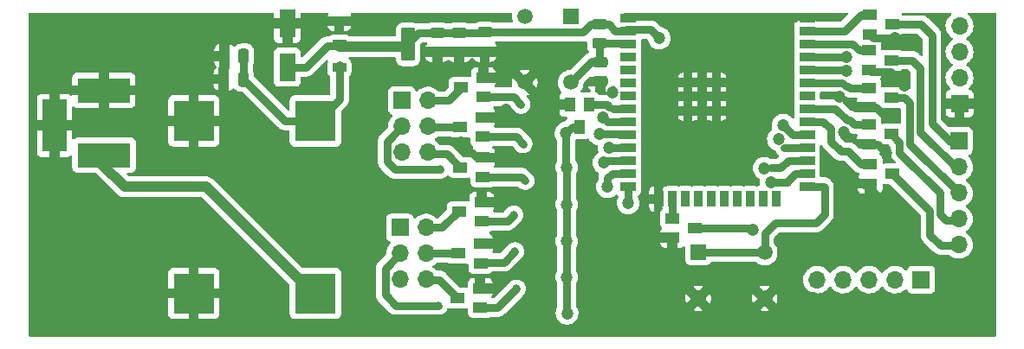
<source format=gtl>
G04 #@! TF.GenerationSoftware,KiCad,Pcbnew,(6.0.4)*
G04 #@! TF.CreationDate,2022-04-15T12:40:15+02:00*
G04 #@! TF.ProjectId,hernieuwdeBuffer_beide_groundplane,6865726e-6965-4757-9764-654275666665,rev?*
G04 #@! TF.SameCoordinates,Original*
G04 #@! TF.FileFunction,Copper,L1,Top*
G04 #@! TF.FilePolarity,Positive*
%FSLAX46Y46*%
G04 Gerber Fmt 4.6, Leading zero omitted, Abs format (unit mm)*
G04 Created by KiCad (PCBNEW (6.0.4)) date 2022-04-15 12:40:15*
%MOMM*%
%LPD*%
G01*
G04 APERTURE LIST*
G04 Aperture macros list*
%AMRoundRect*
0 Rectangle with rounded corners*
0 $1 Rounding radius*
0 $2 $3 $4 $5 $6 $7 $8 $9 X,Y pos of 4 corners*
0 Add a 4 corners polygon primitive as box body*
4,1,4,$2,$3,$4,$5,$6,$7,$8,$9,$2,$3,0*
0 Add four circle primitives for the rounded corners*
1,1,$1+$1,$2,$3*
1,1,$1+$1,$4,$5*
1,1,$1+$1,$6,$7*
1,1,$1+$1,$8,$9*
0 Add four rect primitives between the rounded corners*
20,1,$1+$1,$2,$3,$4,$5,0*
20,1,$1+$1,$4,$5,$6,$7,0*
20,1,$1+$1,$6,$7,$8,$9,0*
20,1,$1+$1,$8,$9,$2,$3,0*%
G04 Aperture macros list end*
G04 #@! TA.AperFunction,SMDPad,CuDef*
%ADD10R,1.600000X2.800000*%
G04 #@! TD*
G04 #@! TA.AperFunction,SMDPad,CuDef*
%ADD11R,1.400000X1.000000*%
G04 #@! TD*
G04 #@! TA.AperFunction,ComponentPad*
%ADD12R,5.200000X2.400000*%
G04 #@! TD*
G04 #@! TA.AperFunction,ComponentPad*
%ADD13R,2.400000X5.200000*%
G04 #@! TD*
G04 #@! TA.AperFunction,SMDPad,CuDef*
%ADD14RoundRect,0.250000X-0.450000X0.262500X-0.450000X-0.262500X0.450000X-0.262500X0.450000X0.262500X0*%
G04 #@! TD*
G04 #@! TA.AperFunction,ComponentPad*
%ADD15R,1.700000X1.700000*%
G04 #@! TD*
G04 #@! TA.AperFunction,ComponentPad*
%ADD16O,1.700000X1.700000*%
G04 #@! TD*
G04 #@! TA.AperFunction,ComponentPad*
%ADD17R,1.498000X1.498000*%
G04 #@! TD*
G04 #@! TA.AperFunction,ComponentPad*
%ADD18C,1.498000*%
G04 #@! TD*
G04 #@! TA.AperFunction,SMDPad,CuDef*
%ADD19RoundRect,0.250000X-0.475000X0.250000X-0.475000X-0.250000X0.475000X-0.250000X0.475000X0.250000X0*%
G04 #@! TD*
G04 #@! TA.AperFunction,SMDPad,CuDef*
%ADD20R,1.000000X1.400000*%
G04 #@! TD*
G04 #@! TA.AperFunction,SMDPad,CuDef*
%ADD21RoundRect,0.250000X-0.250000X-0.475000X0.250000X-0.475000X0.250000X0.475000X-0.250000X0.475000X0*%
G04 #@! TD*
G04 #@! TA.AperFunction,ComponentPad*
%ADD22R,4.000000X4.000000*%
G04 #@! TD*
G04 #@! TA.AperFunction,SMDPad,CuDef*
%ADD23R,1.500000X0.900000*%
G04 #@! TD*
G04 #@! TA.AperFunction,SMDPad,CuDef*
%ADD24R,0.900000X1.500000*%
G04 #@! TD*
G04 #@! TA.AperFunction,SMDPad,CuDef*
%ADD25R,0.900000X0.900000*%
G04 #@! TD*
G04 #@! TA.AperFunction,SMDPad,CuDef*
%ADD26RoundRect,0.250000X0.475000X-0.250000X0.475000X0.250000X-0.475000X0.250000X-0.475000X-0.250000X0*%
G04 #@! TD*
G04 #@! TA.AperFunction,SMDPad,CuDef*
%ADD27RoundRect,0.093000X-0.562000X0.372000X-0.562000X-0.372000X0.562000X-0.372000X0.562000X0.372000X0*%
G04 #@! TD*
G04 #@! TA.AperFunction,SMDPad,CuDef*
%ADD28RoundRect,0.131000X-0.524000X1.489000X-0.524000X-1.489000X0.524000X-1.489000X0.524000X1.489000X0*%
G04 #@! TD*
G04 #@! TA.AperFunction,SMDPad,CuDef*
%ADD29RoundRect,0.250000X0.250000X0.475000X-0.250000X0.475000X-0.250000X-0.475000X0.250000X-0.475000X0*%
G04 #@! TD*
G04 #@! TA.AperFunction,ViaPad*
%ADD30C,1.200000*%
G04 #@! TD*
G04 #@! TA.AperFunction,ViaPad*
%ADD31C,0.800000*%
G04 #@! TD*
G04 #@! TA.AperFunction,Conductor*
%ADD32C,0.800000*%
G04 #@! TD*
G04 #@! TA.AperFunction,Conductor*
%ADD33C,1.000000*%
G04 #@! TD*
G04 APERTURE END LIST*
D10*
X114100000Y-68850000D03*
X114100000Y-64550000D03*
D11*
X170950000Y-70850000D03*
X170950000Y-72750000D03*
X173150000Y-71800000D03*
D12*
X96200000Y-77450000D03*
X96150000Y-71100000D03*
D13*
X91350000Y-74550000D03*
D14*
X144600000Y-64637500D03*
X144600000Y-66462500D03*
D15*
X176040000Y-89650000D03*
D16*
X173500000Y-89650000D03*
X170960000Y-89650000D03*
X168420000Y-89650000D03*
X165880000Y-89650000D03*
D15*
X179750000Y-76080000D03*
D16*
X179750000Y-78620000D03*
X179750000Y-81160000D03*
X179750000Y-83700000D03*
X179750000Y-86240000D03*
D17*
X154250000Y-87000000D03*
D18*
X160750000Y-87000000D03*
X154250000Y-91500000D03*
X160750000Y-91500000D03*
D19*
X128750000Y-65450000D03*
X128750000Y-67350000D03*
D11*
X133200000Y-79600000D03*
X133200000Y-77700000D03*
X131000000Y-78650000D03*
X171000000Y-63700000D03*
X171000000Y-65600000D03*
X173200000Y-64650000D03*
X133250000Y-71750000D03*
X133250000Y-69850000D03*
X131050000Y-70800000D03*
D20*
X143600000Y-72500000D03*
X141700000Y-72500000D03*
X142650000Y-74700000D03*
D21*
X107900000Y-70000000D03*
X109800000Y-70000000D03*
D22*
X116850000Y-91000000D03*
X104950000Y-91000000D03*
X116850000Y-74100000D03*
X104950000Y-74100000D03*
D23*
X147400000Y-63990000D03*
X147400000Y-65260000D03*
X147400000Y-66530000D03*
X147400000Y-67800000D03*
X147400000Y-69070000D03*
X147400000Y-70340000D03*
X147400000Y-71610000D03*
X147400000Y-72880000D03*
X147400000Y-74150000D03*
X147400000Y-75420000D03*
X147400000Y-76690000D03*
X147400000Y-77960000D03*
X147400000Y-79230000D03*
X147400000Y-80500000D03*
D24*
X150435000Y-81750000D03*
X151705000Y-81750000D03*
X152975000Y-81750000D03*
X154245000Y-81750000D03*
X155515000Y-81750000D03*
X156785000Y-81750000D03*
X158055000Y-81750000D03*
X159325000Y-81750000D03*
X160595000Y-81750000D03*
X161865000Y-81750000D03*
D23*
X164900000Y-80500000D03*
X164900000Y-79230000D03*
X164900000Y-77960000D03*
X164900000Y-76690000D03*
X164900000Y-75420000D03*
X164900000Y-74150000D03*
X164900000Y-72880000D03*
X164900000Y-71610000D03*
X164900000Y-70340000D03*
X164900000Y-69070000D03*
X164900000Y-67800000D03*
X164900000Y-66530000D03*
X164900000Y-65260000D03*
X164900000Y-63990000D03*
D25*
X153250000Y-70310000D03*
X154650000Y-70310000D03*
X156050000Y-70310000D03*
X153250000Y-71710000D03*
X154650000Y-71710000D03*
X156050000Y-71710000D03*
X153250000Y-73110000D03*
X154650000Y-73110000D03*
X156050000Y-73110000D03*
D11*
X151750000Y-83650000D03*
X151750000Y-85550000D03*
X153950000Y-84600000D03*
D19*
X130900000Y-65450000D03*
X130900000Y-67350000D03*
D11*
X132950000Y-92400000D03*
X132950000Y-90500000D03*
X130750000Y-91450000D03*
D26*
X144700000Y-70250000D03*
X144700000Y-68350000D03*
D19*
X133400000Y-65400000D03*
X133400000Y-67300000D03*
D15*
X179800000Y-72400000D03*
D16*
X179800000Y-69860000D03*
X179800000Y-67320000D03*
X179800000Y-64780000D03*
D11*
X170950000Y-67200000D03*
X170950000Y-69100000D03*
X173150000Y-68150000D03*
D17*
X141800000Y-63835000D03*
D18*
X141800000Y-70335000D03*
X137300000Y-63835000D03*
X137300000Y-70335000D03*
D11*
X133100000Y-83950000D03*
X133100000Y-82050000D03*
X130900000Y-83000000D03*
D27*
X119205000Y-64310000D03*
X119205000Y-66600000D03*
X119205000Y-68890000D03*
D28*
X125895000Y-66600000D03*
D11*
X171050000Y-78350000D03*
X171050000Y-80250000D03*
X173250000Y-79300000D03*
D15*
X125110000Y-84560000D03*
D16*
X127650000Y-84560000D03*
X125110000Y-87100000D03*
X127650000Y-87100000D03*
X125110000Y-89640000D03*
X127650000Y-89640000D03*
D11*
X133200000Y-75650000D03*
X133200000Y-73750000D03*
X131000000Y-74700000D03*
X133000000Y-88050000D03*
X133000000Y-86150000D03*
X130800000Y-87100000D03*
D15*
X125310000Y-72110000D03*
D16*
X127850000Y-72110000D03*
X125310000Y-74650000D03*
X127850000Y-74650000D03*
X125310000Y-77190000D03*
X127850000Y-77190000D03*
D29*
X109850000Y-67750000D03*
X107950000Y-67750000D03*
D11*
X170950000Y-74450000D03*
X170950000Y-76350000D03*
X173150000Y-75400000D03*
D30*
X145850000Y-71350000D03*
X139400000Y-68600000D03*
X174393729Y-70596060D03*
X182250000Y-68250000D03*
X173050000Y-73700000D03*
X135400000Y-68200000D03*
X135500000Y-73000000D03*
X131100000Y-76250000D03*
X168100000Y-71750000D03*
X172050000Y-81700000D03*
X134950000Y-85700000D03*
X162150000Y-71250000D03*
X134835107Y-89840409D03*
X173500000Y-66000000D03*
X181650000Y-77050000D03*
X172650000Y-77200000D03*
X168450000Y-75200000D03*
X165550000Y-91450000D03*
X168350000Y-78550000D03*
D31*
X129050000Y-78850000D03*
D30*
X141400000Y-89400000D03*
X141400000Y-82300000D03*
X141450000Y-92950000D03*
X141400000Y-85900000D03*
X141400000Y-78650000D03*
X141350000Y-75300000D03*
X144950000Y-73800000D03*
D31*
X136950000Y-72500000D03*
X137150000Y-76350000D03*
D30*
X144600000Y-75400000D03*
D31*
X137350000Y-79950000D03*
D30*
X145550000Y-76750000D03*
X145050000Y-78200000D03*
D31*
X136250000Y-83300000D03*
D30*
X145400000Y-80550000D03*
D31*
X136350000Y-86900000D03*
D30*
X147400000Y-82150000D03*
D31*
X136500000Y-90550000D03*
D30*
X162550000Y-74500000D03*
X162100000Y-75900000D03*
X160700000Y-78750000D03*
X161400000Y-80150000D03*
X150450000Y-66000000D03*
X168750000Y-69200000D03*
X168750000Y-67800000D03*
D31*
X128900000Y-92200000D03*
D30*
X159600000Y-84750000D03*
D32*
X171600000Y-72750000D02*
X172550000Y-73700000D01*
X170950000Y-72750000D02*
X171600000Y-72750000D01*
X170950000Y-76350000D02*
X171800000Y-76350000D01*
X171050000Y-80700000D02*
X172050000Y-81700000D01*
X171050000Y-80250000D02*
X170050000Y-80250000D01*
X170950000Y-69100000D02*
X171099511Y-69249511D01*
X133200000Y-77700000D02*
X132550000Y-77700000D01*
X170050000Y-80250000D02*
X168350000Y-78550000D01*
X171000000Y-65600000D02*
X171400000Y-66000000D01*
X171800000Y-76350000D02*
X172650000Y-77200000D01*
X132550000Y-77700000D02*
X131100000Y-76250000D01*
X171099511Y-69249511D02*
X173047180Y-69249511D01*
X172550000Y-73700000D02*
X173050000Y-73700000D01*
X173047180Y-69249511D02*
X174393729Y-70596060D01*
X171400000Y-66000000D02*
X173500000Y-66000000D01*
X171050000Y-80250000D02*
X171050000Y-80700000D01*
X177100000Y-65699103D02*
X177100000Y-74350000D01*
X176050897Y-64650000D02*
X177100000Y-65699103D01*
X177100000Y-74350000D02*
X178900000Y-76150000D01*
X178900000Y-76150000D02*
X179700000Y-76150000D01*
X173200000Y-64650000D02*
X176050897Y-64650000D01*
X175950000Y-75179022D02*
X175950000Y-68950000D01*
X175150000Y-68150000D02*
X173150000Y-68150000D01*
X179390978Y-78620000D02*
X175950000Y-75179022D01*
X175950000Y-68950000D02*
X175150000Y-68150000D01*
X179750000Y-78620000D02*
X179390978Y-78620000D01*
X173150000Y-71800000D02*
X174450000Y-71800000D01*
X174450000Y-71800000D02*
X174950480Y-72300480D01*
X174950480Y-75349520D02*
X174950000Y-75350000D01*
X179750000Y-81160000D02*
X174950000Y-76360000D01*
X174950000Y-76360000D02*
X174950000Y-75350000D01*
X174950480Y-72300480D02*
X174950480Y-75349520D01*
X177900000Y-83250000D02*
X178500000Y-83850000D01*
X179650000Y-83850000D02*
X179750000Y-83750000D01*
X178500000Y-83850000D02*
X179650000Y-83850000D01*
X173950000Y-77200000D02*
X177900000Y-81150000D01*
X173150000Y-75400000D02*
X173950000Y-76200000D01*
X177900000Y-81150000D02*
X177900000Y-83250000D01*
X173950000Y-76200000D02*
X173950000Y-77200000D01*
X173150000Y-75400000D02*
X173250000Y-75400000D01*
X173250000Y-79300000D02*
X176900000Y-82950000D01*
X176900000Y-82950000D02*
X176900000Y-85250000D01*
X177950000Y-86300000D02*
X179700000Y-86300000D01*
X176900000Y-85250000D02*
X177950000Y-86300000D01*
X127850000Y-72110000D02*
X129890000Y-72110000D01*
X129890000Y-72110000D02*
X131100000Y-70900000D01*
X125310000Y-74650000D02*
X123860489Y-76099511D01*
X123860489Y-78110489D02*
X124600000Y-78850000D01*
X124600000Y-78850000D02*
X129050000Y-78850000D01*
X123860489Y-76099511D02*
X123860489Y-78110489D01*
X130950000Y-74700000D02*
X127650000Y-74700000D01*
X127650000Y-74700000D02*
X127650000Y-74650000D01*
X131000000Y-78650000D02*
X129700000Y-77350000D01*
X127950000Y-77350000D02*
X127900000Y-77400000D01*
X129700000Y-77350000D02*
X127950000Y-77350000D01*
X141400000Y-78650000D02*
X141400000Y-82300000D01*
X141400000Y-89400000D02*
X141400000Y-92950000D01*
X141400000Y-82300000D02*
X141400000Y-85900000D01*
X141950000Y-74700000D02*
X141350000Y-75300000D01*
X141350000Y-75300000D02*
X141350000Y-78600000D01*
X141400000Y-85900000D02*
X141400000Y-89750000D01*
X142650000Y-74700000D02*
X141950000Y-74700000D01*
X141350000Y-78600000D02*
X141400000Y-78650000D01*
X147400000Y-72880000D02*
X145930000Y-72880000D01*
X143600000Y-72500000D02*
X145346366Y-72500000D01*
X145346366Y-72500000D02*
X145573183Y-72726817D01*
X133400000Y-71750000D02*
X136200000Y-71750000D01*
X147400000Y-74150000D02*
X145400000Y-74150000D01*
X145400000Y-74150000D02*
X145350000Y-74100000D01*
X136200000Y-71750000D02*
X136950000Y-72500000D01*
X133150000Y-75650000D02*
X136450000Y-75650000D01*
X146570000Y-75420000D02*
X146550000Y-75400000D01*
X146550000Y-75400000D02*
X147450000Y-75400000D01*
X136450000Y-75650000D02*
X137150000Y-76350000D01*
X147400000Y-75420000D02*
X146570000Y-75420000D01*
X146550000Y-75400000D02*
X144600000Y-75400000D01*
X137000000Y-79600000D02*
X137350000Y-79950000D01*
X147400000Y-76690000D02*
X145610000Y-76690000D01*
X133200000Y-79600000D02*
X137000000Y-79600000D01*
X145610000Y-76690000D02*
X145550000Y-76750000D01*
X147400000Y-77960000D02*
X145290000Y-77960000D01*
X133000000Y-83950000D02*
X135600000Y-83950000D01*
X135600000Y-83950000D02*
X136250000Y-83300000D01*
X145290000Y-77960000D02*
X145050000Y-78200000D01*
X147400000Y-79230000D02*
X145850000Y-79230000D01*
X145400000Y-79680000D02*
X145400000Y-80550000D01*
X136350000Y-86900000D02*
X135300000Y-87950000D01*
X145850000Y-79230000D02*
X145400000Y-79680000D01*
X135300000Y-87950000D02*
X133050000Y-87950000D01*
X147400000Y-80500000D02*
X147400000Y-82150000D01*
X132950000Y-92400000D02*
X134650000Y-92400000D01*
X134650000Y-92400000D02*
X136500000Y-90550000D01*
X170150000Y-63700000D02*
X171000000Y-63700000D01*
X164900000Y-65260000D02*
X168590000Y-65260000D01*
X168590000Y-65260000D02*
X170150000Y-63700000D01*
X169330000Y-66530000D02*
X170000000Y-67200000D01*
X164900000Y-66530000D02*
X169330000Y-66530000D01*
X170000000Y-67200000D02*
X170950000Y-67200000D01*
X168340000Y-70340000D02*
X168726817Y-70726817D01*
X168726817Y-70726817D02*
X168926817Y-70726817D01*
X164900000Y-70340000D02*
X168340000Y-70340000D01*
X169100000Y-70900000D02*
X170400000Y-70900000D01*
X168926817Y-70726817D02*
X169100000Y-70900000D01*
X168800489Y-74000489D02*
X169093045Y-74000489D01*
X164900000Y-72880000D02*
X167680000Y-72880000D01*
X169546278Y-74453722D02*
X170846278Y-74453722D01*
X170846278Y-74453722D02*
X170900000Y-74400000D01*
X167680000Y-72880000D02*
X168800489Y-74000489D01*
X169093045Y-74000489D02*
X169546278Y-74453722D01*
X168950000Y-77100000D02*
X170150000Y-78300000D01*
X167200000Y-76100000D02*
X168200000Y-77100000D01*
X167200000Y-74900000D02*
X167200000Y-76100000D01*
X166450000Y-74150000D02*
X167200000Y-74900000D01*
X164900000Y-74150000D02*
X166450000Y-74150000D01*
X168200000Y-77100000D02*
X168950000Y-77100000D01*
X170150000Y-78300000D02*
X171100000Y-78300000D01*
X163470000Y-75420000D02*
X162550000Y-74500000D01*
X164900000Y-75420000D02*
X163470000Y-75420000D01*
X165050000Y-76700000D02*
X165100000Y-76750000D01*
X162650000Y-76700000D02*
X165050000Y-76700000D01*
X161400000Y-78700000D02*
X162300000Y-78700000D01*
X162300000Y-78700000D02*
X163040000Y-77960000D01*
X164900000Y-77960000D02*
X163040000Y-77960000D01*
X163770978Y-79230000D02*
X162950978Y-80050000D01*
X164900000Y-79230000D02*
X163770978Y-79230000D01*
X161400000Y-80150000D02*
X162950978Y-80150000D01*
X162950978Y-80050000D02*
X162950978Y-80150000D01*
X151705000Y-83355000D02*
X151850000Y-83500000D01*
X151705000Y-81750000D02*
X151705000Y-83355000D01*
X114100000Y-68850000D02*
X115900000Y-68850000D01*
X125700000Y-66350000D02*
X125850000Y-66500000D01*
X128900000Y-65450000D02*
X128800000Y-65550000D01*
D33*
X119205000Y-66800000D02*
X125950000Y-66800000D01*
D32*
X126950000Y-65450000D02*
X125900000Y-66500000D01*
X143000000Y-65400000D02*
X143762500Y-64637500D01*
X130900000Y-65450000D02*
X128900000Y-65450000D01*
X130900000Y-65450000D02*
X133200000Y-65450000D01*
X147400000Y-65260000D02*
X146160000Y-65260000D01*
X115900000Y-68850000D02*
X118000000Y-66750000D01*
X143762500Y-64637500D02*
X144600000Y-64637500D01*
X128750000Y-65450000D02*
X126950000Y-65450000D01*
D33*
X125950000Y-66800000D02*
X126000000Y-66750000D01*
D32*
X150450000Y-66000000D02*
X149600000Y-65150000D01*
X118000000Y-66750000D02*
X119350000Y-66750000D01*
X144600000Y-64637500D02*
X145537500Y-64637500D01*
X149600000Y-65150000D02*
X147200000Y-65150000D01*
X145537500Y-64637500D02*
X146160000Y-65260000D01*
X133400000Y-65400000D02*
X143000000Y-65400000D01*
X168470000Y-69070000D02*
X168750000Y-69350000D01*
X164900000Y-69070000D02*
X168470000Y-69070000D01*
X164900000Y-67800000D02*
X168750000Y-67800000D01*
X119210000Y-68640000D02*
X119210000Y-71990000D01*
X113900000Y-74100000D02*
X117000000Y-74100000D01*
X109850000Y-67750000D02*
X109850000Y-69800000D01*
X109850000Y-69800000D02*
X109900000Y-69850000D01*
X119210000Y-71990000D02*
X117050000Y-74150000D01*
X109800000Y-70000000D02*
X113900000Y-74100000D01*
D33*
X115325000Y-89725000D02*
X116650000Y-91050000D01*
D32*
X116600000Y-91000000D02*
X115325000Y-89725000D01*
D33*
X98200000Y-80550000D02*
X106150000Y-80550000D01*
X106150000Y-80550000D02*
X115325000Y-89725000D01*
X95950000Y-78300000D02*
X95950000Y-77450000D01*
D32*
X116850000Y-91000000D02*
X116600000Y-91000000D01*
D33*
X116650000Y-91050000D02*
X116650000Y-91100000D01*
X98200000Y-80550000D02*
X95950000Y-78300000D01*
D32*
X123660489Y-88549511D02*
X123660489Y-91160489D01*
X125110000Y-87100000D02*
X123660489Y-88549511D01*
X123660489Y-91160489D02*
X124700000Y-92200000D01*
X124700000Y-92200000D02*
X128900000Y-92200000D01*
X129240000Y-84560000D02*
X130800000Y-83000000D01*
X127650000Y-84560000D02*
X129240000Y-84560000D01*
X127650000Y-87100000D02*
X130600000Y-87100000D01*
X130600000Y-87100000D02*
X130650000Y-87050000D01*
X128950000Y-89650000D02*
X127700000Y-89650000D01*
X130750000Y-91450000D02*
X128950000Y-89650000D01*
X159450000Y-84600000D02*
X159600000Y-84750000D01*
X153950000Y-84600000D02*
X159450000Y-84600000D01*
X141800000Y-70335000D02*
X143835000Y-68300000D01*
X144600000Y-66462500D02*
X147262500Y-66462500D01*
X143835000Y-68300000D02*
X144700000Y-68300000D01*
X144600000Y-68050000D02*
X144650000Y-68100000D01*
X144600000Y-66462500D02*
X144600000Y-68050000D01*
X166600000Y-80600000D02*
X166500000Y-80500000D01*
X166500000Y-80500000D02*
X164900000Y-80500000D01*
X160600000Y-87000000D02*
X160700000Y-86900000D01*
X161800000Y-84100000D02*
X165750000Y-84100000D01*
X165750000Y-84100000D02*
X166600000Y-83250000D01*
X166600000Y-83250000D02*
X166600000Y-80600000D01*
X154250000Y-87000000D02*
X160600000Y-87000000D01*
X160750000Y-87000000D02*
X160750000Y-85150000D01*
X160750000Y-85150000D02*
X161800000Y-84100000D01*
G04 #@! TA.AperFunction,Conductor*
G36*
X112734121Y-63508502D02*
G01*
X112780614Y-63562158D01*
X112792000Y-63614500D01*
X112792000Y-64031885D01*
X112796475Y-64047124D01*
X112797865Y-64048329D01*
X112805548Y-64050000D01*
X115389884Y-64050000D01*
X115405123Y-64045525D01*
X115406328Y-64044135D01*
X115407999Y-64036452D01*
X115407999Y-63614500D01*
X115428001Y-63546379D01*
X115481657Y-63499886D01*
X115533999Y-63488500D01*
X117990099Y-63488500D01*
X118058220Y-63508502D01*
X118104713Y-63562158D01*
X118114817Y-63632432D01*
X118106508Y-63662718D01*
X118060629Y-63773480D01*
X118056391Y-63789295D01*
X118051423Y-63827038D01*
X118053634Y-63841222D01*
X118066792Y-63845000D01*
X120342827Y-63845000D01*
X120356598Y-63840956D01*
X120358627Y-63827417D01*
X120353609Y-63789295D01*
X120349371Y-63773480D01*
X120303492Y-63662718D01*
X120295903Y-63592129D01*
X120327682Y-63528642D01*
X120388740Y-63492414D01*
X120419901Y-63488500D01*
X135931008Y-63488500D01*
X135999129Y-63508502D01*
X136045622Y-63562158D01*
X136056529Y-63625482D01*
X136038677Y-63829525D01*
X136038677Y-63840475D01*
X136056889Y-64048630D01*
X136058792Y-64059425D01*
X136112871Y-64261252D01*
X136116619Y-64271549D01*
X136135598Y-64312249D01*
X136146260Y-64382441D01*
X136117281Y-64447254D01*
X136057861Y-64486110D01*
X136021404Y-64491500D01*
X134287985Y-64491500D01*
X134221868Y-64472759D01*
X134203970Y-64461726D01*
X134203967Y-64461724D01*
X134197738Y-64457885D01*
X134117995Y-64431436D01*
X134036389Y-64404368D01*
X134036387Y-64404368D01*
X134029861Y-64402203D01*
X134023025Y-64401503D01*
X134023022Y-64401502D01*
X133979969Y-64397091D01*
X133925400Y-64391500D01*
X132874600Y-64391500D01*
X132871354Y-64391837D01*
X132871350Y-64391837D01*
X132775692Y-64401762D01*
X132775688Y-64401763D01*
X132768834Y-64402474D01*
X132762298Y-64404655D01*
X132762296Y-64404655D01*
X132675475Y-64433621D01*
X132601054Y-64458450D01*
X132506085Y-64517219D01*
X132497318Y-64522644D01*
X132431015Y-64541500D01*
X131787985Y-64541500D01*
X131721868Y-64522759D01*
X131703970Y-64511726D01*
X131703967Y-64511724D01*
X131697738Y-64507885D01*
X131602403Y-64476264D01*
X131536389Y-64454368D01*
X131536387Y-64454368D01*
X131529861Y-64452203D01*
X131523025Y-64451503D01*
X131523022Y-64451502D01*
X131479969Y-64447091D01*
X131425400Y-64441500D01*
X130374600Y-64441500D01*
X130371354Y-64441837D01*
X130371350Y-64441837D01*
X130275692Y-64451762D01*
X130275688Y-64451763D01*
X130268834Y-64452474D01*
X130262298Y-64454655D01*
X130262296Y-64454655D01*
X130197527Y-64476264D01*
X130101054Y-64508450D01*
X130094826Y-64512304D01*
X130094824Y-64512305D01*
X130078117Y-64522644D01*
X130011814Y-64541500D01*
X129637985Y-64541500D01*
X129571868Y-64522759D01*
X129553970Y-64511726D01*
X129553967Y-64511724D01*
X129547738Y-64507885D01*
X129452403Y-64476264D01*
X129386389Y-64454368D01*
X129386387Y-64454368D01*
X129379861Y-64452203D01*
X129373025Y-64451503D01*
X129373022Y-64451502D01*
X129329969Y-64447091D01*
X129275400Y-64441500D01*
X128224600Y-64441500D01*
X128221354Y-64441837D01*
X128221350Y-64441837D01*
X128125692Y-64451762D01*
X128125688Y-64451763D01*
X128118834Y-64452474D01*
X128112298Y-64454655D01*
X128112296Y-64454655D01*
X128047527Y-64476264D01*
X127951054Y-64508450D01*
X127944826Y-64512304D01*
X127944824Y-64512305D01*
X127928117Y-64522644D01*
X127861814Y-64541500D01*
X127031416Y-64541500D01*
X127011707Y-64539949D01*
X126997809Y-64537748D01*
X126991222Y-64538093D01*
X126991217Y-64538093D01*
X126929519Y-64541327D01*
X126922925Y-64541500D01*
X126902390Y-64541500D01*
X126896222Y-64542148D01*
X126881960Y-64543647D01*
X126875385Y-64544164D01*
X126813696Y-64547397D01*
X126813695Y-64547397D01*
X126807096Y-64547743D01*
X126800293Y-64549566D01*
X126800041Y-64549560D01*
X126794194Y-64550486D01*
X126794025Y-64549417D01*
X126729317Y-64547878D01*
X126703546Y-64536316D01*
X126674995Y-64519431D01*
X126667384Y-64517220D01*
X126667382Y-64517219D01*
X126618000Y-64502872D01*
X126519835Y-64474353D01*
X126513430Y-64473849D01*
X126513425Y-64473848D01*
X126486041Y-64471693D01*
X126486034Y-64471693D01*
X126483585Y-64471500D01*
X125895477Y-64471500D01*
X125306416Y-64471501D01*
X125283198Y-64473328D01*
X125276583Y-64473848D01*
X125276582Y-64473848D01*
X125270165Y-64474353D01*
X125263985Y-64476148D01*
X125263982Y-64476149D01*
X125122618Y-64517219D01*
X125122616Y-64517220D01*
X125115005Y-64519431D01*
X125073184Y-64544164D01*
X124982758Y-64597642D01*
X124982755Y-64597644D01*
X124975931Y-64601680D01*
X124861680Y-64715931D01*
X124857644Y-64722755D01*
X124857642Y-64722758D01*
X124816033Y-64793115D01*
X124779431Y-64855005D01*
X124734353Y-65010165D01*
X124733849Y-65016570D01*
X124733848Y-65016575D01*
X124733560Y-65020237D01*
X124731500Y-65046415D01*
X124731500Y-65665500D01*
X124711498Y-65733621D01*
X124657842Y-65780114D01*
X124605500Y-65791500D01*
X120228986Y-65791500D01*
X120160865Y-65771498D01*
X120152282Y-65765463D01*
X120076896Y-65707618D01*
X120070345Y-65702591D01*
X119924023Y-65641982D01*
X119882064Y-65636458D01*
X119810510Y-65627038D01*
X119810509Y-65627038D01*
X119806423Y-65626500D01*
X119205073Y-65626500D01*
X118603578Y-65626501D01*
X118599494Y-65627039D01*
X118599488Y-65627039D01*
X118494164Y-65640904D01*
X118494162Y-65640905D01*
X118485977Y-65641982D01*
X118339655Y-65702591D01*
X118333104Y-65707618D01*
X118223700Y-65791566D01*
X118214005Y-65799005D01*
X118209555Y-65804804D01*
X118147631Y-65838620D01*
X118120844Y-65841500D01*
X118081416Y-65841500D01*
X118061707Y-65839949D01*
X118047809Y-65837748D01*
X118041222Y-65838093D01*
X118041217Y-65838093D01*
X117979519Y-65841327D01*
X117972925Y-65841500D01*
X117952390Y-65841500D01*
X117946222Y-65842148D01*
X117931960Y-65843647D01*
X117925385Y-65844164D01*
X117863696Y-65847397D01*
X117863695Y-65847397D01*
X117857096Y-65847743D01*
X117843508Y-65851384D01*
X117824061Y-65854988D01*
X117816644Y-65855767D01*
X117816640Y-65855768D01*
X117810072Y-65856458D01*
X117765999Y-65870778D01*
X117745009Y-65877598D01*
X117738685Y-65879471D01*
X117679010Y-65895461D01*
X117679006Y-65895462D01*
X117672630Y-65897171D01*
X117666748Y-65900168D01*
X117660093Y-65903559D01*
X117641826Y-65911125D01*
X117634728Y-65913431D01*
X117634726Y-65913432D01*
X117628444Y-65915473D01*
X117622722Y-65918777D01*
X117622721Y-65918777D01*
X117569223Y-65949664D01*
X117563426Y-65952812D01*
X117508352Y-65980873D01*
X117508349Y-65980875D01*
X117502469Y-65983871D01*
X117491526Y-65992733D01*
X117475237Y-66003927D01*
X117463056Y-66010960D01*
X117458150Y-66015377D01*
X117458145Y-66015381D01*
X117412221Y-66056731D01*
X117407220Y-66061003D01*
X117391259Y-66073928D01*
X117376744Y-66088443D01*
X117371959Y-66092984D01*
X117321134Y-66138747D01*
X117317255Y-66144086D01*
X117317254Y-66144087D01*
X117312860Y-66150135D01*
X117300019Y-66165168D01*
X115623595Y-67841592D01*
X115561283Y-67875618D01*
X115490468Y-67870553D01*
X115433632Y-67828006D01*
X115408821Y-67761486D01*
X115408500Y-67752497D01*
X115408500Y-67401866D01*
X115408070Y-67397903D01*
X115406996Y-67388025D01*
X115401745Y-67339684D01*
X115350615Y-67203295D01*
X115263261Y-67086739D01*
X115146705Y-66999385D01*
X115010316Y-66948255D01*
X114948134Y-66941500D01*
X113251866Y-66941500D01*
X113189684Y-66948255D01*
X113053295Y-66999385D01*
X112936739Y-67086739D01*
X112849385Y-67203295D01*
X112798255Y-67339684D01*
X112793004Y-67388025D01*
X112791931Y-67397903D01*
X112791500Y-67401866D01*
X112791500Y-70298134D01*
X112798255Y-70360316D01*
X112849385Y-70496705D01*
X112936739Y-70613261D01*
X113053295Y-70700615D01*
X113189684Y-70751745D01*
X113251866Y-70758500D01*
X114948134Y-70758500D01*
X115010316Y-70751745D01*
X115146705Y-70700615D01*
X115263261Y-70613261D01*
X115350615Y-70496705D01*
X115401745Y-70360316D01*
X115408500Y-70298134D01*
X115408500Y-69884500D01*
X115428502Y-69816379D01*
X115482158Y-69769886D01*
X115534500Y-69758500D01*
X115818583Y-69758500D01*
X115838292Y-69760051D01*
X115852190Y-69762252D01*
X115858777Y-69761907D01*
X115858782Y-69761907D01*
X115920480Y-69758673D01*
X115927074Y-69758500D01*
X115947610Y-69758500D01*
X115950882Y-69758156D01*
X115950884Y-69758156D01*
X115968042Y-69756353D01*
X115974616Y-69755836D01*
X116036308Y-69752603D01*
X116036312Y-69752602D01*
X116042903Y-69752257D01*
X116049284Y-69750547D01*
X116049286Y-69750547D01*
X116056491Y-69748617D01*
X116075925Y-69745015D01*
X116083354Y-69744234D01*
X116083363Y-69744232D01*
X116089928Y-69743542D01*
X116154997Y-69722400D01*
X116161299Y-69720533D01*
X116227370Y-69702829D01*
X116239908Y-69696440D01*
X116258174Y-69688875D01*
X116265272Y-69686569D01*
X116265274Y-69686568D01*
X116271556Y-69684527D01*
X116330785Y-69650331D01*
X116336579Y-69647185D01*
X116355171Y-69637712D01*
X116397530Y-69616129D01*
X116405461Y-69609707D01*
X116408466Y-69607273D01*
X116424763Y-69596073D01*
X116431224Y-69592343D01*
X116431228Y-69592340D01*
X116436944Y-69589040D01*
X116441850Y-69584623D01*
X116441855Y-69584619D01*
X116487769Y-69543278D01*
X116492784Y-69538994D01*
X116506177Y-69528148D01*
X116508741Y-69526072D01*
X116523256Y-69511557D01*
X116528041Y-69507016D01*
X116542347Y-69494135D01*
X116578866Y-69461253D01*
X116587140Y-69449865D01*
X116599981Y-69434832D01*
X117879995Y-68154818D01*
X117942307Y-68120792D01*
X118013122Y-68125857D01*
X118069958Y-68168404D01*
X118094769Y-68234924D01*
X118085499Y-68292131D01*
X118060510Y-68352460D01*
X118056982Y-68360977D01*
X118055904Y-68369164D01*
X118055904Y-68369165D01*
X118053477Y-68387600D01*
X118041500Y-68478577D01*
X118041501Y-69301422D01*
X118042039Y-69305506D01*
X118042039Y-69305512D01*
X118055809Y-69410116D01*
X118056982Y-69419023D01*
X118117591Y-69565345D01*
X118214005Y-69690995D01*
X118220551Y-69696018D01*
X118252204Y-69720306D01*
X118294071Y-69777644D01*
X118301500Y-69820269D01*
X118301500Y-71465500D01*
X118281498Y-71533621D01*
X118227842Y-71580114D01*
X118175500Y-71591500D01*
X114801866Y-71591500D01*
X114739684Y-71598255D01*
X114603295Y-71649385D01*
X114486739Y-71736739D01*
X114399385Y-71853295D01*
X114348255Y-71989684D01*
X114341500Y-72051866D01*
X114341500Y-72952497D01*
X114321498Y-73020618D01*
X114267842Y-73067111D01*
X114197568Y-73077215D01*
X114132988Y-73047721D01*
X114126405Y-73041592D01*
X110845405Y-69760592D01*
X110811379Y-69698280D01*
X110808500Y-69671497D01*
X110808500Y-69474600D01*
X110803525Y-69426651D01*
X110798238Y-69375692D01*
X110798237Y-69375688D01*
X110797526Y-69368834D01*
X110794079Y-69358500D01*
X110764976Y-69271270D01*
X110758500Y-69231394D01*
X110758500Y-68637985D01*
X110777241Y-68571868D01*
X110788274Y-68553970D01*
X110788276Y-68553967D01*
X110792115Y-68547738D01*
X110830984Y-68430551D01*
X110845632Y-68386389D01*
X110845632Y-68386387D01*
X110847797Y-68379861D01*
X110850071Y-68357672D01*
X110855331Y-68306328D01*
X110858500Y-68275400D01*
X110858500Y-67224600D01*
X110857162Y-67211703D01*
X110848238Y-67125692D01*
X110848237Y-67125688D01*
X110847526Y-67118834D01*
X110834782Y-67080634D01*
X110793868Y-66958002D01*
X110791550Y-66951054D01*
X110698478Y-66800652D01*
X110573303Y-66675695D01*
X110540189Y-66655283D01*
X110428968Y-66586725D01*
X110428966Y-66586724D01*
X110422738Y-66582885D01*
X110262254Y-66529655D01*
X110261389Y-66529368D01*
X110261387Y-66529368D01*
X110254861Y-66527203D01*
X110248025Y-66526503D01*
X110248022Y-66526502D01*
X110204969Y-66522091D01*
X110150400Y-66516500D01*
X109549600Y-66516500D01*
X109546354Y-66516837D01*
X109546350Y-66516837D01*
X109450692Y-66526762D01*
X109450688Y-66526763D01*
X109443834Y-66527474D01*
X109437298Y-66529655D01*
X109437296Y-66529655D01*
X109313347Y-66571008D01*
X109276054Y-66583450D01*
X109125652Y-66676522D01*
X109000695Y-66801697D01*
X108997898Y-66806235D01*
X108940647Y-66846824D01*
X108869724Y-66850054D01*
X108808313Y-66814428D01*
X108800938Y-66805932D01*
X108792902Y-66795793D01*
X108678171Y-66681261D01*
X108666760Y-66672249D01*
X108528757Y-66587184D01*
X108515576Y-66581037D01*
X108467194Y-66564989D01*
X108453101Y-66564500D01*
X108450000Y-66570711D01*
X108450000Y-68926095D01*
X108429998Y-68994216D01*
X108419225Y-69008607D01*
X108401671Y-69028865D01*
X108400000Y-69036548D01*
X108400000Y-71172578D01*
X108403973Y-71186109D01*
X108410799Y-71187090D01*
X108466784Y-71168412D01*
X108479962Y-71162239D01*
X108617807Y-71076937D01*
X108629208Y-71067901D01*
X108743738Y-70953172D01*
X108750794Y-70944238D01*
X108808712Y-70903177D01*
X108879635Y-70899947D01*
X108941046Y-70935574D01*
X108947846Y-70943407D01*
X108951522Y-70949348D01*
X109076697Y-71074305D01*
X109082927Y-71078145D01*
X109082928Y-71078146D01*
X109220288Y-71162816D01*
X109227262Y-71167115D01*
X109287485Y-71187090D01*
X109388611Y-71220632D01*
X109388613Y-71220632D01*
X109395139Y-71222797D01*
X109401975Y-71223497D01*
X109401978Y-71223498D01*
X109445031Y-71227909D01*
X109499600Y-71233500D01*
X109696497Y-71233500D01*
X109764618Y-71253502D01*
X109785592Y-71270405D01*
X113200019Y-74684832D01*
X113212860Y-74699865D01*
X113221134Y-74711253D01*
X113245239Y-74732957D01*
X113271959Y-74757016D01*
X113276744Y-74761557D01*
X113291259Y-74776072D01*
X113293823Y-74778148D01*
X113307216Y-74788994D01*
X113312231Y-74793278D01*
X113358145Y-74834619D01*
X113358150Y-74834623D01*
X113363056Y-74839040D01*
X113368772Y-74842340D01*
X113368776Y-74842343D01*
X113375237Y-74846073D01*
X113391533Y-74857273D01*
X113402470Y-74866129D01*
X113408348Y-74869124D01*
X113408351Y-74869126D01*
X113463426Y-74897188D01*
X113469223Y-74900336D01*
X113522723Y-74931224D01*
X113528444Y-74934527D01*
X113541826Y-74938875D01*
X113560085Y-74946438D01*
X113572630Y-74952830D01*
X113579000Y-74954537D01*
X113579003Y-74954538D01*
X113618074Y-74965007D01*
X113638712Y-74970537D01*
X113645025Y-74972407D01*
X113656418Y-74976109D01*
X113694419Y-74988456D01*
X113710072Y-74993542D01*
X113724075Y-74995014D01*
X113743504Y-74998615D01*
X113757097Y-75002257D01*
X113763694Y-75002603D01*
X113763696Y-75002603D01*
X113825384Y-75005836D01*
X113831958Y-75006353D01*
X113849116Y-75008156D01*
X113849118Y-75008156D01*
X113852390Y-75008500D01*
X113872926Y-75008500D01*
X113879520Y-75008673D01*
X113941218Y-75011907D01*
X113941223Y-75011907D01*
X113947810Y-75012252D01*
X113954326Y-75011220D01*
X113954327Y-75011220D01*
X113961707Y-75010051D01*
X113981417Y-75008500D01*
X114215500Y-75008500D01*
X114283621Y-75028502D01*
X114330114Y-75082158D01*
X114341500Y-75134500D01*
X114341500Y-76148134D01*
X114348255Y-76210316D01*
X114399385Y-76346705D01*
X114486739Y-76463261D01*
X114603295Y-76550615D01*
X114739684Y-76601745D01*
X114801866Y-76608500D01*
X118898134Y-76608500D01*
X118960316Y-76601745D01*
X119096705Y-76550615D01*
X119213261Y-76463261D01*
X119300615Y-76346705D01*
X119351745Y-76210316D01*
X119358500Y-76148134D01*
X119358500Y-73178503D01*
X119378502Y-73110382D01*
X119395405Y-73089408D01*
X119794832Y-72689981D01*
X119809865Y-72677140D01*
X119815913Y-72672746D01*
X119815914Y-72672745D01*
X119821253Y-72668866D01*
X119867016Y-72618041D01*
X119871557Y-72613256D01*
X119886072Y-72598741D01*
X119898994Y-72582784D01*
X119903278Y-72577769D01*
X119944619Y-72531855D01*
X119944623Y-72531850D01*
X119949040Y-72526944D01*
X119952340Y-72521228D01*
X119952343Y-72521224D01*
X119956073Y-72514763D01*
X119967273Y-72498466D01*
X119971975Y-72492660D01*
X119971976Y-72492658D01*
X119976129Y-72487530D01*
X120007186Y-72426577D01*
X120010333Y-72420782D01*
X120041223Y-72367279D01*
X120041224Y-72367278D01*
X120044527Y-72361556D01*
X120047483Y-72352460D01*
X120048875Y-72348174D01*
X120056441Y-72329907D01*
X120059832Y-72323252D01*
X120062829Y-72317370D01*
X120066469Y-72303788D01*
X120080529Y-72251315D01*
X120082402Y-72244991D01*
X120095744Y-72203928D01*
X120103542Y-72179928D01*
X120105012Y-72165939D01*
X120108617Y-72146486D01*
X120108914Y-72145381D01*
X120112257Y-72132904D01*
X120113037Y-72118025D01*
X120115836Y-72064615D01*
X120116353Y-72058040D01*
X120117888Y-72043431D01*
X120118500Y-72037610D01*
X120118500Y-72017075D01*
X120118673Y-72010481D01*
X120121907Y-71948783D01*
X120121907Y-71948778D01*
X120122252Y-71942191D01*
X120120051Y-71928293D01*
X120118500Y-71908584D01*
X120118500Y-69812596D01*
X120138502Y-69744475D01*
X120167796Y-69712634D01*
X120189445Y-69696022D01*
X120189449Y-69696018D01*
X120195995Y-69690995D01*
X120292409Y-69565345D01*
X120353018Y-69419023D01*
X120354644Y-69406676D01*
X120367962Y-69305510D01*
X120367962Y-69305509D01*
X120368500Y-69301423D01*
X120368499Y-68478578D01*
X120362978Y-68436632D01*
X120354096Y-68369164D01*
X120354095Y-68369162D01*
X120353018Y-68360977D01*
X120292409Y-68214655D01*
X120217509Y-68117043D01*
X120201018Y-68095551D01*
X120195995Y-68089005D01*
X120124914Y-68034463D01*
X120083047Y-67977125D01*
X120078825Y-67906254D01*
X120113589Y-67844351D01*
X120176301Y-67811070D01*
X120201618Y-67808500D01*
X124605501Y-67808500D01*
X124673622Y-67828502D01*
X124720115Y-67882158D01*
X124731501Y-67934500D01*
X124731501Y-68153584D01*
X124734353Y-68189835D01*
X124736148Y-68196012D01*
X124736149Y-68196018D01*
X124768683Y-68308000D01*
X124779431Y-68344995D01*
X124786928Y-68357672D01*
X124856015Y-68474490D01*
X124861680Y-68484069D01*
X124975931Y-68598320D01*
X124982755Y-68602356D01*
X124982758Y-68602358D01*
X125043000Y-68637985D01*
X125115005Y-68680569D01*
X125122616Y-68682780D01*
X125122618Y-68682781D01*
X125172000Y-68697128D01*
X125270165Y-68725647D01*
X125276570Y-68726151D01*
X125276575Y-68726152D01*
X125303959Y-68728307D01*
X125303966Y-68728307D01*
X125306415Y-68728500D01*
X125894523Y-68728500D01*
X126483584Y-68728499D01*
X126506802Y-68726672D01*
X126513417Y-68726152D01*
X126513418Y-68726152D01*
X126519835Y-68725647D01*
X126526015Y-68723852D01*
X126526018Y-68723851D01*
X126667382Y-68682781D01*
X126667384Y-68682780D01*
X126674995Y-68680569D01*
X126747000Y-68637985D01*
X126807242Y-68602358D01*
X126807245Y-68602356D01*
X126814069Y-68598320D01*
X126928320Y-68484069D01*
X126933986Y-68474490D01*
X127003072Y-68357672D01*
X127010569Y-68344995D01*
X127055647Y-68189835D01*
X127056151Y-68183430D01*
X127056152Y-68183425D01*
X127058307Y-68156041D01*
X127058307Y-68156034D01*
X127058500Y-68153585D01*
X127058500Y-67860799D01*
X127562910Y-67860799D01*
X127581588Y-67916784D01*
X127587761Y-67929962D01*
X127673063Y-68067807D01*
X127682099Y-68079208D01*
X127796829Y-68193739D01*
X127808240Y-68202751D01*
X127946243Y-68287816D01*
X127959424Y-68293963D01*
X128113710Y-68345138D01*
X128127086Y-68348005D01*
X128221438Y-68357672D01*
X128227854Y-68358000D01*
X128231885Y-68358000D01*
X128247124Y-68353525D01*
X128248329Y-68352135D01*
X128250000Y-68344452D01*
X128250000Y-68339884D01*
X129250000Y-68339884D01*
X129254475Y-68355123D01*
X129255865Y-68356328D01*
X129263548Y-68357999D01*
X129272095Y-68357999D01*
X129278614Y-68357662D01*
X129374206Y-68347743D01*
X129387600Y-68344851D01*
X129541784Y-68293412D01*
X129554962Y-68287239D01*
X129692807Y-68201937D01*
X129704208Y-68192901D01*
X129735871Y-68161183D01*
X129798154Y-68127104D01*
X129868974Y-68132107D01*
X129914063Y-68161029D01*
X129946829Y-68193739D01*
X129958240Y-68202751D01*
X130096243Y-68287816D01*
X130109424Y-68293963D01*
X130263710Y-68345138D01*
X130277086Y-68348005D01*
X130371438Y-68357672D01*
X130377854Y-68358000D01*
X130381885Y-68358000D01*
X130397124Y-68353525D01*
X130398329Y-68352135D01*
X130400000Y-68344452D01*
X130400000Y-68339884D01*
X131400000Y-68339884D01*
X131404475Y-68355123D01*
X131405865Y-68356328D01*
X131413548Y-68357999D01*
X131422095Y-68357999D01*
X131428614Y-68357662D01*
X131524206Y-68347743D01*
X131537600Y-68344851D01*
X131691784Y-68293412D01*
X131704962Y-68287239D01*
X131842807Y-68201937D01*
X131854208Y-68192901D01*
X131968739Y-68078171D01*
X131977751Y-68066760D01*
X132058136Y-67936350D01*
X132110908Y-67888857D01*
X132180979Y-67877433D01*
X132246103Y-67905707D01*
X132272540Y-67936163D01*
X132323063Y-68017807D01*
X132332099Y-68029208D01*
X132446829Y-68143739D01*
X132458240Y-68152751D01*
X132596243Y-68237816D01*
X132609424Y-68243963D01*
X132763710Y-68295138D01*
X132777086Y-68298005D01*
X132871438Y-68307672D01*
X132877854Y-68308000D01*
X132881885Y-68308000D01*
X132897124Y-68303525D01*
X132898329Y-68302135D01*
X132900000Y-68294452D01*
X132900000Y-68289884D01*
X133900000Y-68289884D01*
X133904475Y-68305123D01*
X133905865Y-68306328D01*
X133913548Y-68307999D01*
X133922095Y-68307999D01*
X133928614Y-68307662D01*
X134024206Y-68297743D01*
X134037600Y-68294851D01*
X134191784Y-68243412D01*
X134204962Y-68237239D01*
X134342807Y-68151937D01*
X134354208Y-68142901D01*
X134468739Y-68028171D01*
X134477751Y-68016760D01*
X134562816Y-67878757D01*
X134568963Y-67865576D01*
X134585011Y-67817194D01*
X134585500Y-67803101D01*
X134579289Y-67800000D01*
X133918115Y-67800000D01*
X133902876Y-67804475D01*
X133901671Y-67805865D01*
X133900000Y-67813548D01*
X133900000Y-68289884D01*
X132900000Y-68289884D01*
X132900000Y-67818115D01*
X132895525Y-67802876D01*
X132894135Y-67801671D01*
X132886452Y-67800000D01*
X132227422Y-67800000D01*
X132212183Y-67804475D01*
X132208546Y-67808672D01*
X132148819Y-67847056D01*
X132102186Y-67847056D01*
X132101792Y-67851483D01*
X132085123Y-67850000D01*
X131418115Y-67850000D01*
X131402876Y-67854475D01*
X131401671Y-67855865D01*
X131400000Y-67863548D01*
X131400000Y-68339884D01*
X130400000Y-68339884D01*
X130400000Y-67868115D01*
X130395525Y-67852876D01*
X130394135Y-67851671D01*
X130386452Y-67850000D01*
X129268115Y-67850000D01*
X129252876Y-67854475D01*
X129251671Y-67855865D01*
X129250000Y-67863548D01*
X129250000Y-68339884D01*
X128250000Y-68339884D01*
X128250000Y-67868115D01*
X128245525Y-67852876D01*
X128244135Y-67851671D01*
X128236452Y-67850000D01*
X127577422Y-67850000D01*
X127563891Y-67853973D01*
X127562910Y-67860799D01*
X127058500Y-67860799D01*
X127058500Y-66678503D01*
X127078502Y-66610382D01*
X127095405Y-66589408D01*
X127289408Y-66395405D01*
X127351720Y-66361379D01*
X127378503Y-66358500D01*
X127640315Y-66358500D01*
X127708436Y-66378502D01*
X127754929Y-66432158D01*
X127765033Y-66502432D01*
X127735539Y-66567012D01*
X127729488Y-66573518D01*
X127681261Y-66621829D01*
X127672249Y-66633240D01*
X127587184Y-66771243D01*
X127581037Y-66784424D01*
X127564989Y-66832806D01*
X127564500Y-66846899D01*
X127570711Y-66850000D01*
X132072578Y-66850000D01*
X132087817Y-66845525D01*
X132091454Y-66841328D01*
X132151181Y-66802944D01*
X132197814Y-66802944D01*
X132198208Y-66798517D01*
X132214877Y-66800000D01*
X134572578Y-66800000D01*
X134586109Y-66796027D01*
X134587090Y-66789201D01*
X134568412Y-66733216D01*
X134562239Y-66720038D01*
X134476937Y-66582193D01*
X134467901Y-66570792D01*
X134420700Y-66523673D01*
X134386621Y-66461390D01*
X134391624Y-66390570D01*
X134434121Y-66333697D01*
X134500620Y-66308829D01*
X134509718Y-66308500D01*
X142918583Y-66308500D01*
X142938292Y-66310051D01*
X142952190Y-66312252D01*
X142958777Y-66311907D01*
X142958782Y-66311907D01*
X143020480Y-66308673D01*
X143027074Y-66308500D01*
X143047610Y-66308500D01*
X143050882Y-66308156D01*
X143050884Y-66308156D01*
X143068042Y-66306353D01*
X143074616Y-66305836D01*
X143136308Y-66302603D01*
X143136312Y-66302602D01*
X143142903Y-66302257D01*
X143149284Y-66300547D01*
X143149286Y-66300547D01*
X143156491Y-66298617D01*
X143175925Y-66295015D01*
X143183354Y-66294234D01*
X143183363Y-66294232D01*
X143189928Y-66293542D01*
X143226565Y-66281638D01*
X143297531Y-66279610D01*
X143358329Y-66316272D01*
X143389654Y-66379984D01*
X143391500Y-66401471D01*
X143391500Y-66775400D01*
X143391837Y-66778646D01*
X143391837Y-66778650D01*
X143401146Y-66868364D01*
X143402474Y-66881166D01*
X143404655Y-66887702D01*
X143404655Y-66887704D01*
X143441915Y-66999385D01*
X143458450Y-67048946D01*
X143551522Y-67199348D01*
X143583346Y-67231116D01*
X143617425Y-67293397D01*
X143612422Y-67364218D01*
X143569926Y-67421091D01*
X143526940Y-67441995D01*
X143514009Y-67445460D01*
X143514003Y-67445462D01*
X143507630Y-67447170D01*
X143495085Y-67453562D01*
X143476826Y-67461125D01*
X143463444Y-67465473D01*
X143457723Y-67468776D01*
X143404223Y-67499664D01*
X143398426Y-67502812D01*
X143343351Y-67530874D01*
X143343348Y-67530876D01*
X143337470Y-67533871D01*
X143332342Y-67538024D01*
X143332340Y-67538025D01*
X143326534Y-67542727D01*
X143310237Y-67553927D01*
X143303776Y-67557657D01*
X143303772Y-67557660D01*
X143298056Y-67560960D01*
X143293150Y-67565377D01*
X143293145Y-67565381D01*
X143247231Y-67606722D01*
X143242216Y-67611006D01*
X143233718Y-67617888D01*
X143226259Y-67623928D01*
X143211744Y-67638443D01*
X143206959Y-67642984D01*
X143156134Y-67688747D01*
X143152255Y-67694086D01*
X143152254Y-67694087D01*
X143147860Y-67700135D01*
X143135019Y-67715168D01*
X141807761Y-69042426D01*
X141745449Y-69076452D01*
X141729649Y-69078852D01*
X141704857Y-69081021D01*
X141586284Y-69091394D01*
X141586279Y-69091395D01*
X141580803Y-69091874D01*
X141575490Y-69093298D01*
X141575488Y-69093298D01*
X141373577Y-69147400D01*
X141373575Y-69147401D01*
X141368267Y-69148823D01*
X141363287Y-69151145D01*
X141363285Y-69151146D01*
X141173830Y-69239491D01*
X141173827Y-69239493D01*
X141168849Y-69241814D01*
X140988607Y-69368020D01*
X140833020Y-69523607D01*
X140706814Y-69703849D01*
X140704493Y-69708827D01*
X140704491Y-69708830D01*
X140625880Y-69877411D01*
X140613823Y-69903267D01*
X140612401Y-69908575D01*
X140612400Y-69908577D01*
X140606296Y-69931358D01*
X140556874Y-70115803D01*
X140537697Y-70335000D01*
X140556874Y-70554197D01*
X140582209Y-70648747D01*
X140612295Y-70761029D01*
X140613823Y-70766733D01*
X140616145Y-70771713D01*
X140616146Y-70771715D01*
X140703765Y-70959612D01*
X140706814Y-70966151D01*
X140833020Y-71146393D01*
X140898170Y-71211543D01*
X140932196Y-71273855D01*
X140927131Y-71344670D01*
X140884640Y-71401464D01*
X140844276Y-71431715D01*
X140831715Y-71444276D01*
X140755214Y-71546351D01*
X140746676Y-71561946D01*
X140701522Y-71682394D01*
X140697895Y-71697649D01*
X140692369Y-71748514D01*
X140692000Y-71755328D01*
X140692000Y-71981885D01*
X140696475Y-71997124D01*
X140697865Y-71998329D01*
X140705548Y-72000000D01*
X142074000Y-72000000D01*
X142142121Y-72020002D01*
X142188614Y-72073658D01*
X142200000Y-72126000D01*
X142200000Y-72874000D01*
X142179998Y-72942121D01*
X142126342Y-72988614D01*
X142074000Y-73000000D01*
X140710116Y-73000000D01*
X140694877Y-73004475D01*
X140693672Y-73005865D01*
X140692001Y-73013548D01*
X140692001Y-73244669D01*
X140692371Y-73251490D01*
X140697895Y-73302352D01*
X140701521Y-73317604D01*
X140746676Y-73438054D01*
X140755214Y-73453649D01*
X140831715Y-73555724D01*
X140844276Y-73568285D01*
X140946351Y-73644786D01*
X140961946Y-73653324D01*
X141082394Y-73698478D01*
X141097649Y-73702105D01*
X141148514Y-73707631D01*
X141155328Y-73708000D01*
X141376180Y-73708000D01*
X141444301Y-73728002D01*
X141490794Y-73781658D01*
X141500898Y-73851932D01*
X141471404Y-73916512D01*
X141452055Y-73933358D01*
X141452470Y-73933871D01*
X141441534Y-73942727D01*
X141425237Y-73953927D01*
X141418776Y-73957657D01*
X141418772Y-73957660D01*
X141413056Y-73960960D01*
X141408150Y-73965377D01*
X141408145Y-73965381D01*
X141362231Y-74006722D01*
X141357216Y-74011006D01*
X141354354Y-74013324D01*
X141341259Y-74023928D01*
X141326744Y-74038443D01*
X141321959Y-74042984D01*
X141271134Y-74088747D01*
X141267255Y-74094086D01*
X141267254Y-74094087D01*
X141262860Y-74100135D01*
X141250019Y-74115168D01*
X141185124Y-74180063D01*
X141117367Y-74215148D01*
X141061870Y-74224684D01*
X140870734Y-74295198D01*
X140865773Y-74298150D01*
X140865772Y-74298150D01*
X140708091Y-74391961D01*
X140695649Y-74399363D01*
X140542478Y-74533690D01*
X140538911Y-74538215D01*
X140538906Y-74538220D01*
X140463644Y-74633690D01*
X140416351Y-74693681D01*
X140413662Y-74698792D01*
X140413660Y-74698795D01*
X140377977Y-74766618D01*
X140321492Y-74873978D01*
X140261078Y-75068543D01*
X140237132Y-75270859D01*
X140250457Y-75474151D01*
X140300605Y-75671610D01*
X140385898Y-75856624D01*
X140389231Y-75861340D01*
X140418397Y-75902609D01*
X140441500Y-75975329D01*
X140441500Y-78059792D01*
X140427008Y-78118459D01*
X140371492Y-78223978D01*
X140311078Y-78418543D01*
X140287132Y-78620859D01*
X140300457Y-78824151D01*
X140350605Y-79021610D01*
X140435898Y-79206624D01*
X140439231Y-79211340D01*
X140468397Y-79252609D01*
X140491500Y-79325329D01*
X140491500Y-81618602D01*
X140471174Y-81687225D01*
X140469928Y-81689144D01*
X140466351Y-81693681D01*
X140463661Y-81698794D01*
X140463659Y-81698797D01*
X140433202Y-81756687D01*
X140371492Y-81873978D01*
X140311078Y-82068543D01*
X140287132Y-82270859D01*
X140300457Y-82474151D01*
X140350605Y-82671610D01*
X140435898Y-82856624D01*
X140447201Y-82872617D01*
X140468397Y-82902609D01*
X140491500Y-82975329D01*
X140491500Y-85218602D01*
X140471174Y-85287225D01*
X140469928Y-85289144D01*
X140466351Y-85293681D01*
X140463661Y-85298794D01*
X140463659Y-85298797D01*
X140432940Y-85357185D01*
X140371492Y-85473978D01*
X140311078Y-85668543D01*
X140287132Y-85870859D01*
X140300457Y-86074151D01*
X140350605Y-86271610D01*
X140435898Y-86456624D01*
X140439231Y-86461340D01*
X140468397Y-86502609D01*
X140491500Y-86575329D01*
X140491500Y-88718602D01*
X140471174Y-88787225D01*
X140469928Y-88789144D01*
X140466351Y-88793681D01*
X140463661Y-88798794D01*
X140463659Y-88798797D01*
X140430274Y-88862252D01*
X140371492Y-88973978D01*
X140311078Y-89168543D01*
X140287132Y-89370859D01*
X140300457Y-89574151D01*
X140350605Y-89771610D01*
X140435898Y-89956624D01*
X140439231Y-89961340D01*
X140468397Y-90002609D01*
X140491500Y-90075329D01*
X140491500Y-92359792D01*
X140477008Y-92418459D01*
X140421492Y-92523978D01*
X140361078Y-92718543D01*
X140337132Y-92920859D01*
X140350457Y-93124151D01*
X140400605Y-93321610D01*
X140485898Y-93506624D01*
X140603479Y-93672997D01*
X140749410Y-93815157D01*
X140754206Y-93818362D01*
X140754209Y-93818364D01*
X140822149Y-93863760D01*
X140918803Y-93928342D01*
X140924106Y-93930620D01*
X140924109Y-93930622D01*
X141013115Y-93968862D01*
X141105987Y-94008763D01*
X141178817Y-94025243D01*
X141299055Y-94052450D01*
X141299060Y-94052451D01*
X141304692Y-94053725D01*
X141310463Y-94053952D01*
X141310465Y-94053952D01*
X141373470Y-94056427D01*
X141508263Y-94061723D01*
X141709883Y-94032490D01*
X141715347Y-94030635D01*
X141715352Y-94030634D01*
X141897327Y-93968862D01*
X141897332Y-93968860D01*
X141902799Y-93967004D01*
X142080551Y-93867458D01*
X142237186Y-93737186D01*
X142367458Y-93580551D01*
X142467004Y-93402799D01*
X142468860Y-93397332D01*
X142468862Y-93397327D01*
X142530634Y-93215352D01*
X142530635Y-93215347D01*
X142532490Y-93209883D01*
X142561723Y-93008263D01*
X142563249Y-92950000D01*
X142548073Y-92784832D01*
X142545137Y-92752880D01*
X142545136Y-92752877D01*
X142544608Y-92747126D01*
X142526630Y-92683382D01*
X142522945Y-92670316D01*
X153792411Y-92670316D01*
X153796153Y-92675315D01*
X153813454Y-92683382D01*
X153823750Y-92687129D01*
X154025575Y-92741208D01*
X154036370Y-92743111D01*
X154244525Y-92761323D01*
X154255475Y-92761323D01*
X154463630Y-92743111D01*
X154474425Y-92741208D01*
X154676250Y-92687129D01*
X154686546Y-92683382D01*
X154697225Y-92678402D01*
X154706410Y-92670316D01*
X160292411Y-92670316D01*
X160296153Y-92675315D01*
X160313454Y-92683382D01*
X160323750Y-92687129D01*
X160525575Y-92741208D01*
X160536370Y-92743111D01*
X160744525Y-92761323D01*
X160755475Y-92761323D01*
X160963630Y-92743111D01*
X160974425Y-92741208D01*
X161176250Y-92687129D01*
X161186546Y-92683382D01*
X161197225Y-92678402D01*
X161207807Y-92669086D01*
X161206000Y-92663107D01*
X160762812Y-92219919D01*
X160748868Y-92212305D01*
X160747035Y-92212436D01*
X160740420Y-92216687D01*
X160299171Y-92657936D01*
X160292411Y-92670316D01*
X154706410Y-92670316D01*
X154707807Y-92669086D01*
X154706000Y-92663107D01*
X154262812Y-92219919D01*
X154248868Y-92212305D01*
X154247035Y-92212436D01*
X154240420Y-92216687D01*
X153799171Y-92657936D01*
X153792411Y-92670316D01*
X142522945Y-92670316D01*
X142490875Y-92556606D01*
X142490874Y-92556604D01*
X142489307Y-92551047D01*
X142483188Y-92538637D01*
X142401756Y-92373510D01*
X142399201Y-92368329D01*
X142333542Y-92280401D01*
X142308810Y-92213851D01*
X142308500Y-92205012D01*
X142308500Y-91505475D01*
X152988677Y-91505475D01*
X153006889Y-91713630D01*
X153008792Y-91724425D01*
X153062871Y-91926250D01*
X153066618Y-91936546D01*
X153071598Y-91947225D01*
X153080914Y-91957807D01*
X153086893Y-91956000D01*
X153530081Y-91512812D01*
X153536459Y-91501132D01*
X154962305Y-91501132D01*
X154962436Y-91502965D01*
X154966687Y-91509580D01*
X155407936Y-91950829D01*
X155420316Y-91957589D01*
X155425315Y-91953847D01*
X155433382Y-91936546D01*
X155437129Y-91926250D01*
X155491208Y-91724425D01*
X155493111Y-91713630D01*
X155511323Y-91505475D01*
X159488677Y-91505475D01*
X159506889Y-91713630D01*
X159508792Y-91724425D01*
X159562871Y-91926250D01*
X159566618Y-91936546D01*
X159571598Y-91947225D01*
X159580914Y-91957807D01*
X159586893Y-91956000D01*
X160030081Y-91512812D01*
X160036459Y-91501132D01*
X161462305Y-91501132D01*
X161462436Y-91502965D01*
X161466687Y-91509580D01*
X161907936Y-91950829D01*
X161920316Y-91957589D01*
X161925315Y-91953847D01*
X161933382Y-91936546D01*
X161937129Y-91926250D01*
X161991208Y-91724425D01*
X161993111Y-91713630D01*
X162011323Y-91505475D01*
X162011323Y-91494525D01*
X161993111Y-91286370D01*
X161991208Y-91275575D01*
X161937129Y-91073750D01*
X161933382Y-91063454D01*
X161928402Y-91052775D01*
X161919086Y-91042193D01*
X161913107Y-91044000D01*
X161469919Y-91487188D01*
X161462305Y-91501132D01*
X160036459Y-91501132D01*
X160037695Y-91498868D01*
X160037564Y-91497035D01*
X160033313Y-91490420D01*
X159592064Y-91049171D01*
X159579684Y-91042411D01*
X159574685Y-91046153D01*
X159566618Y-91063454D01*
X159562871Y-91073750D01*
X159508792Y-91275575D01*
X159506889Y-91286370D01*
X159488677Y-91494525D01*
X159488677Y-91505475D01*
X155511323Y-91505475D01*
X155511323Y-91494525D01*
X155493111Y-91286370D01*
X155491208Y-91275575D01*
X155437129Y-91073750D01*
X155433382Y-91063454D01*
X155428402Y-91052775D01*
X155419086Y-91042193D01*
X155413107Y-91044000D01*
X154969919Y-91487188D01*
X154962305Y-91501132D01*
X153536459Y-91501132D01*
X153537695Y-91498868D01*
X153537564Y-91497035D01*
X153533313Y-91490420D01*
X153092064Y-91049171D01*
X153079684Y-91042411D01*
X153074685Y-91046153D01*
X153066618Y-91063454D01*
X153062871Y-91073750D01*
X153008792Y-91275575D01*
X153006889Y-91286370D01*
X152988677Y-91494525D01*
X152988677Y-91505475D01*
X142308500Y-91505475D01*
X142308500Y-90330914D01*
X153792193Y-90330914D01*
X153794000Y-90336893D01*
X154237188Y-90780081D01*
X154251132Y-90787695D01*
X154252965Y-90787564D01*
X154259580Y-90783313D01*
X154700829Y-90342064D01*
X154706917Y-90330914D01*
X160292193Y-90330914D01*
X160294000Y-90336893D01*
X160737188Y-90780081D01*
X160751132Y-90787695D01*
X160752965Y-90787564D01*
X160759580Y-90783313D01*
X161200829Y-90342064D01*
X161207589Y-90329684D01*
X161203847Y-90324685D01*
X161186546Y-90316618D01*
X161176250Y-90312871D01*
X160974425Y-90258792D01*
X160963630Y-90256889D01*
X160755475Y-90238677D01*
X160744525Y-90238677D01*
X160536370Y-90256889D01*
X160525575Y-90258792D01*
X160323750Y-90312871D01*
X160313454Y-90316618D01*
X160302775Y-90321598D01*
X160292193Y-90330914D01*
X154706917Y-90330914D01*
X154707589Y-90329684D01*
X154703847Y-90324685D01*
X154686546Y-90316618D01*
X154676250Y-90312871D01*
X154474425Y-90258792D01*
X154463630Y-90256889D01*
X154255475Y-90238677D01*
X154244525Y-90238677D01*
X154036370Y-90256889D01*
X154025575Y-90258792D01*
X153823750Y-90312871D01*
X153813454Y-90316618D01*
X153802775Y-90321598D01*
X153792193Y-90330914D01*
X142308500Y-90330914D01*
X142308500Y-90079425D01*
X142324564Y-90017862D01*
X142417004Y-89852799D01*
X142418860Y-89847332D01*
X142418862Y-89847327D01*
X142480634Y-89665352D01*
X142480635Y-89665347D01*
X142482490Y-89659883D01*
X142488752Y-89616695D01*
X164517251Y-89616695D01*
X164517548Y-89621848D01*
X164517548Y-89621851D01*
X164524341Y-89739657D01*
X164530110Y-89839715D01*
X164531247Y-89844761D01*
X164531248Y-89844767D01*
X164543166Y-89897648D01*
X164579222Y-90057639D01*
X164630824Y-90184720D01*
X164654691Y-90243497D01*
X164663266Y-90264616D01*
X164700685Y-90325678D01*
X164777291Y-90450688D01*
X164779987Y-90455088D01*
X164926250Y-90623938D01*
X165098126Y-90766632D01*
X165291000Y-90879338D01*
X165295825Y-90881180D01*
X165295826Y-90881181D01*
X165318677Y-90889907D01*
X165499692Y-90959030D01*
X165504760Y-90960061D01*
X165504763Y-90960062D01*
X165570165Y-90973368D01*
X165718597Y-91003567D01*
X165723772Y-91003757D01*
X165723774Y-91003757D01*
X165936673Y-91011564D01*
X165936677Y-91011564D01*
X165941837Y-91011753D01*
X165946957Y-91011097D01*
X165946959Y-91011097D01*
X166158288Y-90984025D01*
X166158289Y-90984025D01*
X166163416Y-90983368D01*
X166194558Y-90974025D01*
X166372429Y-90920661D01*
X166372434Y-90920659D01*
X166377384Y-90919174D01*
X166577994Y-90820896D01*
X166759860Y-90691173D01*
X166766880Y-90684178D01*
X166864660Y-90586739D01*
X166918096Y-90533489D01*
X166922661Y-90527137D01*
X167048453Y-90352077D01*
X167049776Y-90353028D01*
X167096645Y-90309857D01*
X167166580Y-90297625D01*
X167232026Y-90325144D01*
X167259875Y-90356994D01*
X167275852Y-90383066D01*
X167319987Y-90455088D01*
X167466250Y-90623938D01*
X167638126Y-90766632D01*
X167831000Y-90879338D01*
X167835825Y-90881180D01*
X167835826Y-90881181D01*
X167858677Y-90889907D01*
X168039692Y-90959030D01*
X168044760Y-90960061D01*
X168044763Y-90960062D01*
X168110165Y-90973368D01*
X168258597Y-91003567D01*
X168263772Y-91003757D01*
X168263774Y-91003757D01*
X168476673Y-91011564D01*
X168476677Y-91011564D01*
X168481837Y-91011753D01*
X168486957Y-91011097D01*
X168486959Y-91011097D01*
X168698288Y-90984025D01*
X168698289Y-90984025D01*
X168703416Y-90983368D01*
X168734558Y-90974025D01*
X168912429Y-90920661D01*
X168912434Y-90920659D01*
X168917384Y-90919174D01*
X169117994Y-90820896D01*
X169299860Y-90691173D01*
X169306880Y-90684178D01*
X169404660Y-90586739D01*
X169458096Y-90533489D01*
X169462661Y-90527137D01*
X169588453Y-90352077D01*
X169589776Y-90353028D01*
X169636645Y-90309857D01*
X169706580Y-90297625D01*
X169772026Y-90325144D01*
X169799875Y-90356994D01*
X169815852Y-90383066D01*
X169859987Y-90455088D01*
X170006250Y-90623938D01*
X170178126Y-90766632D01*
X170371000Y-90879338D01*
X170375825Y-90881180D01*
X170375826Y-90881181D01*
X170398677Y-90889907D01*
X170579692Y-90959030D01*
X170584760Y-90960061D01*
X170584763Y-90960062D01*
X170650165Y-90973368D01*
X170798597Y-91003567D01*
X170803772Y-91003757D01*
X170803774Y-91003757D01*
X171016673Y-91011564D01*
X171016677Y-91011564D01*
X171021837Y-91011753D01*
X171026957Y-91011097D01*
X171026959Y-91011097D01*
X171238288Y-90984025D01*
X171238289Y-90984025D01*
X171243416Y-90983368D01*
X171274558Y-90974025D01*
X171452429Y-90920661D01*
X171452434Y-90920659D01*
X171457384Y-90919174D01*
X171657994Y-90820896D01*
X171839860Y-90691173D01*
X171846880Y-90684178D01*
X171944660Y-90586739D01*
X171998096Y-90533489D01*
X172002661Y-90527137D01*
X172128453Y-90352077D01*
X172129776Y-90353028D01*
X172176645Y-90309857D01*
X172246580Y-90297625D01*
X172312026Y-90325144D01*
X172339875Y-90356994D01*
X172355852Y-90383066D01*
X172399987Y-90455088D01*
X172546250Y-90623938D01*
X172718126Y-90766632D01*
X172911000Y-90879338D01*
X172915825Y-90881180D01*
X172915826Y-90881181D01*
X172938677Y-90889907D01*
X173119692Y-90959030D01*
X173124760Y-90960061D01*
X173124763Y-90960062D01*
X173190165Y-90973368D01*
X173338597Y-91003567D01*
X173343772Y-91003757D01*
X173343774Y-91003757D01*
X173556673Y-91011564D01*
X173556677Y-91011564D01*
X173561837Y-91011753D01*
X173566957Y-91011097D01*
X173566959Y-91011097D01*
X173778288Y-90984025D01*
X173778289Y-90984025D01*
X173783416Y-90983368D01*
X173814558Y-90974025D01*
X173992429Y-90920661D01*
X173992434Y-90920659D01*
X173997384Y-90919174D01*
X174197994Y-90820896D01*
X174379860Y-90691173D01*
X174488091Y-90583319D01*
X174550462Y-90549404D01*
X174621268Y-90554592D01*
X174678030Y-90597238D01*
X174695012Y-90628341D01*
X174717201Y-90687529D01*
X174739385Y-90746705D01*
X174826739Y-90863261D01*
X174943295Y-90950615D01*
X175079684Y-91001745D01*
X175141866Y-91008500D01*
X176938134Y-91008500D01*
X177000316Y-91001745D01*
X177136705Y-90950615D01*
X177253261Y-90863261D01*
X177340615Y-90746705D01*
X177391745Y-90610316D01*
X177398500Y-90548134D01*
X177398500Y-88751866D01*
X177397992Y-88747185D01*
X177396966Y-88737748D01*
X177391745Y-88689684D01*
X177340615Y-88553295D01*
X177253261Y-88436739D01*
X177136705Y-88349385D01*
X177000316Y-88298255D01*
X176938134Y-88291500D01*
X175141866Y-88291500D01*
X175079684Y-88298255D01*
X174943295Y-88349385D01*
X174826739Y-88436739D01*
X174739385Y-88553295D01*
X174736233Y-88561703D01*
X174694919Y-88671907D01*
X174652277Y-88728671D01*
X174585716Y-88753371D01*
X174516367Y-88738163D01*
X174483743Y-88712476D01*
X174433151Y-88656875D01*
X174433142Y-88656866D01*
X174429670Y-88653051D01*
X174425619Y-88649852D01*
X174425615Y-88649848D01*
X174258414Y-88517800D01*
X174258410Y-88517798D01*
X174254359Y-88514598D01*
X174242045Y-88507800D01*
X174131305Y-88446669D01*
X174058789Y-88406638D01*
X174053920Y-88404914D01*
X174053916Y-88404912D01*
X173853087Y-88333795D01*
X173853083Y-88333794D01*
X173848212Y-88332069D01*
X173843119Y-88331162D01*
X173843116Y-88331161D01*
X173633373Y-88293800D01*
X173633367Y-88293799D01*
X173628284Y-88292894D01*
X173554452Y-88291992D01*
X173410081Y-88290228D01*
X173410079Y-88290228D01*
X173404911Y-88290165D01*
X173184091Y-88323955D01*
X172971756Y-88393357D01*
X172941443Y-88409137D01*
X172782517Y-88491869D01*
X172773607Y-88496507D01*
X172769474Y-88499610D01*
X172769471Y-88499612D01*
X172603305Y-88624373D01*
X172594965Y-88630635D01*
X172555525Y-88671907D01*
X172444300Y-88788297D01*
X172440629Y-88792138D01*
X172333201Y-88949621D01*
X172278293Y-88994621D01*
X172207768Y-89002792D01*
X172144021Y-88971538D01*
X172123324Y-88947054D01*
X172042822Y-88822617D01*
X172042820Y-88822614D01*
X172040014Y-88818277D01*
X171889670Y-88653051D01*
X171885619Y-88649852D01*
X171885615Y-88649848D01*
X171718414Y-88517800D01*
X171718410Y-88517798D01*
X171714359Y-88514598D01*
X171702045Y-88507800D01*
X171591305Y-88446669D01*
X171518789Y-88406638D01*
X171513920Y-88404914D01*
X171513916Y-88404912D01*
X171313087Y-88333795D01*
X171313083Y-88333794D01*
X171308212Y-88332069D01*
X171303119Y-88331162D01*
X171303116Y-88331161D01*
X171093373Y-88293800D01*
X171093367Y-88293799D01*
X171088284Y-88292894D01*
X171014452Y-88291992D01*
X170870081Y-88290228D01*
X170870079Y-88290228D01*
X170864911Y-88290165D01*
X170644091Y-88323955D01*
X170431756Y-88393357D01*
X170401443Y-88409137D01*
X170242517Y-88491869D01*
X170233607Y-88496507D01*
X170229474Y-88499610D01*
X170229471Y-88499612D01*
X170063305Y-88624373D01*
X170054965Y-88630635D01*
X170015525Y-88671907D01*
X169904300Y-88788297D01*
X169900629Y-88792138D01*
X169793201Y-88949621D01*
X169738293Y-88994621D01*
X169667768Y-89002792D01*
X169604021Y-88971538D01*
X169583324Y-88947054D01*
X169502822Y-88822617D01*
X169502820Y-88822614D01*
X169500014Y-88818277D01*
X169349670Y-88653051D01*
X169345619Y-88649852D01*
X169345615Y-88649848D01*
X169178414Y-88517800D01*
X169178410Y-88517798D01*
X169174359Y-88514598D01*
X169162045Y-88507800D01*
X169051305Y-88446669D01*
X168978789Y-88406638D01*
X168973920Y-88404914D01*
X168973916Y-88404912D01*
X168773087Y-88333795D01*
X168773083Y-88333794D01*
X168768212Y-88332069D01*
X168763119Y-88331162D01*
X168763116Y-88331161D01*
X168553373Y-88293800D01*
X168553367Y-88293799D01*
X168548284Y-88292894D01*
X168474452Y-88291992D01*
X168330081Y-88290228D01*
X168330079Y-88290228D01*
X168324911Y-88290165D01*
X168104091Y-88323955D01*
X167891756Y-88393357D01*
X167861443Y-88409137D01*
X167702517Y-88491869D01*
X167693607Y-88496507D01*
X167689474Y-88499610D01*
X167689471Y-88499612D01*
X167523305Y-88624373D01*
X167514965Y-88630635D01*
X167475525Y-88671907D01*
X167364300Y-88788297D01*
X167360629Y-88792138D01*
X167253201Y-88949621D01*
X167198293Y-88994621D01*
X167127768Y-89002792D01*
X167064021Y-88971538D01*
X167043324Y-88947054D01*
X166962822Y-88822617D01*
X166962820Y-88822614D01*
X166960014Y-88818277D01*
X166809670Y-88653051D01*
X166805619Y-88649852D01*
X166805615Y-88649848D01*
X166638414Y-88517800D01*
X166638410Y-88517798D01*
X166634359Y-88514598D01*
X166622045Y-88507800D01*
X166511305Y-88446669D01*
X166438789Y-88406638D01*
X166433920Y-88404914D01*
X166433916Y-88404912D01*
X166233087Y-88333795D01*
X166233083Y-88333794D01*
X166228212Y-88332069D01*
X166223119Y-88331162D01*
X166223116Y-88331161D01*
X166013373Y-88293800D01*
X166013367Y-88293799D01*
X166008284Y-88292894D01*
X165934452Y-88291992D01*
X165790081Y-88290228D01*
X165790079Y-88290228D01*
X165784911Y-88290165D01*
X165564091Y-88323955D01*
X165351756Y-88393357D01*
X165321443Y-88409137D01*
X165162517Y-88491869D01*
X165153607Y-88496507D01*
X165149474Y-88499610D01*
X165149471Y-88499612D01*
X164983305Y-88624373D01*
X164974965Y-88630635D01*
X164935525Y-88671907D01*
X164824300Y-88788297D01*
X164820629Y-88792138D01*
X164817720Y-88796403D01*
X164817714Y-88796411D01*
X164736558Y-88915381D01*
X164694743Y-88976680D01*
X164659899Y-89051745D01*
X164603021Y-89174280D01*
X164600688Y-89179305D01*
X164540989Y-89394570D01*
X164517251Y-89616695D01*
X142488752Y-89616695D01*
X142511723Y-89458263D01*
X142513249Y-89400000D01*
X142494608Y-89197126D01*
X142484534Y-89161406D01*
X142440875Y-89006606D01*
X142440874Y-89006604D01*
X142439307Y-89001047D01*
X142436740Y-88995840D01*
X142351756Y-88823510D01*
X142349201Y-88818329D01*
X142345544Y-88813431D01*
X142333542Y-88797359D01*
X142308810Y-88730809D01*
X142308500Y-88721970D01*
X142308500Y-86579425D01*
X142324564Y-86517862D01*
X142417004Y-86352799D01*
X142418860Y-86347332D01*
X142418862Y-86347327D01*
X142480634Y-86165352D01*
X142480635Y-86165347D01*
X142482490Y-86159883D01*
X142491945Y-86094669D01*
X150542001Y-86094669D01*
X150542371Y-86101490D01*
X150547895Y-86152352D01*
X150551521Y-86167604D01*
X150596676Y-86288054D01*
X150605214Y-86303649D01*
X150681715Y-86405724D01*
X150694276Y-86418285D01*
X150796351Y-86494786D01*
X150811946Y-86503324D01*
X150932394Y-86548478D01*
X150947649Y-86552105D01*
X150998514Y-86557631D01*
X151005328Y-86558000D01*
X151231885Y-86558000D01*
X151247124Y-86553525D01*
X151248329Y-86552135D01*
X151250000Y-86544452D01*
X151250000Y-86068115D01*
X151245525Y-86052876D01*
X151244135Y-86051671D01*
X151236452Y-86050000D01*
X150560116Y-86050000D01*
X150544877Y-86054475D01*
X150543672Y-86055865D01*
X150542001Y-86063548D01*
X150542001Y-86094669D01*
X142491945Y-86094669D01*
X142511723Y-85958263D01*
X142513249Y-85900000D01*
X142497686Y-85730622D01*
X142495137Y-85702880D01*
X142495136Y-85702877D01*
X142494608Y-85697126D01*
X142491633Y-85686579D01*
X142440875Y-85506606D01*
X142440874Y-85506604D01*
X142439307Y-85501047D01*
X142433568Y-85489408D01*
X142351756Y-85323510D01*
X142349201Y-85318329D01*
X142333542Y-85297359D01*
X142308810Y-85230809D01*
X142308500Y-85221970D01*
X142308500Y-82979425D01*
X142324564Y-82917862D01*
X142417004Y-82752799D01*
X142418860Y-82747332D01*
X142418862Y-82747327D01*
X142480634Y-82565352D01*
X142480635Y-82565347D01*
X142482490Y-82559883D01*
X142511723Y-82358263D01*
X142513249Y-82300000D01*
X142498248Y-82136739D01*
X142495137Y-82102880D01*
X142495136Y-82102877D01*
X142494608Y-82097126D01*
X142484991Y-82063026D01*
X142440875Y-81906606D01*
X142440874Y-81906604D01*
X142439307Y-81901047D01*
X142428680Y-81879496D01*
X142351756Y-81723510D01*
X142349201Y-81718329D01*
X142333542Y-81697359D01*
X142308810Y-81630809D01*
X142308500Y-81621970D01*
X142308500Y-79329425D01*
X142324564Y-79267862D01*
X142417004Y-79102799D01*
X142418860Y-79097332D01*
X142418862Y-79097327D01*
X142480634Y-78915352D01*
X142480635Y-78915347D01*
X142482490Y-78909883D01*
X142511723Y-78708263D01*
X142513249Y-78650000D01*
X142500611Y-78512460D01*
X142495137Y-78452880D01*
X142495136Y-78452877D01*
X142494608Y-78447126D01*
X142492049Y-78438054D01*
X142440875Y-78256606D01*
X142440874Y-78256604D01*
X142439307Y-78251047D01*
X142436164Y-78244672D01*
X142351756Y-78073510D01*
X142349201Y-78068329D01*
X142327293Y-78038990D01*
X142283542Y-77980401D01*
X142258810Y-77913851D01*
X142258500Y-77905012D01*
X142258500Y-76034500D01*
X142278502Y-75966379D01*
X142332158Y-75919886D01*
X142384500Y-75908500D01*
X143198134Y-75908500D01*
X143260316Y-75901745D01*
X143396705Y-75850615D01*
X143403892Y-75845229D01*
X143403895Y-75845227D01*
X143413425Y-75838085D01*
X143479932Y-75813238D01*
X143549314Y-75828292D01*
X143599543Y-75878467D01*
X143603414Y-75886160D01*
X143635898Y-75956624D01*
X143753479Y-76122997D01*
X143792712Y-76161216D01*
X143894441Y-76260316D01*
X143899410Y-76265157D01*
X143904206Y-76268362D01*
X143904209Y-76268364D01*
X144021455Y-76346705D01*
X144068803Y-76378342D01*
X144074106Y-76380620D01*
X144074109Y-76380622D01*
X144250622Y-76456458D01*
X144255987Y-76458763D01*
X144285129Y-76465357D01*
X144351966Y-76480481D01*
X144413993Y-76515024D01*
X144447497Y-76577617D01*
X144449285Y-76618181D01*
X144437132Y-76720859D01*
X144450457Y-76924151D01*
X144451880Y-76929753D01*
X144498157Y-77111969D01*
X144500363Y-77120657D01*
X144500363Y-77120658D01*
X144500605Y-77121610D01*
X144500418Y-77121657D01*
X144504164Y-77189992D01*
X144469107Y-77251730D01*
X144445932Y-77269448D01*
X144395649Y-77299363D01*
X144242478Y-77433690D01*
X144238911Y-77438215D01*
X144238906Y-77438220D01*
X144174182Y-77520323D01*
X144116351Y-77593681D01*
X144113662Y-77598792D01*
X144113660Y-77598795D01*
X144082511Y-77658000D01*
X144021492Y-77773978D01*
X143961078Y-77968543D01*
X143937132Y-78170859D01*
X143950457Y-78374151D01*
X144000605Y-78571610D01*
X144085898Y-78756624D01*
X144203479Y-78922997D01*
X144349410Y-79065157D01*
X144354210Y-79068364D01*
X144512575Y-79174181D01*
X144558103Y-79228658D01*
X144566951Y-79299101D01*
X144562410Y-79317869D01*
X144561129Y-79321813D01*
X144553560Y-79340092D01*
X144547171Y-79352630D01*
X144545463Y-79359003D01*
X144545463Y-79359004D01*
X144529469Y-79418695D01*
X144527600Y-79425003D01*
X144506458Y-79490072D01*
X144505768Y-79496637D01*
X144505766Y-79496646D01*
X144504985Y-79504075D01*
X144501383Y-79523509D01*
X144500142Y-79528143D01*
X144497743Y-79537097D01*
X144497398Y-79543688D01*
X144497397Y-79543692D01*
X144494164Y-79605384D01*
X144493647Y-79611958D01*
X144491856Y-79629003D01*
X144491500Y-79632390D01*
X144491500Y-79652926D01*
X144491327Y-79659520D01*
X144488130Y-79720529D01*
X144487748Y-79727810D01*
X144489917Y-79741500D01*
X144489949Y-79741705D01*
X144491500Y-79761417D01*
X144491500Y-79868602D01*
X144471174Y-79937225D01*
X144469928Y-79939144D01*
X144466351Y-79943681D01*
X144463661Y-79948794D01*
X144463659Y-79948797D01*
X144431575Y-80009779D01*
X144371492Y-80123978D01*
X144311078Y-80318543D01*
X144287132Y-80520859D01*
X144300457Y-80724151D01*
X144350605Y-80921610D01*
X144435898Y-81106624D01*
X144553479Y-81272997D01*
X144579483Y-81298329D01*
X144678960Y-81395235D01*
X144699410Y-81415157D01*
X144704206Y-81418362D01*
X144704209Y-81418364D01*
X144755444Y-81452598D01*
X144868803Y-81528342D01*
X144874106Y-81530620D01*
X144874109Y-81530622D01*
X145050680Y-81606483D01*
X145055987Y-81608763D01*
X145114354Y-81621970D01*
X145249055Y-81652450D01*
X145249060Y-81652451D01*
X145254692Y-81653725D01*
X145260463Y-81653952D01*
X145260465Y-81653952D01*
X145323470Y-81656427D01*
X145458263Y-81661723D01*
X145659883Y-81632490D01*
X145665347Y-81630635D01*
X145665352Y-81630634D01*
X145847327Y-81568862D01*
X145847332Y-81568860D01*
X145852799Y-81567004D01*
X145860317Y-81562794D01*
X145939543Y-81518425D01*
X146030551Y-81467458D01*
X146173000Y-81348985D01*
X146238163Y-81320804D01*
X146308218Y-81332328D01*
X146329125Y-81345027D01*
X146403295Y-81400615D01*
X146405089Y-81401287D01*
X146452726Y-81449033D01*
X146467738Y-81518425D01*
X146453577Y-81567959D01*
X146387432Y-81693681D01*
X146371492Y-81723978D01*
X146363087Y-81751047D01*
X146314785Y-81906606D01*
X146311078Y-81918543D01*
X146287132Y-82120859D01*
X146300457Y-82324151D01*
X146350605Y-82521610D01*
X146435898Y-82706624D01*
X146553479Y-82872997D01*
X146557613Y-82877024D01*
X146692198Y-83008131D01*
X146699410Y-83015157D01*
X146704206Y-83018362D01*
X146704209Y-83018364D01*
X146821437Y-83096693D01*
X146868803Y-83128342D01*
X146874106Y-83130620D01*
X146874109Y-83130622D01*
X147044435Y-83203800D01*
X147055987Y-83208763D01*
X147092443Y-83217012D01*
X147249055Y-83252450D01*
X147249060Y-83252451D01*
X147254692Y-83253725D01*
X147260463Y-83253952D01*
X147260465Y-83253952D01*
X147318527Y-83256233D01*
X147458263Y-83261723D01*
X147659883Y-83232490D01*
X147665347Y-83230635D01*
X147665352Y-83230634D01*
X147847327Y-83168862D01*
X147847332Y-83168860D01*
X147852799Y-83167004D01*
X148030551Y-83067458D01*
X148187186Y-82937186D01*
X148317458Y-82780551D01*
X148408651Y-82617715D01*
X148414180Y-82607842D01*
X148414181Y-82607840D01*
X148417004Y-82602799D01*
X148418860Y-82597332D01*
X148418862Y-82597327D01*
X148436737Y-82544669D01*
X149477001Y-82544669D01*
X149477371Y-82551490D01*
X149482895Y-82602352D01*
X149486521Y-82617604D01*
X149531676Y-82738054D01*
X149540214Y-82753649D01*
X149616715Y-82855724D01*
X149629276Y-82868285D01*
X149731351Y-82944786D01*
X149746946Y-82953324D01*
X149867394Y-82998478D01*
X149882649Y-83002105D01*
X149933514Y-83007631D01*
X149940328Y-83008000D01*
X149966885Y-83008000D01*
X149982124Y-83003525D01*
X149983329Y-83002135D01*
X149985000Y-82994452D01*
X149985000Y-82218115D01*
X149980525Y-82202876D01*
X149979135Y-82201671D01*
X149971452Y-82200000D01*
X149495116Y-82200000D01*
X149479877Y-82204475D01*
X149478672Y-82205865D01*
X149477001Y-82213548D01*
X149477001Y-82544669D01*
X148436737Y-82544669D01*
X148480634Y-82415352D01*
X148480635Y-82415347D01*
X148482490Y-82409883D01*
X148511723Y-82208263D01*
X148513249Y-82150000D01*
X148501860Y-82026049D01*
X148495137Y-81952880D01*
X148495136Y-81952877D01*
X148494608Y-81947126D01*
X148439307Y-81751047D01*
X148428680Y-81729496D01*
X148349201Y-81568329D01*
X148350429Y-81567723D01*
X148333643Y-81505676D01*
X148355097Y-81437999D01*
X148395636Y-81401016D01*
X148396705Y-81400615D01*
X148403884Y-81395235D01*
X148403887Y-81395233D01*
X148506081Y-81318642D01*
X148513261Y-81313261D01*
X148536776Y-81281885D01*
X149477000Y-81281885D01*
X149481475Y-81297124D01*
X149482865Y-81298329D01*
X149490548Y-81300000D01*
X149966885Y-81300000D01*
X149982124Y-81295525D01*
X149983329Y-81294135D01*
X149985000Y-81286452D01*
X149985000Y-80510116D01*
X149980525Y-80494877D01*
X149979135Y-80493672D01*
X149971452Y-80492001D01*
X149940331Y-80492001D01*
X149933510Y-80492371D01*
X149882648Y-80497895D01*
X149867396Y-80501521D01*
X149746946Y-80546676D01*
X149731351Y-80555214D01*
X149629276Y-80631715D01*
X149616715Y-80644276D01*
X149540214Y-80746351D01*
X149531676Y-80761946D01*
X149486522Y-80882394D01*
X149482895Y-80897649D01*
X149477369Y-80948514D01*
X149477000Y-80955328D01*
X149477000Y-81281885D01*
X148536776Y-81281885D01*
X148600615Y-81196705D01*
X148651745Y-81060316D01*
X148658500Y-80998134D01*
X148658500Y-80001866D01*
X148651745Y-79939684D01*
X148640328Y-79909229D01*
X148635145Y-79838423D01*
X148640326Y-79820776D01*
X148651745Y-79790316D01*
X148658500Y-79728134D01*
X148658500Y-78731866D01*
X148651745Y-78669684D01*
X148640328Y-78639229D01*
X148635145Y-78568423D01*
X148640326Y-78550776D01*
X148651745Y-78520316D01*
X148658500Y-78458134D01*
X148658500Y-77461866D01*
X148651745Y-77399684D01*
X148640328Y-77369229D01*
X148635145Y-77298423D01*
X148640326Y-77280776D01*
X148651745Y-77250316D01*
X148658500Y-77188134D01*
X148658500Y-76191866D01*
X148651745Y-76129684D01*
X148640328Y-76099229D01*
X148635145Y-76028423D01*
X148640326Y-76010776D01*
X148651745Y-75980316D01*
X148658500Y-75918134D01*
X148658500Y-74921866D01*
X148651745Y-74859684D01*
X148640328Y-74829229D01*
X148635145Y-74758423D01*
X148640326Y-74740776D01*
X148651745Y-74710316D01*
X148658500Y-74648134D01*
X148658500Y-73651866D01*
X148653373Y-73604669D01*
X152292001Y-73604669D01*
X152292371Y-73611490D01*
X152297895Y-73662352D01*
X152301521Y-73677604D01*
X152346676Y-73798054D01*
X152355214Y-73813649D01*
X152431715Y-73915724D01*
X152444276Y-73928285D01*
X152546351Y-74004786D01*
X152561946Y-74013324D01*
X152682394Y-74058478D01*
X152697649Y-74062105D01*
X152748514Y-74067631D01*
X152755328Y-74068000D01*
X152781885Y-74068000D01*
X152797124Y-74063525D01*
X152798329Y-74062135D01*
X152800000Y-74054452D01*
X152800000Y-74049884D01*
X153700000Y-74049884D01*
X153704475Y-74065123D01*
X153705865Y-74066328D01*
X153713548Y-74067999D01*
X153744669Y-74067999D01*
X153751490Y-74067629D01*
X153802352Y-74062105D01*
X153817604Y-74058479D01*
X153905770Y-74025427D01*
X153976578Y-74020244D01*
X153994230Y-74025427D01*
X154082394Y-74058478D01*
X154097649Y-74062105D01*
X154148514Y-74067631D01*
X154155328Y-74068000D01*
X154181885Y-74068000D01*
X154197124Y-74063525D01*
X154198329Y-74062135D01*
X154200000Y-74054452D01*
X154200000Y-74049884D01*
X155100000Y-74049884D01*
X155104475Y-74065123D01*
X155105865Y-74066328D01*
X155113548Y-74067999D01*
X155144669Y-74067999D01*
X155151490Y-74067629D01*
X155202352Y-74062105D01*
X155217604Y-74058479D01*
X155305770Y-74025427D01*
X155376578Y-74020244D01*
X155394230Y-74025427D01*
X155482394Y-74058478D01*
X155497649Y-74062105D01*
X155548514Y-74067631D01*
X155555328Y-74068000D01*
X155581885Y-74068000D01*
X155597124Y-74063525D01*
X155598329Y-74062135D01*
X155600000Y-74054452D01*
X155600000Y-74049884D01*
X156500000Y-74049884D01*
X156504475Y-74065123D01*
X156505865Y-74066328D01*
X156513548Y-74067999D01*
X156544669Y-74067999D01*
X156551490Y-74067629D01*
X156602352Y-74062105D01*
X156617604Y-74058479D01*
X156738054Y-74013324D01*
X156753649Y-74004786D01*
X156855724Y-73928285D01*
X156868285Y-73915724D01*
X156944786Y-73813649D01*
X156953324Y-73798054D01*
X156998478Y-73677606D01*
X157002105Y-73662351D01*
X157007631Y-73611486D01*
X157008000Y-73604672D01*
X157008000Y-73578115D01*
X157003525Y-73562876D01*
X157002135Y-73561671D01*
X156994452Y-73560000D01*
X156518115Y-73560000D01*
X156502876Y-73564475D01*
X156501671Y-73565865D01*
X156500000Y-73573548D01*
X156500000Y-74049884D01*
X155600000Y-74049884D01*
X155600000Y-73578115D01*
X155595525Y-73562876D01*
X155594135Y-73561671D01*
X155586452Y-73560000D01*
X155118115Y-73560000D01*
X155102876Y-73564475D01*
X155101671Y-73565865D01*
X155100000Y-73573548D01*
X155100000Y-74049884D01*
X154200000Y-74049884D01*
X154200000Y-73578115D01*
X154195525Y-73562876D01*
X154194135Y-73561671D01*
X154186452Y-73560000D01*
X153718115Y-73560000D01*
X153702876Y-73564475D01*
X153701671Y-73565865D01*
X153700000Y-73573548D01*
X153700000Y-74049884D01*
X152800000Y-74049884D01*
X152800000Y-73578115D01*
X152795525Y-73562876D01*
X152794135Y-73561671D01*
X152786452Y-73560000D01*
X152310116Y-73560000D01*
X152294877Y-73564475D01*
X152293672Y-73565865D01*
X152292001Y-73573548D01*
X152292001Y-73604669D01*
X148653373Y-73604669D01*
X148651745Y-73589684D01*
X148640328Y-73559229D01*
X148635145Y-73488423D01*
X148640326Y-73470776D01*
X148651745Y-73440316D01*
X148658500Y-73378134D01*
X148658500Y-72641885D01*
X152292000Y-72641885D01*
X152296475Y-72657124D01*
X152297865Y-72658329D01*
X152305548Y-72660000D01*
X152781885Y-72660000D01*
X152797124Y-72655525D01*
X152798329Y-72654135D01*
X152800000Y-72646452D01*
X152800000Y-72641885D01*
X153700000Y-72641885D01*
X153704475Y-72657124D01*
X153705865Y-72658329D01*
X153713548Y-72660000D01*
X154181885Y-72660000D01*
X154197124Y-72655525D01*
X154198329Y-72654135D01*
X154200000Y-72646452D01*
X154200000Y-72641885D01*
X155100000Y-72641885D01*
X155104475Y-72657124D01*
X155105865Y-72658329D01*
X155113548Y-72660000D01*
X155581885Y-72660000D01*
X155597124Y-72655525D01*
X155598329Y-72654135D01*
X155600000Y-72646452D01*
X155600000Y-72641885D01*
X156500000Y-72641885D01*
X156504475Y-72657124D01*
X156505865Y-72658329D01*
X156513548Y-72660000D01*
X156989884Y-72660000D01*
X157005123Y-72655525D01*
X157006328Y-72654135D01*
X157007999Y-72646452D01*
X157007999Y-72615331D01*
X157007629Y-72608510D01*
X157002105Y-72557648D01*
X156998479Y-72542396D01*
X156965427Y-72454230D01*
X156960244Y-72383422D01*
X156965427Y-72365770D01*
X156998478Y-72277606D01*
X157002105Y-72262351D01*
X157007631Y-72211486D01*
X157008000Y-72204672D01*
X157008000Y-72178115D01*
X157003525Y-72162876D01*
X157002135Y-72161671D01*
X156994452Y-72160000D01*
X156518115Y-72160000D01*
X156502876Y-72164475D01*
X156501671Y-72165865D01*
X156500000Y-72173548D01*
X156500000Y-72641885D01*
X155600000Y-72641885D01*
X155600000Y-72178115D01*
X155595525Y-72162876D01*
X155594135Y-72161671D01*
X155586452Y-72160000D01*
X155118115Y-72160000D01*
X155102876Y-72164475D01*
X155101671Y-72165865D01*
X155100000Y-72173548D01*
X155100000Y-72641885D01*
X154200000Y-72641885D01*
X154200000Y-72178115D01*
X154195525Y-72162876D01*
X154194135Y-72161671D01*
X154186452Y-72160000D01*
X153718115Y-72160000D01*
X153702876Y-72164475D01*
X153701671Y-72165865D01*
X153700000Y-72173548D01*
X153700000Y-72641885D01*
X152800000Y-72641885D01*
X152800000Y-72178115D01*
X152795525Y-72162876D01*
X152794135Y-72161671D01*
X152786452Y-72160000D01*
X152310116Y-72160000D01*
X152294877Y-72164475D01*
X152293672Y-72165865D01*
X152292001Y-72173548D01*
X152292001Y-72204669D01*
X152292371Y-72211490D01*
X152297895Y-72262352D01*
X152301521Y-72277604D01*
X152334573Y-72365770D01*
X152339756Y-72436578D01*
X152334573Y-72454230D01*
X152301522Y-72542394D01*
X152297895Y-72557649D01*
X152292369Y-72608514D01*
X152292000Y-72615328D01*
X152292000Y-72641885D01*
X148658500Y-72641885D01*
X148658500Y-72381866D01*
X148651745Y-72319684D01*
X148640328Y-72289229D01*
X148635145Y-72218423D01*
X148640326Y-72200776D01*
X148651745Y-72170316D01*
X148658500Y-72108134D01*
X148658500Y-71241885D01*
X152292000Y-71241885D01*
X152296475Y-71257124D01*
X152297865Y-71258329D01*
X152305548Y-71260000D01*
X152781885Y-71260000D01*
X152797124Y-71255525D01*
X152798329Y-71254135D01*
X152800000Y-71246452D01*
X152800000Y-71241885D01*
X153700000Y-71241885D01*
X153704475Y-71257124D01*
X153705865Y-71258329D01*
X153713548Y-71260000D01*
X154181885Y-71260000D01*
X154197124Y-71255525D01*
X154198329Y-71254135D01*
X154200000Y-71246452D01*
X154200000Y-71241885D01*
X155100000Y-71241885D01*
X155104475Y-71257124D01*
X155105865Y-71258329D01*
X155113548Y-71260000D01*
X155581885Y-71260000D01*
X155597124Y-71255525D01*
X155598329Y-71254135D01*
X155600000Y-71246452D01*
X155600000Y-71241885D01*
X156500000Y-71241885D01*
X156504475Y-71257124D01*
X156505865Y-71258329D01*
X156513548Y-71260000D01*
X156989884Y-71260000D01*
X157005123Y-71255525D01*
X157006328Y-71254135D01*
X157007999Y-71246452D01*
X157007999Y-71215331D01*
X157007629Y-71208510D01*
X157002105Y-71157648D01*
X156998479Y-71142396D01*
X156965427Y-71054230D01*
X156960244Y-70983422D01*
X156965427Y-70965770D01*
X156998478Y-70877606D01*
X157002105Y-70862351D01*
X157007631Y-70811486D01*
X157008000Y-70804672D01*
X157008000Y-70778115D01*
X157003525Y-70762876D01*
X157002135Y-70761671D01*
X156994452Y-70760000D01*
X156518115Y-70760000D01*
X156502876Y-70764475D01*
X156501671Y-70765865D01*
X156500000Y-70773548D01*
X156500000Y-71241885D01*
X155600000Y-71241885D01*
X155600000Y-70778115D01*
X155595525Y-70762876D01*
X155594135Y-70761671D01*
X155586452Y-70760000D01*
X155118115Y-70760000D01*
X155102876Y-70764475D01*
X155101671Y-70765865D01*
X155100000Y-70773548D01*
X155100000Y-71241885D01*
X154200000Y-71241885D01*
X154200000Y-70778115D01*
X154195525Y-70762876D01*
X154194135Y-70761671D01*
X154186452Y-70760000D01*
X153718115Y-70760000D01*
X153702876Y-70764475D01*
X153701671Y-70765865D01*
X153700000Y-70773548D01*
X153700000Y-71241885D01*
X152800000Y-71241885D01*
X152800000Y-70778115D01*
X152795525Y-70762876D01*
X152794135Y-70761671D01*
X152786452Y-70760000D01*
X152310116Y-70760000D01*
X152294877Y-70764475D01*
X152293672Y-70765865D01*
X152292001Y-70773548D01*
X152292001Y-70804669D01*
X152292371Y-70811490D01*
X152297895Y-70862352D01*
X152301521Y-70877604D01*
X152334573Y-70965770D01*
X152339756Y-71036578D01*
X152334573Y-71054230D01*
X152301522Y-71142394D01*
X152297895Y-71157649D01*
X152292369Y-71208514D01*
X152292000Y-71215328D01*
X152292000Y-71241885D01*
X148658500Y-71241885D01*
X148658500Y-71111866D01*
X148651745Y-71049684D01*
X148640328Y-71019229D01*
X148635145Y-70948423D01*
X148640326Y-70930776D01*
X148651745Y-70900316D01*
X148658500Y-70838134D01*
X148658500Y-69841885D01*
X152292000Y-69841885D01*
X152296475Y-69857124D01*
X152297865Y-69858329D01*
X152305548Y-69860000D01*
X152781885Y-69860000D01*
X152797124Y-69855525D01*
X152798329Y-69854135D01*
X152800000Y-69846452D01*
X152800000Y-69841885D01*
X153700000Y-69841885D01*
X153704475Y-69857124D01*
X153705865Y-69858329D01*
X153713548Y-69860000D01*
X154181885Y-69860000D01*
X154197124Y-69855525D01*
X154198329Y-69854135D01*
X154200000Y-69846452D01*
X154200000Y-69841885D01*
X155100000Y-69841885D01*
X155104475Y-69857124D01*
X155105865Y-69858329D01*
X155113548Y-69860000D01*
X155581885Y-69860000D01*
X155597124Y-69855525D01*
X155598329Y-69854135D01*
X155600000Y-69846452D01*
X155600000Y-69841885D01*
X156500000Y-69841885D01*
X156504475Y-69857124D01*
X156505865Y-69858329D01*
X156513548Y-69860000D01*
X156989884Y-69860000D01*
X157005123Y-69855525D01*
X157006328Y-69854135D01*
X157007999Y-69846452D01*
X157007999Y-69815331D01*
X157007629Y-69808510D01*
X157002105Y-69757648D01*
X156998479Y-69742396D01*
X156953324Y-69621946D01*
X156944786Y-69606351D01*
X156868285Y-69504276D01*
X156855724Y-69491715D01*
X156753649Y-69415214D01*
X156738054Y-69406676D01*
X156617606Y-69361522D01*
X156602351Y-69357895D01*
X156551486Y-69352369D01*
X156544672Y-69352000D01*
X156518115Y-69352000D01*
X156502876Y-69356475D01*
X156501671Y-69357865D01*
X156500000Y-69365548D01*
X156500000Y-69841885D01*
X155600000Y-69841885D01*
X155600000Y-69370116D01*
X155595525Y-69354877D01*
X155594135Y-69353672D01*
X155586452Y-69352001D01*
X155555331Y-69352001D01*
X155548510Y-69352371D01*
X155497648Y-69357895D01*
X155482396Y-69361521D01*
X155394230Y-69394573D01*
X155323422Y-69399756D01*
X155305770Y-69394573D01*
X155217606Y-69361522D01*
X155202351Y-69357895D01*
X155151486Y-69352369D01*
X155144672Y-69352000D01*
X155118115Y-69352000D01*
X155102876Y-69356475D01*
X155101671Y-69357865D01*
X155100000Y-69365548D01*
X155100000Y-69841885D01*
X154200000Y-69841885D01*
X154200000Y-69370116D01*
X154195525Y-69354877D01*
X154194135Y-69353672D01*
X154186452Y-69352001D01*
X154155331Y-69352001D01*
X154148510Y-69352371D01*
X154097648Y-69357895D01*
X154082396Y-69361521D01*
X153994230Y-69394573D01*
X153923422Y-69399756D01*
X153905770Y-69394573D01*
X153817606Y-69361522D01*
X153802351Y-69357895D01*
X153751486Y-69352369D01*
X153744672Y-69352000D01*
X153718115Y-69352000D01*
X153702876Y-69356475D01*
X153701671Y-69357865D01*
X153700000Y-69365548D01*
X153700000Y-69841885D01*
X152800000Y-69841885D01*
X152800000Y-69370116D01*
X152795525Y-69354877D01*
X152794135Y-69353672D01*
X152786452Y-69352001D01*
X152755331Y-69352001D01*
X152748510Y-69352371D01*
X152697648Y-69357895D01*
X152682396Y-69361521D01*
X152561946Y-69406676D01*
X152546351Y-69415214D01*
X152444276Y-69491715D01*
X152431715Y-69504276D01*
X152355214Y-69606351D01*
X152346676Y-69621946D01*
X152301522Y-69742394D01*
X152297895Y-69757649D01*
X152292369Y-69808514D01*
X152292000Y-69815328D01*
X152292000Y-69841885D01*
X148658500Y-69841885D01*
X148658500Y-69841866D01*
X148651745Y-69779684D01*
X148640328Y-69749229D01*
X148635145Y-69678423D01*
X148640326Y-69660776D01*
X148651745Y-69630316D01*
X148658500Y-69568134D01*
X148658500Y-68571866D01*
X148651745Y-68509684D01*
X148640328Y-68479229D01*
X148635145Y-68408423D01*
X148640326Y-68390776D01*
X148651745Y-68360316D01*
X148658500Y-68298134D01*
X148658500Y-67301866D01*
X148651745Y-67239684D01*
X148640328Y-67209229D01*
X148635145Y-67138423D01*
X148640326Y-67120776D01*
X148651745Y-67090316D01*
X148658500Y-67028134D01*
X148658500Y-66184500D01*
X148678502Y-66116379D01*
X148732158Y-66069886D01*
X148784500Y-66058500D01*
X149171497Y-66058500D01*
X149239618Y-66078502D01*
X149260592Y-66095405D01*
X149329742Y-66164555D01*
X149362770Y-66222635D01*
X149370779Y-66254169D01*
X149400605Y-66371610D01*
X149485898Y-66556624D01*
X149603479Y-66722997D01*
X149607613Y-66727024D01*
X149733138Y-66849305D01*
X149749410Y-66865157D01*
X149754206Y-66868362D01*
X149754209Y-66868364D01*
X149872498Y-66947402D01*
X149918803Y-66978342D01*
X149924106Y-66980620D01*
X149924109Y-66980622D01*
X150083137Y-67048946D01*
X150105987Y-67058763D01*
X150154353Y-67069707D01*
X150299055Y-67102450D01*
X150299060Y-67102451D01*
X150304692Y-67103725D01*
X150310463Y-67103952D01*
X150310465Y-67103952D01*
X150373470Y-67106427D01*
X150508263Y-67111723D01*
X150709883Y-67082490D01*
X150715347Y-67080635D01*
X150715352Y-67080634D01*
X150897327Y-67018862D01*
X150897332Y-67018860D01*
X150902799Y-67017004D01*
X151080551Y-66917458D01*
X151237186Y-66787186D01*
X151367458Y-66630551D01*
X151463867Y-66458401D01*
X151464180Y-66457842D01*
X151464181Y-66457840D01*
X151467004Y-66452799D01*
X151468860Y-66447332D01*
X151468862Y-66447327D01*
X151530634Y-66265352D01*
X151530635Y-66265347D01*
X151532490Y-66259883D01*
X151561723Y-66058263D01*
X151563249Y-66000000D01*
X151551860Y-65876049D01*
X151545137Y-65802880D01*
X151545136Y-65802877D01*
X151544608Y-65797126D01*
X151535678Y-65765463D01*
X151490875Y-65606606D01*
X151490874Y-65606604D01*
X151489307Y-65601047D01*
X151483362Y-65588990D01*
X151401756Y-65423510D01*
X151399201Y-65418329D01*
X151360021Y-65365860D01*
X151280758Y-65259715D01*
X151280758Y-65259714D01*
X151277305Y-65255091D01*
X151127703Y-65116800D01*
X151050469Y-65068069D01*
X150960288Y-65011169D01*
X150960283Y-65011167D01*
X150955404Y-65008088D01*
X150766180Y-64932595D01*
X150716847Y-64922782D01*
X150680367Y-64915525D01*
X150615854Y-64881041D01*
X150299981Y-64565168D01*
X150287140Y-64550135D01*
X150282746Y-64544087D01*
X150282745Y-64544086D01*
X150278866Y-64538747D01*
X150228041Y-64492984D01*
X150223256Y-64488443D01*
X150208741Y-64473928D01*
X150193673Y-64461726D01*
X150192784Y-64461006D01*
X150187769Y-64456722D01*
X150141855Y-64415381D01*
X150141850Y-64415377D01*
X150136944Y-64410960D01*
X150131228Y-64407660D01*
X150131224Y-64407657D01*
X150124763Y-64403927D01*
X150108466Y-64392727D01*
X150102660Y-64388025D01*
X150102658Y-64388024D01*
X150097530Y-64383871D01*
X150036577Y-64352814D01*
X150030782Y-64349667D01*
X150027147Y-64347568D01*
X149971556Y-64315473D01*
X149965274Y-64313432D01*
X149965272Y-64313431D01*
X149958174Y-64311125D01*
X149939907Y-64303559D01*
X149936590Y-64301869D01*
X149927370Y-64297171D01*
X149861299Y-64279467D01*
X149854997Y-64277600D01*
X149789928Y-64256458D01*
X149783363Y-64255768D01*
X149783354Y-64255766D01*
X149775925Y-64254985D01*
X149756491Y-64251383D01*
X149749286Y-64249453D01*
X149749284Y-64249453D01*
X149742903Y-64247743D01*
X149736312Y-64247398D01*
X149736308Y-64247397D01*
X149674616Y-64244164D01*
X149668042Y-64243647D01*
X149650884Y-64241844D01*
X149650882Y-64241844D01*
X149647610Y-64241500D01*
X149627074Y-64241500D01*
X149620480Y-64241327D01*
X149558782Y-64238093D01*
X149558777Y-64238093D01*
X149552190Y-64237748D01*
X149538292Y-64239949D01*
X149518583Y-64241500D01*
X147152390Y-64241500D01*
X147089169Y-64248145D01*
X147019333Y-64235373D01*
X146967486Y-64186871D01*
X146950000Y-64122835D01*
X146950000Y-63666000D01*
X146970002Y-63597879D01*
X147023658Y-63551386D01*
X147076000Y-63540000D01*
X148639884Y-63540000D01*
X148655123Y-63535525D01*
X148658188Y-63531988D01*
X148717914Y-63493604D01*
X148753413Y-63488500D01*
X163543364Y-63488500D01*
X163611485Y-63508502D01*
X163625876Y-63519276D01*
X163647864Y-63538328D01*
X163655548Y-63540000D01*
X166139884Y-63540000D01*
X166155123Y-63535525D01*
X166158188Y-63531988D01*
X166217914Y-63493604D01*
X166253413Y-63488500D01*
X168772497Y-63488500D01*
X168840618Y-63508502D01*
X168887111Y-63562158D01*
X168897215Y-63632432D01*
X168867721Y-63697012D01*
X168861592Y-63703595D01*
X168250592Y-64314595D01*
X168188280Y-64348621D01*
X168161497Y-64351500D01*
X165898513Y-64351500D01*
X165854284Y-64343482D01*
X165767711Y-64311027D01*
X165767709Y-64311027D01*
X165760316Y-64308255D01*
X165752468Y-64307402D01*
X165752466Y-64307402D01*
X165701531Y-64301869D01*
X165698134Y-64301500D01*
X164101866Y-64301500D01*
X164039684Y-64308255D01*
X163903295Y-64359385D01*
X163896110Y-64364770D01*
X163896108Y-64364771D01*
X163829320Y-64414826D01*
X163762813Y-64439674D01*
X163753755Y-64440000D01*
X163660116Y-64440000D01*
X163644877Y-64444475D01*
X163643672Y-64445865D01*
X163642001Y-64453548D01*
X163642001Y-64484669D01*
X163642371Y-64491490D01*
X163647895Y-64542352D01*
X163651520Y-64557600D01*
X163659939Y-64580057D01*
X163665122Y-64650864D01*
X163659942Y-64668510D01*
X163648255Y-64699684D01*
X163641500Y-64761866D01*
X163641500Y-65758134D01*
X163648255Y-65820316D01*
X163659672Y-65850771D01*
X163664855Y-65921577D01*
X163659674Y-65939224D01*
X163648255Y-65969684D01*
X163641500Y-66031866D01*
X163641500Y-67028134D01*
X163648255Y-67090316D01*
X163659672Y-67120771D01*
X163664855Y-67191577D01*
X163659674Y-67209224D01*
X163648255Y-67239684D01*
X163641500Y-67301866D01*
X163641500Y-68298134D01*
X163648255Y-68360316D01*
X163659672Y-68390771D01*
X163664855Y-68461577D01*
X163659674Y-68479224D01*
X163648255Y-68509684D01*
X163641500Y-68571866D01*
X163641500Y-69568134D01*
X163648255Y-69630316D01*
X163659672Y-69660771D01*
X163664855Y-69731577D01*
X163659674Y-69749224D01*
X163648255Y-69779684D01*
X163641500Y-69841866D01*
X163641500Y-70838134D01*
X163648255Y-70900316D01*
X163659672Y-70930771D01*
X163664855Y-71001577D01*
X163659674Y-71019224D01*
X163648255Y-71049684D01*
X163641500Y-71111866D01*
X163641500Y-72108134D01*
X163648255Y-72170316D01*
X163659672Y-72200771D01*
X163664855Y-72271577D01*
X163659674Y-72289224D01*
X163648255Y-72319684D01*
X163641500Y-72381866D01*
X163641500Y-73378134D01*
X163648255Y-73440316D01*
X163659672Y-73470771D01*
X163664855Y-73541577D01*
X163659674Y-73559224D01*
X163648255Y-73589684D01*
X163641500Y-73651866D01*
X163641500Y-73729568D01*
X163621498Y-73797689D01*
X163567842Y-73844182D01*
X163497568Y-73854286D01*
X163432988Y-73824792D01*
X163414542Y-73804957D01*
X163380758Y-73759715D01*
X163380758Y-73759714D01*
X163377305Y-73755091D01*
X163269334Y-73655283D01*
X163231943Y-73620719D01*
X163231940Y-73620717D01*
X163227703Y-73616800D01*
X163166391Y-73578115D01*
X163060288Y-73511169D01*
X163060283Y-73511167D01*
X163055404Y-73508088D01*
X162901547Y-73446705D01*
X162871549Y-73434737D01*
X162866180Y-73432595D01*
X162666366Y-73392849D01*
X162660592Y-73392773D01*
X162660588Y-73392773D01*
X162557452Y-73391424D01*
X162462655Y-73390183D01*
X162456958Y-73391162D01*
X162456957Y-73391162D01*
X162267567Y-73423705D01*
X162261870Y-73424684D01*
X162070734Y-73495198D01*
X162065773Y-73498150D01*
X162065772Y-73498150D01*
X161931364Y-73578115D01*
X161895649Y-73599363D01*
X161742478Y-73733690D01*
X161738911Y-73738215D01*
X161738906Y-73738220D01*
X161658919Y-73839684D01*
X161616351Y-73893681D01*
X161613662Y-73898792D01*
X161613660Y-73898795D01*
X161580954Y-73960960D01*
X161521492Y-74073978D01*
X161461078Y-74268543D01*
X161437132Y-74470859D01*
X161450457Y-74674151D01*
X161498159Y-74861975D01*
X161498557Y-74863544D01*
X161495939Y-74934492D01*
X161450517Y-74996467D01*
X161445649Y-74999363D01*
X161441309Y-75003169D01*
X161441305Y-75003172D01*
X161360222Y-75074280D01*
X161292478Y-75133690D01*
X161288911Y-75138215D01*
X161288906Y-75138220D01*
X161227829Y-75215697D01*
X161166351Y-75293681D01*
X161163662Y-75298792D01*
X161163660Y-75298795D01*
X161135627Y-75352077D01*
X161071492Y-75473978D01*
X161011078Y-75668543D01*
X160987132Y-75870859D01*
X161000457Y-76074151D01*
X161050605Y-76271610D01*
X161135898Y-76456624D01*
X161253479Y-76622997D01*
X161267796Y-76636944D01*
X161383990Y-76750135D01*
X161399410Y-76765157D01*
X161404206Y-76768362D01*
X161404209Y-76768364D01*
X161471154Y-76813095D01*
X161568803Y-76878342D01*
X161574106Y-76880620D01*
X161574109Y-76880622D01*
X161649664Y-76913083D01*
X161728910Y-76947130D01*
X161783602Y-76992397D01*
X161794278Y-77011648D01*
X161853118Y-77143805D01*
X161858882Y-77156752D01*
X161862762Y-77162093D01*
X161862763Y-77162094D01*
X161886042Y-77194135D01*
X161971134Y-77311253D01*
X162078072Y-77407540D01*
X162100204Y-77427468D01*
X162137443Y-77487914D01*
X162136091Y-77558898D01*
X162104988Y-77610199D01*
X161960592Y-77754595D01*
X161898280Y-77788621D01*
X161871497Y-77791500D01*
X161352390Y-77791500D01*
X161349130Y-77791843D01*
X161349123Y-77791843D01*
X161332568Y-77793583D01*
X161315240Y-77795405D01*
X161245402Y-77782633D01*
X161234832Y-77776656D01*
X161233907Y-77776072D01*
X161222480Y-77768862D01*
X161210286Y-77761168D01*
X161210283Y-77761167D01*
X161205404Y-77758088D01*
X161200044Y-77755950D01*
X161200041Y-77755948D01*
X161021549Y-77684737D01*
X161016180Y-77682595D01*
X160816366Y-77642849D01*
X160810592Y-77642773D01*
X160810588Y-77642773D01*
X160707452Y-77641424D01*
X160612655Y-77640183D01*
X160606958Y-77641162D01*
X160606957Y-77641162D01*
X160501487Y-77659285D01*
X160411870Y-77674684D01*
X160220734Y-77745198D01*
X160215773Y-77748150D01*
X160215772Y-77748150D01*
X160057449Y-77842343D01*
X160045649Y-77849363D01*
X159892478Y-77983690D01*
X159888911Y-77988215D01*
X159888906Y-77988220D01*
X159841162Y-78048784D01*
X159766351Y-78143681D01*
X159763662Y-78148792D01*
X159763660Y-78148795D01*
X159744557Y-78185105D01*
X159671492Y-78323978D01*
X159611078Y-78518543D01*
X159587132Y-78720859D01*
X159600457Y-78924151D01*
X159650605Y-79121610D01*
X159735898Y-79306624D01*
X159853479Y-79472997D01*
X159895499Y-79513931D01*
X159985271Y-79601383D01*
X159999410Y-79615157D01*
X160004206Y-79618362D01*
X160004209Y-79618364D01*
X160114241Y-79691885D01*
X160168803Y-79728342D01*
X160174103Y-79730619D01*
X160174114Y-79730625D01*
X160242202Y-79759878D01*
X160296894Y-79805146D01*
X160318431Y-79872797D01*
X160313598Y-79907292D01*
X160313992Y-79907376D01*
X160312802Y-79912977D01*
X160312798Y-79913002D01*
X160312792Y-79913021D01*
X160312791Y-79913027D01*
X160311078Y-79918543D01*
X160287132Y-80120859D01*
X160300457Y-80324151D01*
X160302607Y-80332617D01*
X160303083Y-80334490D01*
X160300461Y-80405438D01*
X160259898Y-80463706D01*
X160194272Y-80490795D01*
X160180958Y-80491500D01*
X160096866Y-80491500D01*
X160034684Y-80498255D01*
X160004229Y-80509672D01*
X159933423Y-80514855D01*
X159915776Y-80509674D01*
X159885316Y-80498255D01*
X159823134Y-80491500D01*
X158826866Y-80491500D01*
X158764684Y-80498255D01*
X158734229Y-80509672D01*
X158663423Y-80514855D01*
X158645776Y-80509674D01*
X158615316Y-80498255D01*
X158553134Y-80491500D01*
X157556866Y-80491500D01*
X157494684Y-80498255D01*
X157464229Y-80509672D01*
X157393423Y-80514855D01*
X157375776Y-80509674D01*
X157345316Y-80498255D01*
X157283134Y-80491500D01*
X156286866Y-80491500D01*
X156224684Y-80498255D01*
X156194229Y-80509672D01*
X156123423Y-80514855D01*
X156105776Y-80509674D01*
X156075316Y-80498255D01*
X156013134Y-80491500D01*
X155016866Y-80491500D01*
X154954684Y-80498255D01*
X154924229Y-80509672D01*
X154853423Y-80514855D01*
X154835776Y-80509674D01*
X154805316Y-80498255D01*
X154743134Y-80491500D01*
X153746866Y-80491500D01*
X153684684Y-80498255D01*
X153654229Y-80509672D01*
X153583423Y-80514855D01*
X153565776Y-80509674D01*
X153535316Y-80498255D01*
X153473134Y-80491500D01*
X152476866Y-80491500D01*
X152414684Y-80498255D01*
X152384229Y-80509672D01*
X152313423Y-80514855D01*
X152295776Y-80509674D01*
X152265316Y-80498255D01*
X152203134Y-80491500D01*
X151206866Y-80491500D01*
X151144684Y-80498255D01*
X151113517Y-80509939D01*
X151042712Y-80515122D01*
X151025057Y-80509939D01*
X151002602Y-80501521D01*
X150987351Y-80497895D01*
X150936486Y-80492369D01*
X150929672Y-80492000D01*
X150903115Y-80492000D01*
X150887876Y-80496475D01*
X150886671Y-80497865D01*
X150885000Y-80505548D01*
X150885000Y-80603755D01*
X150864998Y-80671876D01*
X150859826Y-80679320D01*
X150816423Y-80737233D01*
X150804385Y-80753295D01*
X150753255Y-80889684D01*
X150746500Y-80951866D01*
X150746500Y-82548134D01*
X150746869Y-82551531D01*
X150752402Y-82602460D01*
X150753255Y-82610316D01*
X150756027Y-82617710D01*
X150757150Y-82620706D01*
X150757333Y-82623201D01*
X150757855Y-82625398D01*
X150757499Y-82625483D01*
X150762331Y-82691514D01*
X150728409Y-82753882D01*
X150714733Y-82765758D01*
X150693921Y-82781356D01*
X150686739Y-82786739D01*
X150599385Y-82903295D01*
X150548255Y-83039684D01*
X150541500Y-83101866D01*
X150541500Y-84198134D01*
X150548255Y-84260316D01*
X150599385Y-84396705D01*
X150686739Y-84513261D01*
X150688248Y-84514392D01*
X150720565Y-84573574D01*
X150715500Y-84644389D01*
X150686539Y-84689452D01*
X150681715Y-84694276D01*
X150605214Y-84796351D01*
X150596676Y-84811946D01*
X150551522Y-84932394D01*
X150547895Y-84947649D01*
X150542369Y-84998514D01*
X150542000Y-85005328D01*
X150542000Y-85031885D01*
X150546475Y-85047124D01*
X150547865Y-85048329D01*
X150555548Y-85050000D01*
X152124000Y-85050000D01*
X152192121Y-85070002D01*
X152238614Y-85123658D01*
X152250000Y-85176000D01*
X152250000Y-86539884D01*
X152254475Y-86555123D01*
X152255865Y-86556328D01*
X152263548Y-86557999D01*
X152494669Y-86557999D01*
X152501490Y-86557629D01*
X152552352Y-86552105D01*
X152567604Y-86548479D01*
X152688054Y-86503324D01*
X152703644Y-86494789D01*
X152790935Y-86429368D01*
X152857442Y-86404521D01*
X152926824Y-86419574D01*
X152977054Y-86469749D01*
X152992500Y-86530195D01*
X152992500Y-87797134D01*
X152999255Y-87859316D01*
X153050385Y-87995705D01*
X153137739Y-88112261D01*
X153254295Y-88199615D01*
X153390684Y-88250745D01*
X153452866Y-88257500D01*
X155047134Y-88257500D01*
X155109316Y-88250745D01*
X155245705Y-88199615D01*
X155362261Y-88112261D01*
X155449615Y-87995705D01*
X155452767Y-87987296D01*
X155457077Y-87979425D01*
X155459005Y-87980481D01*
X155494303Y-87933500D01*
X155560866Y-87908805D01*
X155569635Y-87908500D01*
X159827937Y-87908500D01*
X159896058Y-87928502D01*
X159917032Y-87945405D01*
X159938607Y-87966980D01*
X159943115Y-87970137D01*
X159943118Y-87970139D01*
X160114339Y-88090029D01*
X160118848Y-88093186D01*
X160123830Y-88095509D01*
X160123835Y-88095512D01*
X160228185Y-88144171D01*
X160318267Y-88186177D01*
X160323575Y-88187599D01*
X160323577Y-88187600D01*
X160389683Y-88205313D01*
X160530803Y-88243126D01*
X160750000Y-88262303D01*
X160969197Y-88243126D01*
X161110317Y-88205313D01*
X161176423Y-88187600D01*
X161176425Y-88187599D01*
X161181733Y-88186177D01*
X161271815Y-88144171D01*
X161376165Y-88095512D01*
X161376170Y-88095509D01*
X161381152Y-88093186D01*
X161385661Y-88090029D01*
X161556882Y-87970139D01*
X161556885Y-87970137D01*
X161561393Y-87966980D01*
X161716980Y-87811393D01*
X161843186Y-87631151D01*
X161860624Y-87593757D01*
X161933854Y-87436715D01*
X161933855Y-87436713D01*
X161936177Y-87431733D01*
X161942412Y-87408466D01*
X161957186Y-87353327D01*
X161993126Y-87219197D01*
X162012303Y-87000000D01*
X161993126Y-86780803D01*
X161943778Y-86596633D01*
X161937600Y-86573577D01*
X161937599Y-86573575D01*
X161936177Y-86568267D01*
X161933854Y-86563285D01*
X161845509Y-86373830D01*
X161845507Y-86373827D01*
X161843186Y-86368849D01*
X161716980Y-86188607D01*
X161695405Y-86167032D01*
X161661379Y-86104720D01*
X161658500Y-86077937D01*
X161658500Y-85578503D01*
X161678502Y-85510382D01*
X161695405Y-85489408D01*
X162139408Y-85045405D01*
X162201720Y-85011379D01*
X162228503Y-85008500D01*
X165668583Y-85008500D01*
X165688292Y-85010051D01*
X165702190Y-85012252D01*
X165708777Y-85011907D01*
X165708782Y-85011907D01*
X165770480Y-85008673D01*
X165777074Y-85008500D01*
X165797610Y-85008500D01*
X165800882Y-85008156D01*
X165800884Y-85008156D01*
X165818042Y-85006353D01*
X165824616Y-85005836D01*
X165886308Y-85002603D01*
X165886312Y-85002602D01*
X165892903Y-85002257D01*
X165899284Y-85000547D01*
X165899286Y-85000547D01*
X165906491Y-84998617D01*
X165925925Y-84995015D01*
X165933354Y-84994234D01*
X165933363Y-84994232D01*
X165939928Y-84993542D01*
X166004997Y-84972400D01*
X166011299Y-84970533D01*
X166077370Y-84952829D01*
X166089908Y-84946440D01*
X166108174Y-84938875D01*
X166115272Y-84936569D01*
X166115274Y-84936568D01*
X166121556Y-84934527D01*
X166180785Y-84900331D01*
X166186579Y-84897185D01*
X166190418Y-84895229D01*
X166247530Y-84866129D01*
X166258467Y-84857273D01*
X166274763Y-84846073D01*
X166281224Y-84842343D01*
X166281228Y-84842340D01*
X166286944Y-84839040D01*
X166291850Y-84834623D01*
X166291855Y-84834619D01*
X166337769Y-84793278D01*
X166342784Y-84788994D01*
X166356177Y-84778148D01*
X166358741Y-84776072D01*
X166373256Y-84761557D01*
X166378041Y-84757016D01*
X166395636Y-84741173D01*
X166428866Y-84711253D01*
X166434987Y-84702829D01*
X166437140Y-84699865D01*
X166449981Y-84684832D01*
X167184832Y-83949981D01*
X167199865Y-83937140D01*
X167205913Y-83932746D01*
X167205914Y-83932745D01*
X167211253Y-83928866D01*
X167257016Y-83878041D01*
X167261557Y-83873256D01*
X167276072Y-83858741D01*
X167288994Y-83842784D01*
X167293278Y-83837769D01*
X167334619Y-83791855D01*
X167334623Y-83791850D01*
X167339040Y-83786944D01*
X167342340Y-83781228D01*
X167342343Y-83781224D01*
X167346073Y-83774763D01*
X167357273Y-83758466D01*
X167361975Y-83752660D01*
X167361976Y-83752658D01*
X167366129Y-83747530D01*
X167371712Y-83736574D01*
X167397188Y-83686574D01*
X167400336Y-83680777D01*
X167431224Y-83627277D01*
X167434527Y-83621556D01*
X167438875Y-83608174D01*
X167446438Y-83589915D01*
X167452830Y-83577370D01*
X167457990Y-83558115D01*
X167470535Y-83511294D01*
X167472409Y-83504969D01*
X167479703Y-83482522D01*
X167493542Y-83439928D01*
X167495014Y-83425925D01*
X167498615Y-83406496D01*
X167502257Y-83392903D01*
X167503012Y-83378503D01*
X167505836Y-83324616D01*
X167506353Y-83318042D01*
X167508156Y-83300884D01*
X167508156Y-83300882D01*
X167508500Y-83297610D01*
X167508500Y-83277074D01*
X167508673Y-83270480D01*
X167511907Y-83208782D01*
X167511907Y-83208777D01*
X167512252Y-83202190D01*
X167510954Y-83193991D01*
X167510051Y-83188293D01*
X167508500Y-83168583D01*
X167508500Y-80794669D01*
X169842001Y-80794669D01*
X169842371Y-80801490D01*
X169847895Y-80852352D01*
X169851521Y-80867604D01*
X169896676Y-80988054D01*
X169905214Y-81003649D01*
X169981715Y-81105724D01*
X169994276Y-81118285D01*
X170096351Y-81194786D01*
X170111946Y-81203324D01*
X170232394Y-81248478D01*
X170247649Y-81252105D01*
X170298514Y-81257631D01*
X170305328Y-81258000D01*
X170531885Y-81258000D01*
X170547124Y-81253525D01*
X170548329Y-81252135D01*
X170550000Y-81244452D01*
X170550000Y-80768115D01*
X170545525Y-80752876D01*
X170544135Y-80751671D01*
X170536452Y-80750000D01*
X169860116Y-80750000D01*
X169844877Y-80754475D01*
X169843672Y-80755865D01*
X169842001Y-80763548D01*
X169842001Y-80794669D01*
X167508500Y-80794669D01*
X167508500Y-80681416D01*
X167510051Y-80661704D01*
X167511220Y-80654324D01*
X167512252Y-80647809D01*
X167511260Y-80628866D01*
X167508673Y-80579519D01*
X167508500Y-80572925D01*
X167508500Y-80552390D01*
X167506353Y-80531960D01*
X167505836Y-80525385D01*
X167502603Y-80463696D01*
X167502603Y-80463695D01*
X167502257Y-80457096D01*
X167498616Y-80443508D01*
X167495012Y-80424061D01*
X167494233Y-80416644D01*
X167494232Y-80416640D01*
X167493542Y-80410072D01*
X167472402Y-80345009D01*
X167470529Y-80338685D01*
X167454539Y-80279010D01*
X167454538Y-80279006D01*
X167452829Y-80272630D01*
X167446440Y-80260092D01*
X167438875Y-80241826D01*
X167436569Y-80234728D01*
X167436568Y-80234726D01*
X167434527Y-80228444D01*
X167400331Y-80169215D01*
X167397185Y-80163421D01*
X167366129Y-80102470D01*
X167357273Y-80091533D01*
X167346073Y-80075237D01*
X167342343Y-80068776D01*
X167342340Y-80068772D01*
X167339040Y-80063056D01*
X167334623Y-80058150D01*
X167334619Y-80058145D01*
X167293278Y-80012231D01*
X167288994Y-80007216D01*
X167278148Y-79993823D01*
X167276072Y-79991259D01*
X167261557Y-79976744D01*
X167257016Y-79971959D01*
X167215673Y-79926043D01*
X167211253Y-79921134D01*
X167205912Y-79917253D01*
X167201002Y-79912832D01*
X167201587Y-79912182D01*
X167187818Y-79898413D01*
X167187168Y-79898998D01*
X167182747Y-79894088D01*
X167178866Y-79888747D01*
X167128041Y-79842984D01*
X167123256Y-79838443D01*
X167108741Y-79823928D01*
X167098353Y-79815516D01*
X167092784Y-79811006D01*
X167087769Y-79806722D01*
X167041855Y-79765381D01*
X167041850Y-79765377D01*
X167036944Y-79760960D01*
X167031228Y-79757660D01*
X167031224Y-79757657D01*
X167024763Y-79753927D01*
X167008466Y-79742727D01*
X167002660Y-79738025D01*
X167002658Y-79738024D01*
X166997530Y-79733871D01*
X166936577Y-79702814D01*
X166930782Y-79699667D01*
X166925195Y-79696441D01*
X166871556Y-79665473D01*
X166865274Y-79663432D01*
X166865272Y-79663431D01*
X166858174Y-79661125D01*
X166839907Y-79653559D01*
X166838021Y-79652598D01*
X166827370Y-79647171D01*
X166761299Y-79629467D01*
X166754997Y-79627600D01*
X166689928Y-79606458D01*
X166683363Y-79605768D01*
X166683354Y-79605766D01*
X166675925Y-79604985D01*
X166656491Y-79601383D01*
X166649286Y-79599453D01*
X166649284Y-79599453D01*
X166642903Y-79597743D01*
X166636312Y-79597398D01*
X166636308Y-79597397D01*
X166574616Y-79594164D01*
X166568042Y-79593647D01*
X166550884Y-79591844D01*
X166550882Y-79591844D01*
X166547610Y-79591500D01*
X166527074Y-79591500D01*
X166520480Y-79591327D01*
X166458782Y-79588093D01*
X166458777Y-79588093D01*
X166452190Y-79587748D01*
X166438292Y-79589949D01*
X166418583Y-79591500D01*
X166284500Y-79591500D01*
X166216379Y-79571498D01*
X166169886Y-79517842D01*
X166158500Y-79465500D01*
X166158500Y-78731866D01*
X166151745Y-78669684D01*
X166140328Y-78639229D01*
X166135145Y-78568423D01*
X166140326Y-78550776D01*
X166151745Y-78520316D01*
X166158500Y-78458134D01*
X166158500Y-77461866D01*
X166151745Y-77399684D01*
X166140328Y-77369229D01*
X166135145Y-77298423D01*
X166140326Y-77280776D01*
X166151745Y-77250316D01*
X166158500Y-77188134D01*
X166158500Y-76583307D01*
X166178502Y-76515186D01*
X166232158Y-76468693D01*
X166302432Y-76458589D01*
X166367012Y-76488083D01*
X166393618Y-76520305D01*
X166399666Y-76530780D01*
X166402814Y-76536577D01*
X166433871Y-76597530D01*
X166438024Y-76602658D01*
X166438025Y-76602660D01*
X166442727Y-76608466D01*
X166453927Y-76624763D01*
X166457657Y-76631224D01*
X166457660Y-76631228D01*
X166460960Y-76636944D01*
X166465377Y-76641850D01*
X166465381Y-76641855D01*
X166506722Y-76687769D01*
X166511006Y-76692784D01*
X166523928Y-76708741D01*
X166538443Y-76723256D01*
X166542984Y-76728041D01*
X166588747Y-76778866D01*
X166594086Y-76782745D01*
X166594087Y-76782746D01*
X166600135Y-76787140D01*
X166615168Y-76799981D01*
X167500019Y-77684832D01*
X167512860Y-77699865D01*
X167521134Y-77711253D01*
X167526043Y-77715673D01*
X167571959Y-77757016D01*
X167576744Y-77761557D01*
X167591259Y-77776072D01*
X167598718Y-77782112D01*
X167607216Y-77788994D01*
X167612231Y-77793278D01*
X167658145Y-77834619D01*
X167658150Y-77834623D01*
X167663056Y-77839040D01*
X167668772Y-77842340D01*
X167668776Y-77842343D01*
X167675237Y-77846073D01*
X167691533Y-77857273D01*
X167702470Y-77866129D01*
X167708348Y-77869124D01*
X167708351Y-77869126D01*
X167763426Y-77897188D01*
X167769223Y-77900336D01*
X167792632Y-77913851D01*
X167828444Y-77934527D01*
X167841826Y-77938875D01*
X167860085Y-77946438D01*
X167872630Y-77952830D01*
X167879000Y-77954537D01*
X167879003Y-77954538D01*
X167918074Y-77965007D01*
X167938712Y-77970537D01*
X167945025Y-77972407D01*
X168010072Y-77993542D01*
X168024075Y-77995014D01*
X168043504Y-77998615D01*
X168057097Y-78002257D01*
X168063694Y-78002603D01*
X168063696Y-78002603D01*
X168125384Y-78005836D01*
X168131958Y-78006353D01*
X168149116Y-78008156D01*
X168149118Y-78008156D01*
X168152390Y-78008500D01*
X168172926Y-78008500D01*
X168179520Y-78008673D01*
X168241218Y-78011907D01*
X168241223Y-78011907D01*
X168247810Y-78012252D01*
X168254326Y-78011220D01*
X168254327Y-78011220D01*
X168261707Y-78010051D01*
X168281417Y-78008500D01*
X168521497Y-78008500D01*
X168589618Y-78028502D01*
X168610592Y-78045405D01*
X169450019Y-78884832D01*
X169462860Y-78899865D01*
X169471134Y-78911253D01*
X169491680Y-78929753D01*
X169521959Y-78957016D01*
X169526744Y-78961557D01*
X169541259Y-78976072D01*
X169543823Y-78978148D01*
X169557216Y-78988994D01*
X169562231Y-78993278D01*
X169608145Y-79034619D01*
X169608150Y-79034623D01*
X169613056Y-79039040D01*
X169618772Y-79042340D01*
X169618776Y-79042343D01*
X169625237Y-79046073D01*
X169641533Y-79057273D01*
X169652470Y-79066129D01*
X169709582Y-79095229D01*
X169713421Y-79097185D01*
X169719215Y-79100331D01*
X169778444Y-79134527D01*
X169784726Y-79136568D01*
X169784728Y-79136569D01*
X169791826Y-79138875D01*
X169810092Y-79146440D01*
X169822630Y-79152829D01*
X169829006Y-79154538D01*
X169829010Y-79154539D01*
X169888685Y-79170529D01*
X169894996Y-79172398D01*
X169932365Y-79184540D01*
X169990969Y-79224611D01*
X170018607Y-79290007D01*
X170006502Y-79359964D01*
X169987088Y-79387090D01*
X169987096Y-79387096D01*
X169986823Y-79387460D01*
X169982524Y-79393467D01*
X169981715Y-79394276D01*
X169905214Y-79496351D01*
X169896676Y-79511946D01*
X169851523Y-79632390D01*
X169847895Y-79647649D01*
X169842369Y-79698514D01*
X169842000Y-79705328D01*
X169842000Y-79731885D01*
X169846475Y-79747124D01*
X169847865Y-79748329D01*
X169855548Y-79750000D01*
X171424000Y-79750000D01*
X171492121Y-79770002D01*
X171538614Y-79823658D01*
X171550000Y-79876000D01*
X171550000Y-81239884D01*
X171554475Y-81255123D01*
X171555865Y-81256328D01*
X171563548Y-81257999D01*
X171794669Y-81257999D01*
X171801490Y-81257629D01*
X171852352Y-81252105D01*
X171867604Y-81248479D01*
X171988054Y-81203324D01*
X172003649Y-81194786D01*
X172105724Y-81118285D01*
X172118285Y-81105724D01*
X172194786Y-81003649D01*
X172203324Y-80988054D01*
X172248478Y-80867606D01*
X172252105Y-80852351D01*
X172257631Y-80801486D01*
X172258000Y-80794673D01*
X172257999Y-80415433D01*
X172278001Y-80347313D01*
X172331656Y-80300820D01*
X172401930Y-80290715D01*
X172428226Y-80297450D01*
X172432283Y-80298971D01*
X172432287Y-80298972D01*
X172439684Y-80301745D01*
X172501866Y-80308500D01*
X172921497Y-80308500D01*
X172989618Y-80328502D01*
X173010592Y-80345405D01*
X175954595Y-83289408D01*
X175988621Y-83351720D01*
X175991500Y-83378503D01*
X175991500Y-85168583D01*
X175989949Y-85188292D01*
X175987748Y-85202190D01*
X175988093Y-85208777D01*
X175988093Y-85208782D01*
X175991327Y-85270480D01*
X175991500Y-85277074D01*
X175991500Y-85297610D01*
X175991844Y-85300882D01*
X175991844Y-85300884D01*
X175993647Y-85318042D01*
X175994164Y-85324616D01*
X175997179Y-85382138D01*
X175997743Y-85392903D01*
X175999453Y-85399284D01*
X175999453Y-85399286D01*
X176001383Y-85406491D01*
X176004985Y-85425925D01*
X176005766Y-85433354D01*
X176005768Y-85433363D01*
X176006458Y-85439928D01*
X176027600Y-85504997D01*
X176029467Y-85511299D01*
X176047171Y-85577370D01*
X176053559Y-85589907D01*
X176061125Y-85608173D01*
X176065473Y-85621556D01*
X176068776Y-85627278D01*
X176068777Y-85627279D01*
X176099667Y-85680782D01*
X176102814Y-85686577D01*
X176133871Y-85747530D01*
X176138024Y-85752658D01*
X176138025Y-85752660D01*
X176142727Y-85758466D01*
X176153927Y-85774763D01*
X176157657Y-85781224D01*
X176157660Y-85781228D01*
X176160960Y-85786944D01*
X176165377Y-85791850D01*
X176165381Y-85791855D01*
X176206722Y-85837769D01*
X176211006Y-85842784D01*
X176223928Y-85858741D01*
X176238443Y-85873256D01*
X176242984Y-85878041D01*
X176288747Y-85928866D01*
X176294086Y-85932745D01*
X176294087Y-85932746D01*
X176300135Y-85937140D01*
X176315168Y-85949981D01*
X177250019Y-86884832D01*
X177262860Y-86899865D01*
X177271134Y-86911253D01*
X177276043Y-86915673D01*
X177321959Y-86957016D01*
X177326744Y-86961557D01*
X177341259Y-86976072D01*
X177343823Y-86978148D01*
X177357216Y-86988994D01*
X177362231Y-86993278D01*
X177408145Y-87034619D01*
X177408150Y-87034623D01*
X177413056Y-87039040D01*
X177418772Y-87042340D01*
X177418776Y-87042343D01*
X177425237Y-87046073D01*
X177441533Y-87057273D01*
X177452470Y-87066129D01*
X177511511Y-87096212D01*
X177513421Y-87097185D01*
X177519215Y-87100331D01*
X177578444Y-87134527D01*
X177584726Y-87136568D01*
X177584728Y-87136569D01*
X177591826Y-87138875D01*
X177610092Y-87146440D01*
X177622630Y-87152829D01*
X177629006Y-87154538D01*
X177629010Y-87154539D01*
X177688685Y-87170529D01*
X177695010Y-87172402D01*
X177760072Y-87193542D01*
X177766640Y-87194232D01*
X177766644Y-87194233D01*
X177774061Y-87195012D01*
X177793508Y-87198616D01*
X177807096Y-87202257D01*
X177813695Y-87202603D01*
X177813696Y-87202603D01*
X177875385Y-87205836D01*
X177881960Y-87206353D01*
X177896222Y-87207852D01*
X177902390Y-87208500D01*
X177922925Y-87208500D01*
X177929519Y-87208673D01*
X177991217Y-87211907D01*
X177991222Y-87211907D01*
X177997809Y-87212252D01*
X178011707Y-87210051D01*
X178031416Y-87208500D01*
X178744213Y-87208500D01*
X178812334Y-87228502D01*
X178824699Y-87237556D01*
X178968126Y-87356632D01*
X179161000Y-87469338D01*
X179369692Y-87549030D01*
X179374760Y-87550061D01*
X179374763Y-87550062D01*
X179482017Y-87571883D01*
X179588597Y-87593567D01*
X179593772Y-87593757D01*
X179593774Y-87593757D01*
X179806673Y-87601564D01*
X179806677Y-87601564D01*
X179811837Y-87601753D01*
X179816957Y-87601097D01*
X179816959Y-87601097D01*
X180028288Y-87574025D01*
X180028289Y-87574025D01*
X180033416Y-87573368D01*
X180038366Y-87571883D01*
X180242429Y-87510661D01*
X180242434Y-87510659D01*
X180247384Y-87509174D01*
X180447994Y-87410896D01*
X180629860Y-87281173D01*
X180671271Y-87239907D01*
X180740891Y-87170529D01*
X180788096Y-87123489D01*
X180805417Y-87099385D01*
X180915435Y-86946277D01*
X180918453Y-86942077D01*
X180936327Y-86905913D01*
X181015136Y-86746453D01*
X181015137Y-86746451D01*
X181017430Y-86741811D01*
X181050095Y-86634297D01*
X181080865Y-86533023D01*
X181080865Y-86533021D01*
X181082370Y-86528069D01*
X181111529Y-86306590D01*
X181111982Y-86288054D01*
X181113074Y-86243365D01*
X181113074Y-86243361D01*
X181113156Y-86240000D01*
X181094852Y-86017361D01*
X181040431Y-85800702D01*
X180951354Y-85595840D01*
X180882500Y-85489408D01*
X180832822Y-85412617D01*
X180832820Y-85412614D01*
X180830014Y-85408277D01*
X180679670Y-85243051D01*
X180675619Y-85239852D01*
X180675615Y-85239848D01*
X180508414Y-85107800D01*
X180508410Y-85107798D01*
X180504359Y-85104598D01*
X180463053Y-85081796D01*
X180413084Y-85031364D01*
X180398312Y-84961921D01*
X180423428Y-84895516D01*
X180450780Y-84868909D01*
X180517409Y-84821383D01*
X180629860Y-84741173D01*
X180665244Y-84705913D01*
X180762273Y-84609222D01*
X180788096Y-84583489D01*
X180804748Y-84560316D01*
X180915435Y-84406277D01*
X180918453Y-84402077D01*
X180925264Y-84388297D01*
X181015136Y-84206453D01*
X181015137Y-84206451D01*
X181017430Y-84201811D01*
X181066049Y-84041789D01*
X181080865Y-83993023D01*
X181080865Y-83993021D01*
X181082370Y-83988069D01*
X181111529Y-83766590D01*
X181111611Y-83763240D01*
X181113074Y-83703365D01*
X181113074Y-83703361D01*
X181113156Y-83700000D01*
X181094852Y-83477361D01*
X181040431Y-83260702D01*
X180951354Y-83055840D01*
X180886105Y-82954981D01*
X180832822Y-82872617D01*
X180832820Y-82872614D01*
X180830014Y-82868277D01*
X180679670Y-82703051D01*
X180675619Y-82699852D01*
X180675615Y-82699848D01*
X180508414Y-82567800D01*
X180508410Y-82567798D01*
X180504359Y-82564598D01*
X180463053Y-82541796D01*
X180413084Y-82491364D01*
X180398312Y-82421921D01*
X180423428Y-82355516D01*
X180450780Y-82328909D01*
X180524070Y-82276632D01*
X180629860Y-82201173D01*
X180687315Y-82143919D01*
X180762954Y-82068543D01*
X180788096Y-82043489D01*
X180817514Y-82002550D01*
X180915435Y-81866277D01*
X180918453Y-81862077D01*
X180986706Y-81723978D01*
X181015137Y-81666451D01*
X181015138Y-81666449D01*
X181017430Y-81661811D01*
X181053183Y-81544135D01*
X181080865Y-81453023D01*
X181080865Y-81453021D01*
X181082370Y-81448069D01*
X181111529Y-81226590D01*
X181112084Y-81203891D01*
X181113074Y-81163365D01*
X181113074Y-81163361D01*
X181113156Y-81160000D01*
X181094852Y-80937361D01*
X181040431Y-80720702D01*
X180951354Y-80515840D01*
X180892498Y-80424863D01*
X180832822Y-80332617D01*
X180832820Y-80332614D01*
X180830014Y-80328277D01*
X180679670Y-80163051D01*
X180675619Y-80159852D01*
X180675615Y-80159848D01*
X180508414Y-80027800D01*
X180508410Y-80027798D01*
X180504359Y-80024598D01*
X180463053Y-80001796D01*
X180413084Y-79951364D01*
X180398312Y-79881921D01*
X180423428Y-79815516D01*
X180450780Y-79788909D01*
X180503227Y-79751499D01*
X180629860Y-79661173D01*
X180634832Y-79656219D01*
X180719849Y-79571498D01*
X180788096Y-79503489D01*
X180802248Y-79483795D01*
X180915435Y-79326277D01*
X180918453Y-79322077D01*
X180926091Y-79306624D01*
X181015136Y-79126453D01*
X181015137Y-79126451D01*
X181017430Y-79121811D01*
X181066119Y-78961557D01*
X181080865Y-78913023D01*
X181080865Y-78913021D01*
X181082370Y-78908069D01*
X181111529Y-78686590D01*
X181112513Y-78646305D01*
X181113074Y-78623365D01*
X181113074Y-78623361D01*
X181113156Y-78620000D01*
X181094852Y-78397361D01*
X181040431Y-78180702D01*
X180951354Y-77975840D01*
X180911906Y-77914862D01*
X180832822Y-77792617D01*
X180832820Y-77792614D01*
X180830014Y-77788277D01*
X180826532Y-77784450D01*
X180682798Y-77626488D01*
X180651746Y-77562642D01*
X180660141Y-77492143D01*
X180705317Y-77437375D01*
X180731761Y-77423706D01*
X180838297Y-77383767D01*
X180846705Y-77380615D01*
X180963261Y-77293261D01*
X181050615Y-77176705D01*
X181101745Y-77040316D01*
X181108500Y-76978134D01*
X181108500Y-75181866D01*
X181101745Y-75119684D01*
X181050615Y-74983295D01*
X180963261Y-74866739D01*
X180846705Y-74779385D01*
X180710316Y-74728255D01*
X180654440Y-74722185D01*
X180651531Y-74721869D01*
X180648134Y-74721500D01*
X178851866Y-74721500D01*
X178848476Y-74721868D01*
X178848462Y-74721869D01*
X178825688Y-74724343D01*
X178755806Y-74711814D01*
X178722988Y-74688175D01*
X178045405Y-74010592D01*
X178011379Y-73948280D01*
X178008500Y-73921497D01*
X178008500Y-73294668D01*
X178442001Y-73294668D01*
X178442371Y-73301490D01*
X178447895Y-73352352D01*
X178451521Y-73367604D01*
X178496676Y-73488054D01*
X178505214Y-73503649D01*
X178581715Y-73605724D01*
X178594276Y-73618285D01*
X178696351Y-73694786D01*
X178711946Y-73703324D01*
X178832394Y-73748478D01*
X178847649Y-73752105D01*
X178898514Y-73757631D01*
X178905328Y-73758000D01*
X179281885Y-73758000D01*
X179297124Y-73753525D01*
X179298329Y-73752135D01*
X179300000Y-73744452D01*
X179300000Y-73739884D01*
X180300000Y-73739884D01*
X180304475Y-73755123D01*
X180305865Y-73756328D01*
X180313548Y-73757999D01*
X180694669Y-73757999D01*
X180701490Y-73757629D01*
X180752352Y-73752105D01*
X180767604Y-73748479D01*
X180888054Y-73703324D01*
X180903649Y-73694786D01*
X181005724Y-73618285D01*
X181018285Y-73605724D01*
X181094786Y-73503649D01*
X181103324Y-73488054D01*
X181148478Y-73367606D01*
X181152105Y-73352351D01*
X181157631Y-73301486D01*
X181158000Y-73294668D01*
X181158000Y-72918115D01*
X181153525Y-72902876D01*
X181152135Y-72901671D01*
X181144452Y-72900000D01*
X180318115Y-72900000D01*
X180302876Y-72904475D01*
X180301671Y-72905865D01*
X180300000Y-72913548D01*
X180300000Y-73739884D01*
X179300000Y-73739884D01*
X179300000Y-72918115D01*
X179295525Y-72902876D01*
X179294135Y-72901671D01*
X179286452Y-72900000D01*
X178460116Y-72900000D01*
X178444877Y-72904475D01*
X178443672Y-72905865D01*
X178442001Y-72913548D01*
X178442001Y-73294668D01*
X178008500Y-73294668D01*
X178008500Y-65780520D01*
X178010051Y-65760810D01*
X178011220Y-65753430D01*
X178011220Y-65753429D01*
X178012252Y-65746913D01*
X178011556Y-65733621D01*
X178008673Y-65678623D01*
X178008500Y-65672029D01*
X178008500Y-65651493D01*
X178008075Y-65647450D01*
X178006353Y-65631061D01*
X178005836Y-65624487D01*
X178002603Y-65562799D01*
X178002603Y-65562797D01*
X178002257Y-65556200D01*
X177998615Y-65542607D01*
X177995014Y-65523178D01*
X177994232Y-65515742D01*
X177993542Y-65509175D01*
X177972407Y-65444128D01*
X177970535Y-65437809D01*
X177954538Y-65378106D01*
X177954537Y-65378103D01*
X177952830Y-65371733D01*
X177946438Y-65359188D01*
X177938874Y-65340926D01*
X177936568Y-65333829D01*
X177934527Y-65327547D01*
X177931224Y-65321826D01*
X177900336Y-65268326D01*
X177897188Y-65262529D01*
X177869126Y-65207454D01*
X177869124Y-65207451D01*
X177866129Y-65201573D01*
X177857273Y-65190636D01*
X177846073Y-65174340D01*
X177842343Y-65167879D01*
X177842340Y-65167875D01*
X177839040Y-65162159D01*
X177834623Y-65157253D01*
X177834619Y-65157248D01*
X177793278Y-65111334D01*
X177788994Y-65106319D01*
X177778148Y-65092926D01*
X177776072Y-65090362D01*
X177761557Y-65075847D01*
X177757016Y-65071062D01*
X177715673Y-65025146D01*
X177711253Y-65020237D01*
X177699865Y-65011963D01*
X177684832Y-64999122D01*
X176750878Y-64065168D01*
X176738037Y-64050135D01*
X176733643Y-64044087D01*
X176733642Y-64044086D01*
X176729763Y-64038747D01*
X176678938Y-63992984D01*
X176674153Y-63988443D01*
X176659638Y-63973928D01*
X176644202Y-63961428D01*
X176643681Y-63961006D01*
X176638666Y-63956722D01*
X176592752Y-63915381D01*
X176592747Y-63915377D01*
X176587841Y-63910960D01*
X176582125Y-63907660D01*
X176582121Y-63907657D01*
X176575660Y-63903927D01*
X176559363Y-63892727D01*
X176553557Y-63888025D01*
X176553555Y-63888024D01*
X176548427Y-63883871D01*
X176487474Y-63852814D01*
X176481679Y-63849667D01*
X176428176Y-63818777D01*
X176428175Y-63818776D01*
X176422453Y-63815473D01*
X176416171Y-63813432D01*
X176416169Y-63813431D01*
X176409071Y-63811125D01*
X176390804Y-63803559D01*
X176385646Y-63800931D01*
X176378267Y-63797171D01*
X176312196Y-63779467D01*
X176305894Y-63777600D01*
X176240825Y-63756458D01*
X176234260Y-63755768D01*
X176234251Y-63755766D01*
X176226822Y-63754985D01*
X176207388Y-63751383D01*
X176200183Y-63749453D01*
X176200181Y-63749453D01*
X176193800Y-63747743D01*
X176187209Y-63747398D01*
X176187205Y-63747397D01*
X176125513Y-63744164D01*
X176118939Y-63743647D01*
X176101781Y-63741844D01*
X176101779Y-63741844D01*
X176098507Y-63741500D01*
X176077971Y-63741500D01*
X176071377Y-63741327D01*
X176052296Y-63740327D01*
X176020827Y-63729267D01*
X176011291Y-63735396D01*
X175995506Y-63738948D01*
X175989193Y-63739948D01*
X175969480Y-63741500D01*
X174244874Y-63741500D01*
X174176753Y-63721498D01*
X174169307Y-63716325D01*
X174167964Y-63715317D01*
X174125455Y-63658454D01*
X174120437Y-63587635D01*
X174154504Y-63525346D01*
X174216838Y-63491362D01*
X174243540Y-63488500D01*
X175975793Y-63488500D01*
X176015385Y-63500125D01*
X176029768Y-63491912D01*
X176058890Y-63488500D01*
X178879746Y-63488500D01*
X178947867Y-63508502D01*
X178994360Y-63562158D01*
X179004464Y-63632432D01*
X178974970Y-63697012D01*
X178955399Y-63715260D01*
X178901450Y-63755766D01*
X178894965Y-63760635D01*
X178740629Y-63922138D01*
X178737715Y-63926410D01*
X178737714Y-63926411D01*
X178714115Y-63961006D01*
X178614743Y-64106680D01*
X178599003Y-64140590D01*
X178524140Y-64301869D01*
X178520688Y-64309305D01*
X178460989Y-64524570D01*
X178437251Y-64746695D01*
X178437548Y-64751848D01*
X178437548Y-64751851D01*
X178446985Y-64915525D01*
X178450110Y-64969715D01*
X178451247Y-64974761D01*
X178451248Y-64974767D01*
X178462602Y-65025146D01*
X178499222Y-65187639D01*
X178583266Y-65394616D01*
X178585965Y-65399020D01*
X178683894Y-65558826D01*
X178699987Y-65585088D01*
X178846250Y-65753938D01*
X179018126Y-65896632D01*
X179088595Y-65937811D01*
X179091445Y-65939476D01*
X179140169Y-65991114D01*
X179153240Y-66060897D01*
X179126509Y-66126669D01*
X179086055Y-66160027D01*
X179073607Y-66166507D01*
X179069474Y-66169610D01*
X179069471Y-66169612D01*
X178899100Y-66297530D01*
X178894965Y-66300635D01*
X178889501Y-66306353D01*
X178749080Y-66453295D01*
X178740629Y-66462138D01*
X178737715Y-66466410D01*
X178737714Y-66466411D01*
X178696245Y-66527203D01*
X178614743Y-66646680D01*
X178569433Y-66744293D01*
X178524391Y-66841328D01*
X178520688Y-66849305D01*
X178460989Y-67064570D01*
X178437251Y-67286695D01*
X178437548Y-67291848D01*
X178437548Y-67291851D01*
X178447927Y-67471852D01*
X178450110Y-67509715D01*
X178451247Y-67514761D01*
X178451248Y-67514767D01*
X178462607Y-67565168D01*
X178499222Y-67727639D01*
X178583266Y-67934616D01*
X178618793Y-67992591D01*
X178681340Y-68094658D01*
X178699987Y-68125088D01*
X178846250Y-68293938D01*
X179018126Y-68436632D01*
X179087622Y-68477242D01*
X179091445Y-68479476D01*
X179140169Y-68531114D01*
X179153240Y-68600897D01*
X179126509Y-68666669D01*
X179086055Y-68700027D01*
X179073607Y-68706507D01*
X179069474Y-68709610D01*
X179069471Y-68709612D01*
X178899100Y-68837530D01*
X178894965Y-68840635D01*
X178891393Y-68844373D01*
X178745419Y-68997126D01*
X178740629Y-69002138D01*
X178737715Y-69006410D01*
X178737714Y-69006411D01*
X178691828Y-69073677D01*
X178614743Y-69186680D01*
X178578187Y-69265433D01*
X178529585Y-69370139D01*
X178520688Y-69389305D01*
X178460989Y-69604570D01*
X178437251Y-69826695D01*
X178437548Y-69831848D01*
X178437548Y-69831851D01*
X178443011Y-69926590D01*
X178450110Y-70049715D01*
X178451247Y-70054761D01*
X178451248Y-70054767D01*
X178464080Y-70111703D01*
X178499222Y-70267639D01*
X178540021Y-70368115D01*
X178580420Y-70467606D01*
X178583266Y-70474616D01*
X178609922Y-70518115D01*
X178679200Y-70631166D01*
X178699987Y-70665088D01*
X178846250Y-70833938D01*
X178850225Y-70837238D01*
X178850231Y-70837244D01*
X178855425Y-70841556D01*
X178895059Y-70900460D01*
X178896555Y-70971441D01*
X178859439Y-71031962D01*
X178819168Y-71056480D01*
X178711946Y-71096676D01*
X178696351Y-71105214D01*
X178594276Y-71181715D01*
X178581715Y-71194276D01*
X178505214Y-71296351D01*
X178496676Y-71311946D01*
X178451522Y-71432394D01*
X178447895Y-71447649D01*
X178442369Y-71498514D01*
X178442000Y-71505328D01*
X178442000Y-71881885D01*
X178446475Y-71897124D01*
X178447865Y-71898329D01*
X178455548Y-71900000D01*
X181139884Y-71900000D01*
X181155123Y-71895525D01*
X181156328Y-71894135D01*
X181157999Y-71886452D01*
X181157999Y-71505331D01*
X181157629Y-71498510D01*
X181152105Y-71447648D01*
X181148479Y-71432396D01*
X181103324Y-71311946D01*
X181094786Y-71296351D01*
X181018285Y-71194276D01*
X181005724Y-71181715D01*
X180903649Y-71105214D01*
X180888054Y-71096676D01*
X180777813Y-71055348D01*
X180721049Y-71012706D01*
X180696349Y-70946145D01*
X180711557Y-70876796D01*
X180733104Y-70848115D01*
X180834430Y-70747144D01*
X180834440Y-70747132D01*
X180838096Y-70743489D01*
X180871094Y-70697568D01*
X180965435Y-70566277D01*
X180968453Y-70562077D01*
X180975057Y-70548716D01*
X181065136Y-70366453D01*
X181065137Y-70366451D01*
X181067430Y-70361811D01*
X181132370Y-70148069D01*
X181161529Y-69926590D01*
X181162203Y-69899019D01*
X181163074Y-69863365D01*
X181163074Y-69863361D01*
X181163156Y-69860000D01*
X181144852Y-69637361D01*
X181090431Y-69420702D01*
X181001354Y-69215840D01*
X180959291Y-69150820D01*
X180882822Y-69032617D01*
X180882820Y-69032614D01*
X180880014Y-69028277D01*
X180729670Y-68863051D01*
X180725619Y-68859852D01*
X180725615Y-68859848D01*
X180558414Y-68727800D01*
X180558410Y-68727798D01*
X180554359Y-68724598D01*
X180513053Y-68701796D01*
X180463084Y-68651364D01*
X180448312Y-68581921D01*
X180473428Y-68515516D01*
X180500780Y-68488909D01*
X180544603Y-68457650D01*
X180679860Y-68361173D01*
X180687712Y-68353349D01*
X180765933Y-68275400D01*
X180838096Y-68203489D01*
X180843465Y-68196018D01*
X180965435Y-68026277D01*
X180968453Y-68022077D01*
X181008277Y-67941500D01*
X181065136Y-67826453D01*
X181065137Y-67826451D01*
X181067430Y-67821811D01*
X181127552Y-67623928D01*
X181130865Y-67613023D01*
X181130865Y-67613021D01*
X181132370Y-67608069D01*
X181161529Y-67386590D01*
X181163156Y-67320000D01*
X181144852Y-67097361D01*
X181090431Y-66880702D01*
X181001354Y-66675840D01*
X180905372Y-66527474D01*
X180882822Y-66492617D01*
X180882820Y-66492614D01*
X180880014Y-66488277D01*
X180729670Y-66323051D01*
X180725619Y-66319852D01*
X180725615Y-66319848D01*
X180558414Y-66187800D01*
X180558410Y-66187798D01*
X180554359Y-66184598D01*
X180513053Y-66161796D01*
X180463084Y-66111364D01*
X180448312Y-66041921D01*
X180473428Y-65975516D01*
X180500780Y-65948909D01*
X180544603Y-65917650D01*
X180679860Y-65821173D01*
X180838096Y-65663489D01*
X180864675Y-65626501D01*
X180965435Y-65486277D01*
X180968453Y-65482077D01*
X180987206Y-65444134D01*
X181065136Y-65286453D01*
X181065137Y-65286451D01*
X181067430Y-65281811D01*
X181132370Y-65068069D01*
X181161529Y-64846590D01*
X181162836Y-64793115D01*
X181163074Y-64783365D01*
X181163074Y-64783361D01*
X181163156Y-64780000D01*
X181144852Y-64557361D01*
X181090431Y-64340702D01*
X181001354Y-64135840D01*
X180935682Y-64034327D01*
X180882822Y-63952617D01*
X180882820Y-63952614D01*
X180880014Y-63948277D01*
X180729670Y-63783051D01*
X180725619Y-63779852D01*
X180725615Y-63779848D01*
X180645172Y-63716318D01*
X180641454Y-63713382D01*
X180600391Y-63655465D01*
X180597159Y-63584542D01*
X180632784Y-63523130D01*
X180695956Y-63490728D01*
X180719546Y-63488500D01*
X183235500Y-63488500D01*
X183303621Y-63508502D01*
X183350114Y-63562158D01*
X183361500Y-63614500D01*
X183361500Y-95115500D01*
X183341498Y-95183621D01*
X183287842Y-95230114D01*
X183235500Y-95241500D01*
X88934500Y-95241500D01*
X88866379Y-95221498D01*
X88819886Y-95167842D01*
X88808500Y-95115500D01*
X88808500Y-93044669D01*
X102442001Y-93044669D01*
X102442371Y-93051490D01*
X102447895Y-93102352D01*
X102451521Y-93117604D01*
X102496676Y-93238054D01*
X102505214Y-93253649D01*
X102581715Y-93355724D01*
X102594276Y-93368285D01*
X102696351Y-93444786D01*
X102711946Y-93453324D01*
X102832394Y-93498478D01*
X102847649Y-93502105D01*
X102898514Y-93507631D01*
X102905328Y-93508000D01*
X104431885Y-93508000D01*
X104447124Y-93503525D01*
X104448329Y-93502135D01*
X104450000Y-93494452D01*
X104450000Y-93489884D01*
X105450000Y-93489884D01*
X105454475Y-93505123D01*
X105455865Y-93506328D01*
X105463548Y-93507999D01*
X106994669Y-93507999D01*
X107001490Y-93507629D01*
X107052352Y-93502105D01*
X107067604Y-93498479D01*
X107188054Y-93453324D01*
X107203649Y-93444786D01*
X107305724Y-93368285D01*
X107318285Y-93355724D01*
X107394786Y-93253649D01*
X107403324Y-93238054D01*
X107448478Y-93117606D01*
X107452105Y-93102351D01*
X107457631Y-93051486D01*
X107458000Y-93044672D01*
X107458000Y-91518115D01*
X107453525Y-91502876D01*
X107452135Y-91501671D01*
X107444452Y-91500000D01*
X105468115Y-91500000D01*
X105452876Y-91504475D01*
X105451671Y-91505865D01*
X105450000Y-91513548D01*
X105450000Y-93489884D01*
X104450000Y-93489884D01*
X104450000Y-91518115D01*
X104445525Y-91502876D01*
X104444135Y-91501671D01*
X104436452Y-91500000D01*
X102460116Y-91500000D01*
X102444877Y-91504475D01*
X102443672Y-91505865D01*
X102442001Y-91513548D01*
X102442001Y-93044669D01*
X88808500Y-93044669D01*
X88808500Y-90481885D01*
X102442000Y-90481885D01*
X102446475Y-90497124D01*
X102447865Y-90498329D01*
X102455548Y-90500000D01*
X104431885Y-90500000D01*
X104447124Y-90495525D01*
X104448329Y-90494135D01*
X104450000Y-90486452D01*
X104450000Y-90481885D01*
X105450000Y-90481885D01*
X105454475Y-90497124D01*
X105455865Y-90498329D01*
X105463548Y-90500000D01*
X107439884Y-90500000D01*
X107455123Y-90495525D01*
X107456328Y-90494135D01*
X107457999Y-90486452D01*
X107457999Y-88955331D01*
X107457629Y-88948510D01*
X107452105Y-88897648D01*
X107448479Y-88882396D01*
X107403324Y-88761946D01*
X107394786Y-88746351D01*
X107318285Y-88644276D01*
X107305724Y-88631715D01*
X107203649Y-88555214D01*
X107188054Y-88546676D01*
X107067606Y-88501522D01*
X107052351Y-88497895D01*
X107001486Y-88492369D01*
X106994672Y-88492000D01*
X105468115Y-88492000D01*
X105452876Y-88496475D01*
X105451671Y-88497865D01*
X105450000Y-88505548D01*
X105450000Y-90481885D01*
X104450000Y-90481885D01*
X104450000Y-88510116D01*
X104445525Y-88494877D01*
X104444135Y-88493672D01*
X104436452Y-88492001D01*
X102905331Y-88492001D01*
X102898510Y-88492371D01*
X102847648Y-88497895D01*
X102832396Y-88501521D01*
X102711946Y-88546676D01*
X102696351Y-88555214D01*
X102594276Y-88631715D01*
X102581715Y-88644276D01*
X102505214Y-88746351D01*
X102496676Y-88761946D01*
X102451522Y-88882394D01*
X102447895Y-88897649D01*
X102442369Y-88948514D01*
X102442000Y-88955328D01*
X102442000Y-90481885D01*
X88808500Y-90481885D01*
X88808500Y-77194669D01*
X89642001Y-77194669D01*
X89642371Y-77201490D01*
X89647895Y-77252352D01*
X89651521Y-77267604D01*
X89696676Y-77388054D01*
X89705214Y-77403649D01*
X89781715Y-77505724D01*
X89794276Y-77518285D01*
X89896351Y-77594786D01*
X89911946Y-77603324D01*
X90032394Y-77648478D01*
X90047649Y-77652105D01*
X90098514Y-77657631D01*
X90105328Y-77658000D01*
X90831885Y-77658000D01*
X90847124Y-77653525D01*
X90848329Y-77652135D01*
X90850000Y-77644452D01*
X90850000Y-77639884D01*
X91850000Y-77639884D01*
X91854475Y-77655123D01*
X91855865Y-77656328D01*
X91863548Y-77657999D01*
X92594669Y-77657999D01*
X92601490Y-77657629D01*
X92652352Y-77652105D01*
X92667604Y-77648479D01*
X92788054Y-77603324D01*
X92803649Y-77594786D01*
X92889935Y-77530118D01*
X92956442Y-77505270D01*
X93025824Y-77520323D01*
X93076054Y-77570497D01*
X93091500Y-77630944D01*
X93091500Y-78698134D01*
X93098255Y-78760316D01*
X93149385Y-78896705D01*
X93236739Y-79013261D01*
X93353295Y-79100615D01*
X93489684Y-79151745D01*
X93551866Y-79158500D01*
X95330075Y-79158500D01*
X95398196Y-79178502D01*
X95419170Y-79195405D01*
X97443149Y-81219384D01*
X97452251Y-81229527D01*
X97475968Y-81259025D01*
X97514450Y-81291315D01*
X97518062Y-81294467D01*
X97519888Y-81296123D01*
X97522075Y-81298310D01*
X97524458Y-81300267D01*
X97524463Y-81300272D01*
X97555268Y-81325576D01*
X97556252Y-81326393D01*
X97627474Y-81386154D01*
X97632147Y-81388723D01*
X97636262Y-81392103D01*
X97641691Y-81395014D01*
X97641694Y-81395016D01*
X97718180Y-81436028D01*
X97719338Y-81436657D01*
X97758400Y-81458131D01*
X97800787Y-81481433D01*
X97805865Y-81483044D01*
X97810563Y-81485563D01*
X97899498Y-81512753D01*
X97900702Y-81513128D01*
X97989306Y-81541235D01*
X97994597Y-81541828D01*
X97999698Y-81543388D01*
X98092311Y-81552795D01*
X98093431Y-81552915D01*
X98143227Y-81558500D01*
X98146756Y-81558500D01*
X98147739Y-81558555D01*
X98153426Y-81559003D01*
X98173683Y-81561060D01*
X98190336Y-81562752D01*
X98190339Y-81562752D01*
X98196463Y-81563374D01*
X98242112Y-81559059D01*
X98253969Y-81558500D01*
X105680075Y-81558500D01*
X105748196Y-81578502D01*
X105769170Y-81595405D01*
X114304595Y-90130829D01*
X114338621Y-90193141D01*
X114341500Y-90219924D01*
X114341500Y-93048134D01*
X114348255Y-93110316D01*
X114399385Y-93246705D01*
X114486739Y-93363261D01*
X114603295Y-93450615D01*
X114739684Y-93501745D01*
X114801866Y-93508500D01*
X118898134Y-93508500D01*
X118960316Y-93501745D01*
X119096705Y-93450615D01*
X119213261Y-93363261D01*
X119300615Y-93246705D01*
X119351745Y-93110316D01*
X119358500Y-93048134D01*
X119358500Y-91112679D01*
X122748237Y-91112679D01*
X122748582Y-91119266D01*
X122748582Y-91119271D01*
X122751816Y-91180969D01*
X122751989Y-91187563D01*
X122751989Y-91208099D01*
X122752333Y-91211371D01*
X122752333Y-91211373D01*
X122754136Y-91228531D01*
X122754653Y-91235105D01*
X122757616Y-91291633D01*
X122758232Y-91303392D01*
X122759942Y-91309773D01*
X122759942Y-91309775D01*
X122761872Y-91316980D01*
X122765474Y-91336414D01*
X122766255Y-91343843D01*
X122766257Y-91343852D01*
X122766947Y-91350417D01*
X122788089Y-91415486D01*
X122789956Y-91421788D01*
X122807660Y-91487859D01*
X122813846Y-91500000D01*
X122814048Y-91500396D01*
X122821614Y-91518662D01*
X122825962Y-91532045D01*
X122829265Y-91537767D01*
X122829266Y-91537768D01*
X122860156Y-91591271D01*
X122863303Y-91597066D01*
X122894360Y-91658019D01*
X122898513Y-91663147D01*
X122898514Y-91663149D01*
X122903216Y-91668955D01*
X122914416Y-91685252D01*
X122918146Y-91691713D01*
X122918149Y-91691717D01*
X122921449Y-91697433D01*
X122925866Y-91702339D01*
X122925870Y-91702344D01*
X122967211Y-91748258D01*
X122971495Y-91753273D01*
X122984417Y-91769230D01*
X122998932Y-91783745D01*
X123003473Y-91788530D01*
X123049236Y-91839355D01*
X123054575Y-91843234D01*
X123054576Y-91843235D01*
X123060624Y-91847629D01*
X123075657Y-91860470D01*
X124000019Y-92784832D01*
X124012860Y-92799865D01*
X124021134Y-92811253D01*
X124062161Y-92848194D01*
X124071959Y-92857016D01*
X124076744Y-92861557D01*
X124091259Y-92876072D01*
X124098718Y-92882112D01*
X124107216Y-92888994D01*
X124112231Y-92893278D01*
X124158145Y-92934619D01*
X124158150Y-92934623D01*
X124163056Y-92939040D01*
X124168772Y-92942340D01*
X124168776Y-92942343D01*
X124175237Y-92946073D01*
X124191533Y-92957273D01*
X124202470Y-92966129D01*
X124208348Y-92969124D01*
X124208351Y-92969126D01*
X124263426Y-92997188D01*
X124269223Y-93000336D01*
X124288132Y-93011253D01*
X124328444Y-93034527D01*
X124341826Y-93038875D01*
X124360085Y-93046438D01*
X124372630Y-93052830D01*
X124379000Y-93054537D01*
X124379003Y-93054538D01*
X124405199Y-93061557D01*
X124438712Y-93070537D01*
X124445025Y-93072407D01*
X124464540Y-93078748D01*
X124502461Y-93091069D01*
X124510072Y-93093542D01*
X124524075Y-93095014D01*
X124543504Y-93098615D01*
X124557097Y-93102257D01*
X124563694Y-93102603D01*
X124563696Y-93102603D01*
X124625384Y-93105836D01*
X124631958Y-93106353D01*
X124649116Y-93108156D01*
X124649118Y-93108156D01*
X124652390Y-93108500D01*
X124672926Y-93108500D01*
X124679520Y-93108673D01*
X124741218Y-93111907D01*
X124741223Y-93111907D01*
X124747810Y-93112252D01*
X124754326Y-93111220D01*
X124754327Y-93111220D01*
X124761707Y-93110051D01*
X124781417Y-93108500D01*
X128995487Y-93108500D01*
X129035864Y-93099918D01*
X129048872Y-93097857D01*
X129069310Y-93095709D01*
X129083365Y-93094232D01*
X129083367Y-93094232D01*
X129089928Y-93093542D01*
X129096202Y-93091503D01*
X129096209Y-93091502D01*
X129129183Y-93080788D01*
X129141920Y-93077375D01*
X129175831Y-93070167D01*
X129175835Y-93070166D01*
X129182288Y-93068794D01*
X129220006Y-93052001D01*
X129232304Y-93047281D01*
X129265272Y-93036569D01*
X129265273Y-93036568D01*
X129271556Y-93034527D01*
X129307292Y-93013895D01*
X129319041Y-93007908D01*
X129350724Y-92993802D01*
X129350725Y-92993801D01*
X129356752Y-92991118D01*
X129362091Y-92987239D01*
X129362096Y-92987236D01*
X129390149Y-92966854D01*
X129401202Y-92959675D01*
X129436944Y-92939040D01*
X129441854Y-92934619D01*
X129441857Y-92934617D01*
X129467614Y-92911425D01*
X129477857Y-92903129D01*
X129511253Y-92878866D01*
X129515872Y-92873736D01*
X129538871Y-92848194D01*
X129548194Y-92838871D01*
X129573962Y-92815669D01*
X129573964Y-92815667D01*
X129578866Y-92811253D01*
X129603129Y-92777857D01*
X129611425Y-92767614D01*
X129634617Y-92741857D01*
X129634620Y-92741853D01*
X129639040Y-92736944D01*
X129659675Y-92701202D01*
X129666854Y-92690149D01*
X129687236Y-92662096D01*
X129687239Y-92662091D01*
X129691118Y-92656752D01*
X129707909Y-92619039D01*
X129713896Y-92607290D01*
X129731224Y-92577277D01*
X129734527Y-92571556D01*
X129747282Y-92532302D01*
X129752008Y-92519990D01*
X129752511Y-92518862D01*
X129756639Y-92509589D01*
X129802620Y-92455493D01*
X129870547Y-92434845D01*
X129915974Y-92442857D01*
X129932282Y-92448971D01*
X129932288Y-92448973D01*
X129939684Y-92451745D01*
X130001866Y-92458500D01*
X131498134Y-92458500D01*
X131560316Y-92451745D01*
X131567716Y-92448971D01*
X131571275Y-92447637D01*
X131574238Y-92447420D01*
X131575400Y-92447144D01*
X131575445Y-92447332D01*
X131642082Y-92442457D01*
X131704450Y-92476380D01*
X131738577Y-92538637D01*
X131741500Y-92565621D01*
X131741500Y-92948134D01*
X131748255Y-93010316D01*
X131799385Y-93146705D01*
X131886739Y-93263261D01*
X132003295Y-93350615D01*
X132139684Y-93401745D01*
X132201866Y-93408500D01*
X133698134Y-93408500D01*
X133760316Y-93401745D01*
X133896705Y-93350615D01*
X133919311Y-93333673D01*
X133985815Y-93308826D01*
X133994874Y-93308500D01*
X134568583Y-93308500D01*
X134588292Y-93310051D01*
X134602190Y-93312252D01*
X134608777Y-93311907D01*
X134608782Y-93311907D01*
X134670480Y-93308673D01*
X134677074Y-93308500D01*
X134697610Y-93308500D01*
X134700882Y-93308156D01*
X134700884Y-93308156D01*
X134718042Y-93306353D01*
X134724616Y-93305836D01*
X134786308Y-93302603D01*
X134786312Y-93302602D01*
X134792903Y-93302257D01*
X134799284Y-93300547D01*
X134799286Y-93300547D01*
X134806491Y-93298617D01*
X134825925Y-93295015D01*
X134833354Y-93294234D01*
X134833363Y-93294232D01*
X134839928Y-93293542D01*
X134904997Y-93272400D01*
X134911299Y-93270533D01*
X134952852Y-93259399D01*
X134970996Y-93254537D01*
X134970997Y-93254537D01*
X134977370Y-93252829D01*
X134989908Y-93246440D01*
X135008174Y-93238875D01*
X135015272Y-93236569D01*
X135015274Y-93236568D01*
X135021556Y-93234527D01*
X135080785Y-93200331D01*
X135086579Y-93197185D01*
X135147530Y-93166129D01*
X135158467Y-93157273D01*
X135174763Y-93146073D01*
X135181224Y-93142343D01*
X135181228Y-93142340D01*
X135186944Y-93139040D01*
X135191850Y-93134623D01*
X135191855Y-93134619D01*
X135237769Y-93093278D01*
X135242784Y-93088994D01*
X135256177Y-93078148D01*
X135258741Y-93076072D01*
X135273256Y-93061557D01*
X135278041Y-93057016D01*
X135288853Y-93047281D01*
X135328866Y-93011253D01*
X135333733Y-93004555D01*
X135337140Y-92999865D01*
X135349981Y-92984832D01*
X137084832Y-91249981D01*
X137099865Y-91237140D01*
X137105913Y-91232746D01*
X137105914Y-91232745D01*
X137111253Y-91228866D01*
X137157016Y-91178041D01*
X137161557Y-91173256D01*
X137176072Y-91158741D01*
X137188994Y-91142784D01*
X137193278Y-91137769D01*
X137234619Y-91091855D01*
X137234623Y-91091850D01*
X137239040Y-91086944D01*
X137242340Y-91081228D01*
X137242343Y-91081224D01*
X137246073Y-91074763D01*
X137257273Y-91058466D01*
X137261975Y-91052660D01*
X137261976Y-91052658D01*
X137266129Y-91047530D01*
X137297186Y-90986577D01*
X137300333Y-90980782D01*
X137304614Y-90973368D01*
X137319730Y-90947185D01*
X137331223Y-90927279D01*
X137331224Y-90927278D01*
X137334527Y-90921556D01*
X137338875Y-90908173D01*
X137346441Y-90889907D01*
X137349832Y-90883252D01*
X137352829Y-90877370D01*
X137354982Y-90869338D01*
X137370529Y-90811315D01*
X137372402Y-90804991D01*
X137378064Y-90787564D01*
X137393542Y-90739928D01*
X137394232Y-90733362D01*
X137394233Y-90733357D01*
X137395012Y-90725939D01*
X137398617Y-90706488D01*
X137400547Y-90699285D01*
X137402257Y-90692904D01*
X137402715Y-90684178D01*
X137405836Y-90624616D01*
X137406353Y-90618041D01*
X137412814Y-90556566D01*
X137412814Y-90556565D01*
X137413504Y-90550000D01*
X137412814Y-90543432D01*
X137412033Y-90535999D01*
X137411516Y-90516241D01*
X137411907Y-90508782D01*
X137411907Y-90508778D01*
X137412252Y-90502190D01*
X137401550Y-90434617D01*
X137400692Y-90428100D01*
X137394232Y-90366634D01*
X137394231Y-90366631D01*
X137393542Y-90360072D01*
X137389293Y-90346994D01*
X137389194Y-90346689D01*
X137384579Y-90327466D01*
X137383411Y-90320094D01*
X137383410Y-90320090D01*
X137382377Y-90313568D01*
X137357861Y-90249701D01*
X137355664Y-90243497D01*
X137336566Y-90184720D01*
X137334527Y-90178444D01*
X137327493Y-90166261D01*
X137318981Y-90148414D01*
X137316307Y-90141448D01*
X137316304Y-90141443D01*
X137313938Y-90135278D01*
X137276679Y-90077904D01*
X137273233Y-90072280D01*
X137242343Y-90018777D01*
X137239040Y-90013056D01*
X137229628Y-90002603D01*
X137217592Y-89986917D01*
X137213524Y-89980653D01*
X137213522Y-89980651D01*
X137209926Y-89975113D01*
X137161557Y-89926744D01*
X137157016Y-89921959D01*
X137121393Y-89882396D01*
X137111253Y-89871134D01*
X137099865Y-89862860D01*
X137084832Y-89850019D01*
X137074887Y-89840074D01*
X137069347Y-89836476D01*
X137017525Y-89802822D01*
X137012090Y-89799087D01*
X136976159Y-89772982D01*
X136956752Y-89758882D01*
X136950722Y-89756197D01*
X136950718Y-89756195D01*
X136943894Y-89753157D01*
X136926520Y-89743724D01*
X136914722Y-89736062D01*
X136908561Y-89733697D01*
X136908557Y-89733695D01*
X136850867Y-89711550D01*
X136844794Y-89709035D01*
X136782288Y-89681206D01*
X136775834Y-89679834D01*
X136775830Y-89679833D01*
X136768527Y-89678281D01*
X136749568Y-89672666D01*
X136736432Y-89667623D01*
X136668865Y-89656922D01*
X136662414Y-89655726D01*
X136595487Y-89641500D01*
X136581417Y-89641500D01*
X136561708Y-89639949D01*
X136547810Y-89637748D01*
X136541223Y-89638093D01*
X136541218Y-89638093D01*
X136479519Y-89641327D01*
X136472925Y-89641500D01*
X136404513Y-89641500D01*
X136398053Y-89642873D01*
X136398046Y-89642874D01*
X136390747Y-89644426D01*
X136371142Y-89647007D01*
X136370471Y-89647042D01*
X136357096Y-89647743D01*
X136350721Y-89649451D01*
X136350716Y-89649452D01*
X136291034Y-89665444D01*
X136284626Y-89666983D01*
X136217712Y-89681206D01*
X136211677Y-89683893D01*
X136204853Y-89686931D01*
X136186221Y-89693529D01*
X136179008Y-89695462D01*
X136172630Y-89697171D01*
X136166751Y-89700166D01*
X136166747Y-89700168D01*
X136111704Y-89728214D01*
X136105751Y-89731054D01*
X136049278Y-89756197D01*
X136049276Y-89756198D01*
X136043248Y-89758882D01*
X136037910Y-89762760D01*
X136037907Y-89762762D01*
X136031864Y-89767153D01*
X136015007Y-89777483D01*
X136002470Y-89783871D01*
X135997338Y-89788027D01*
X135997333Y-89788030D01*
X135949309Y-89826919D01*
X135944076Y-89830935D01*
X135907053Y-89857834D01*
X135888747Y-89871134D01*
X135884327Y-89876043D01*
X135884325Y-89876045D01*
X135842984Y-89921959D01*
X135838443Y-89926744D01*
X134310592Y-91454595D01*
X134248280Y-91488621D01*
X134221497Y-91491500D01*
X134168417Y-91491500D01*
X134100296Y-91471498D01*
X134053803Y-91417842D01*
X134043699Y-91347568D01*
X134067591Y-91289935D01*
X134094786Y-91253649D01*
X134103324Y-91238054D01*
X134148478Y-91117606D01*
X134152105Y-91102351D01*
X134157631Y-91051486D01*
X134158000Y-91044672D01*
X134158000Y-91018115D01*
X134153525Y-91002876D01*
X134152135Y-91001671D01*
X134144452Y-91000000D01*
X132576000Y-91000000D01*
X132507879Y-90979998D01*
X132461386Y-90926342D01*
X132450000Y-90874000D01*
X132450000Y-89981885D01*
X133450000Y-89981885D01*
X133454475Y-89997124D01*
X133455865Y-89998329D01*
X133463548Y-90000000D01*
X134139884Y-90000000D01*
X134155123Y-89995525D01*
X134156328Y-89994135D01*
X134157999Y-89986452D01*
X134157999Y-89955331D01*
X134157629Y-89948510D01*
X134152105Y-89897648D01*
X134148479Y-89882396D01*
X134103324Y-89761946D01*
X134094786Y-89746351D01*
X134018285Y-89644276D01*
X134005724Y-89631715D01*
X133903649Y-89555214D01*
X133888054Y-89546676D01*
X133767606Y-89501522D01*
X133752351Y-89497895D01*
X133701486Y-89492369D01*
X133694672Y-89492000D01*
X133468115Y-89492000D01*
X133452876Y-89496475D01*
X133451671Y-89497865D01*
X133450000Y-89505548D01*
X133450000Y-89981885D01*
X132450000Y-89981885D01*
X132450000Y-89510116D01*
X132445525Y-89494877D01*
X132444135Y-89493672D01*
X132436452Y-89492001D01*
X132205331Y-89492001D01*
X132198510Y-89492371D01*
X132147648Y-89497895D01*
X132132396Y-89501521D01*
X132011946Y-89546676D01*
X131996351Y-89555214D01*
X131894276Y-89631715D01*
X131881715Y-89644276D01*
X131805214Y-89746351D01*
X131796676Y-89761946D01*
X131751522Y-89882394D01*
X131747895Y-89897649D01*
X131742369Y-89948514D01*
X131742000Y-89955327D01*
X131742001Y-90334567D01*
X131721999Y-90402687D01*
X131668344Y-90449180D01*
X131598070Y-90459285D01*
X131571774Y-90452550D01*
X131567717Y-90451029D01*
X131567713Y-90451028D01*
X131560316Y-90448255D01*
X131498134Y-90441500D01*
X131078503Y-90441500D01*
X131010382Y-90421498D01*
X130989408Y-90404595D01*
X129649981Y-89065168D01*
X129637140Y-89050135D01*
X129632746Y-89044087D01*
X129632745Y-89044086D01*
X129628866Y-89038747D01*
X129578041Y-88992984D01*
X129573256Y-88988443D01*
X129558741Y-88973928D01*
X129549790Y-88966680D01*
X129542784Y-88961006D01*
X129537769Y-88956722D01*
X129491855Y-88915381D01*
X129491850Y-88915377D01*
X129486944Y-88910960D01*
X129481228Y-88907660D01*
X129481224Y-88907657D01*
X129474763Y-88903927D01*
X129458466Y-88892727D01*
X129452660Y-88888025D01*
X129452658Y-88888024D01*
X129447530Y-88883871D01*
X129386577Y-88852814D01*
X129380782Y-88849667D01*
X129378964Y-88848617D01*
X129333563Y-88822405D01*
X129327279Y-88818777D01*
X129327278Y-88818776D01*
X129321556Y-88815473D01*
X129315274Y-88813432D01*
X129315272Y-88813431D01*
X129308174Y-88811125D01*
X129289907Y-88803559D01*
X129277370Y-88797171D01*
X129211299Y-88779467D01*
X129204997Y-88777600D01*
X129139928Y-88756458D01*
X129133363Y-88755768D01*
X129133354Y-88755766D01*
X129125925Y-88754985D01*
X129106491Y-88751383D01*
X129099286Y-88749453D01*
X129099284Y-88749453D01*
X129092903Y-88747743D01*
X129086312Y-88747398D01*
X129086308Y-88747397D01*
X129024616Y-88744164D01*
X129018042Y-88743647D01*
X129000884Y-88741844D01*
X129000882Y-88741844D01*
X128997610Y-88741500D01*
X128977074Y-88741500D01*
X128970480Y-88741327D01*
X128908782Y-88738093D01*
X128908777Y-88738093D01*
X128902190Y-88737748D01*
X128888292Y-88739949D01*
X128868583Y-88741500D01*
X128724956Y-88741500D01*
X128656835Y-88721498D01*
X128631763Y-88700300D01*
X128583148Y-88646873D01*
X128583145Y-88646870D01*
X128579670Y-88643051D01*
X128575619Y-88639852D01*
X128575615Y-88639848D01*
X128408414Y-88507800D01*
X128408410Y-88507798D01*
X128404359Y-88504598D01*
X128363053Y-88481796D01*
X128313084Y-88431364D01*
X128298312Y-88361921D01*
X128323428Y-88295516D01*
X128350780Y-88268909D01*
X128416346Y-88222141D01*
X128529860Y-88141173D01*
X128626120Y-88045248D01*
X128688490Y-88011333D01*
X128715059Y-88008500D01*
X129755126Y-88008500D01*
X129823247Y-88028502D01*
X129830673Y-88033661D01*
X129853295Y-88050615D01*
X129989684Y-88101745D01*
X130051866Y-88108500D01*
X131548134Y-88108500D01*
X131610316Y-88101745D01*
X131617716Y-88098971D01*
X131621275Y-88097637D01*
X131624238Y-88097420D01*
X131625400Y-88097144D01*
X131625445Y-88097332D01*
X131692082Y-88092457D01*
X131754450Y-88126380D01*
X131788577Y-88188637D01*
X131791500Y-88215621D01*
X131791500Y-88598134D01*
X131798255Y-88660316D01*
X131849385Y-88796705D01*
X131936739Y-88913261D01*
X132053295Y-89000615D01*
X132189684Y-89051745D01*
X132251866Y-89058500D01*
X133748134Y-89058500D01*
X133810316Y-89051745D01*
X133946705Y-89000615D01*
X134063261Y-88913261D01*
X134068642Y-88906081D01*
X134074992Y-88899731D01*
X134076627Y-88901366D01*
X134123359Y-88866421D01*
X134167329Y-88858500D01*
X135218583Y-88858500D01*
X135238292Y-88860051D01*
X135252190Y-88862252D01*
X135258777Y-88861907D01*
X135258782Y-88861907D01*
X135320480Y-88858673D01*
X135327074Y-88858500D01*
X135347610Y-88858500D01*
X135350882Y-88858156D01*
X135350884Y-88858156D01*
X135368042Y-88856353D01*
X135374616Y-88855836D01*
X135436308Y-88852603D01*
X135436312Y-88852602D01*
X135442903Y-88852257D01*
X135449284Y-88850547D01*
X135449286Y-88850547D01*
X135456491Y-88848617D01*
X135475925Y-88845015D01*
X135483354Y-88844234D01*
X135483363Y-88844232D01*
X135489928Y-88843542D01*
X135554997Y-88822400D01*
X135561299Y-88820533D01*
X135627370Y-88802829D01*
X135639908Y-88796440D01*
X135658174Y-88788875D01*
X135665272Y-88786569D01*
X135665274Y-88786568D01*
X135671556Y-88784527D01*
X135681793Y-88778617D01*
X135728127Y-88751866D01*
X135730785Y-88750331D01*
X135736579Y-88747185D01*
X135742508Y-88744164D01*
X135797530Y-88716129D01*
X135808467Y-88707273D01*
X135824763Y-88696073D01*
X135831224Y-88692343D01*
X135831228Y-88692340D01*
X135836944Y-88689040D01*
X135841850Y-88684623D01*
X135841855Y-88684619D01*
X135887769Y-88643278D01*
X135892784Y-88638994D01*
X135906177Y-88628148D01*
X135908741Y-88626072D01*
X135923256Y-88611557D01*
X135928041Y-88607016D01*
X135973957Y-88565673D01*
X135978866Y-88561253D01*
X135987140Y-88549865D01*
X135999981Y-88534832D01*
X136934832Y-87599981D01*
X136949865Y-87587140D01*
X136955913Y-87582746D01*
X136955914Y-87582745D01*
X136961253Y-87578866D01*
X137007016Y-87528041D01*
X137011557Y-87523256D01*
X137026072Y-87508741D01*
X137038994Y-87492784D01*
X137043278Y-87487769D01*
X137084619Y-87441855D01*
X137084623Y-87441850D01*
X137089040Y-87436944D01*
X137092340Y-87431228D01*
X137092343Y-87431224D01*
X137096073Y-87424763D01*
X137107273Y-87408466D01*
X137111975Y-87402660D01*
X137111976Y-87402658D01*
X137116129Y-87397530D01*
X137147186Y-87336577D01*
X137150333Y-87330782D01*
X137181223Y-87277279D01*
X137181224Y-87277278D01*
X137184527Y-87271556D01*
X137188875Y-87258173D01*
X137196441Y-87239907D01*
X137199832Y-87233252D01*
X137202829Y-87227370D01*
X137206429Y-87213938D01*
X137220529Y-87161315D01*
X137222402Y-87154991D01*
X137240469Y-87099385D01*
X137243542Y-87089928D01*
X137244232Y-87083362D01*
X137244233Y-87083357D01*
X137245012Y-87075939D01*
X137248617Y-87056488D01*
X137250547Y-87049285D01*
X137252257Y-87042904D01*
X137254506Y-87000000D01*
X137255836Y-86974615D01*
X137256353Y-86968040D01*
X137262814Y-86906566D01*
X137262814Y-86906565D01*
X137263504Y-86900000D01*
X137262814Y-86893433D01*
X137262033Y-86886001D01*
X137261516Y-86866241D01*
X137261907Y-86858784D01*
X137261907Y-86858780D01*
X137262252Y-86852191D01*
X137251550Y-86784619D01*
X137250692Y-86778102D01*
X137250418Y-86775490D01*
X137243542Y-86710072D01*
X137239195Y-86696693D01*
X137234578Y-86677464D01*
X137233410Y-86670091D01*
X137232377Y-86663568D01*
X137207861Y-86599701D01*
X137205664Y-86593497D01*
X137197466Y-86568267D01*
X137184527Y-86528444D01*
X137177493Y-86516261D01*
X137168981Y-86498414D01*
X137166307Y-86491448D01*
X137166304Y-86491443D01*
X137163938Y-86485278D01*
X137126679Y-86427904D01*
X137123233Y-86422280D01*
X137120927Y-86418285D01*
X137089040Y-86363056D01*
X137079628Y-86352603D01*
X137067592Y-86336917D01*
X137063524Y-86330653D01*
X137063522Y-86330651D01*
X137059926Y-86325113D01*
X137011557Y-86276744D01*
X137007016Y-86271959D01*
X137003701Y-86268277D01*
X136961253Y-86221134D01*
X136949865Y-86212860D01*
X136934832Y-86200019D01*
X136924887Y-86190074D01*
X136919347Y-86186476D01*
X136867525Y-86152822D01*
X136862090Y-86149087D01*
X136812092Y-86112762D01*
X136806752Y-86108882D01*
X136800722Y-86106197D01*
X136800718Y-86106195D01*
X136793894Y-86103157D01*
X136776520Y-86093724D01*
X136764722Y-86086062D01*
X136758561Y-86083697D01*
X136758557Y-86083695D01*
X136700867Y-86061550D01*
X136694794Y-86059035D01*
X136632288Y-86031206D01*
X136625834Y-86029834D01*
X136625830Y-86029833D01*
X136618527Y-86028281D01*
X136599568Y-86022666D01*
X136586432Y-86017623D01*
X136553089Y-86012342D01*
X136518883Y-86006924D01*
X136512399Y-86005722D01*
X136451946Y-85992873D01*
X136451947Y-85992873D01*
X136445487Y-85991500D01*
X136431416Y-85991500D01*
X136411707Y-85989949D01*
X136397809Y-85987748D01*
X136391222Y-85988093D01*
X136391217Y-85988093D01*
X136329519Y-85991327D01*
X136322925Y-85991500D01*
X136254513Y-85991500D01*
X136248053Y-85992873D01*
X136248046Y-85992874D01*
X136240747Y-85994426D01*
X136221142Y-85997007D01*
X136220471Y-85997042D01*
X136207096Y-85997743D01*
X136200721Y-85999451D01*
X136200716Y-85999452D01*
X136141034Y-86015444D01*
X136134626Y-86016983D01*
X136067712Y-86031206D01*
X136061677Y-86033893D01*
X136054853Y-86036931D01*
X136036221Y-86043529D01*
X136029008Y-86045462D01*
X136022630Y-86047171D01*
X136016751Y-86050166D01*
X136016747Y-86050168D01*
X135961704Y-86078214D01*
X135955751Y-86081054D01*
X135899278Y-86106197D01*
X135899276Y-86106198D01*
X135893248Y-86108882D01*
X135887910Y-86112760D01*
X135887907Y-86112762D01*
X135881864Y-86117153D01*
X135865007Y-86127483D01*
X135852470Y-86133871D01*
X135847338Y-86138027D01*
X135847333Y-86138030D01*
X135799309Y-86176919D01*
X135794076Y-86180935D01*
X135763891Y-86202866D01*
X135738747Y-86221134D01*
X135734327Y-86226043D01*
X135734325Y-86226045D01*
X135692984Y-86271959D01*
X135688443Y-86276744D01*
X134960592Y-87004595D01*
X134898280Y-87038621D01*
X134871497Y-87041500D01*
X134277598Y-87041500D01*
X134209477Y-87021498D01*
X134162984Y-86967842D01*
X134152880Y-86897568D01*
X134159616Y-86871270D01*
X134198478Y-86767606D01*
X134202105Y-86752351D01*
X134207631Y-86701486D01*
X134208000Y-86694672D01*
X134208000Y-86668115D01*
X134203525Y-86652876D01*
X134202135Y-86651671D01*
X134194452Y-86650000D01*
X132626000Y-86650000D01*
X132557879Y-86629998D01*
X132511386Y-86576342D01*
X132500000Y-86524000D01*
X132500000Y-85776000D01*
X132520002Y-85707879D01*
X132573658Y-85661386D01*
X132626000Y-85650000D01*
X134189884Y-85650000D01*
X134205123Y-85645525D01*
X134206328Y-85644135D01*
X134207999Y-85636452D01*
X134207999Y-85605331D01*
X134207629Y-85598510D01*
X134202105Y-85547648D01*
X134198479Y-85532396D01*
X134153324Y-85411946D01*
X134144786Y-85396351D01*
X134068285Y-85294276D01*
X134055724Y-85281715D01*
X133953649Y-85205214D01*
X133938054Y-85196676D01*
X133912225Y-85186993D01*
X133855461Y-85144351D01*
X133830761Y-85077790D01*
X133845969Y-85008441D01*
X133896255Y-84958323D01*
X133912226Y-84951029D01*
X134038295Y-84903768D01*
X134038296Y-84903767D01*
X134046705Y-84900615D01*
X134069311Y-84883673D01*
X134135815Y-84858826D01*
X134144874Y-84858500D01*
X135518583Y-84858500D01*
X135538292Y-84860051D01*
X135552190Y-84862252D01*
X135558777Y-84861907D01*
X135558782Y-84861907D01*
X135620480Y-84858673D01*
X135627074Y-84858500D01*
X135647610Y-84858500D01*
X135650882Y-84858156D01*
X135650884Y-84858156D01*
X135668042Y-84856353D01*
X135674616Y-84855836D01*
X135736308Y-84852603D01*
X135736312Y-84852602D01*
X135742903Y-84852257D01*
X135749284Y-84850547D01*
X135749286Y-84850547D01*
X135756491Y-84848617D01*
X135775925Y-84845015D01*
X135783354Y-84844234D01*
X135783363Y-84844232D01*
X135789928Y-84843542D01*
X135854997Y-84822400D01*
X135861299Y-84820533D01*
X135902852Y-84809399D01*
X135920996Y-84804537D01*
X135920997Y-84804537D01*
X135927370Y-84802829D01*
X135939908Y-84796440D01*
X135958174Y-84788875D01*
X135965272Y-84786569D01*
X135965274Y-84786568D01*
X135971556Y-84784527D01*
X136030785Y-84750331D01*
X136036579Y-84747185D01*
X136097530Y-84716129D01*
X136103552Y-84711253D01*
X136108466Y-84707273D01*
X136124763Y-84696073D01*
X136131224Y-84692343D01*
X136131228Y-84692340D01*
X136136944Y-84689040D01*
X136141850Y-84684623D01*
X136141855Y-84684619D01*
X136187769Y-84643278D01*
X136192784Y-84638994D01*
X136206177Y-84628148D01*
X136208741Y-84626072D01*
X136223256Y-84611557D01*
X136228041Y-84607016D01*
X136271689Y-84567715D01*
X136278866Y-84561253D01*
X136287140Y-84549865D01*
X136299981Y-84534832D01*
X136834832Y-83999981D01*
X136849865Y-83987140D01*
X136855913Y-83982746D01*
X136855914Y-83982745D01*
X136861253Y-83978866D01*
X136907016Y-83928041D01*
X136911557Y-83923256D01*
X136926072Y-83908741D01*
X136938994Y-83892784D01*
X136943278Y-83887769D01*
X136984619Y-83841855D01*
X136984623Y-83841850D01*
X136989040Y-83836944D01*
X136992340Y-83831228D01*
X136992343Y-83831224D01*
X136996073Y-83824763D01*
X137007273Y-83808466D01*
X137011975Y-83802660D01*
X137011976Y-83802658D01*
X137016129Y-83797530D01*
X137024438Y-83781224D01*
X137047188Y-83736574D01*
X137050336Y-83730777D01*
X137081224Y-83677277D01*
X137084527Y-83671556D01*
X137088875Y-83658174D01*
X137096438Y-83639915D01*
X137102830Y-83627370D01*
X137108144Y-83607540D01*
X137120535Y-83561294D01*
X137122409Y-83554969D01*
X137127067Y-83540635D01*
X137143542Y-83489928D01*
X137145014Y-83475925D01*
X137148615Y-83456496D01*
X137152257Y-83442903D01*
X137153216Y-83424598D01*
X137155836Y-83374616D01*
X137156353Y-83368041D01*
X137162814Y-83306566D01*
X137162814Y-83306565D01*
X137163504Y-83300000D01*
X137162033Y-83285999D01*
X137161516Y-83266241D01*
X137161907Y-83258782D01*
X137161907Y-83258778D01*
X137162252Y-83252190D01*
X137161220Y-83245673D01*
X137151552Y-83184632D01*
X137150691Y-83178091D01*
X137144233Y-83116642D01*
X137144232Y-83116637D01*
X137143542Y-83110072D01*
X137139192Y-83096684D01*
X137134579Y-83077470D01*
X137132377Y-83063567D01*
X137118917Y-83028502D01*
X137107862Y-82999702D01*
X137105660Y-82993485D01*
X137086568Y-82934726D01*
X137084527Y-82928444D01*
X137077495Y-82916264D01*
X137068983Y-82898419D01*
X137066306Y-82891444D01*
X137066303Y-82891437D01*
X137063938Y-82885277D01*
X137058579Y-82877024D01*
X137048393Y-82861340D01*
X137026678Y-82827901D01*
X137023235Y-82822282D01*
X136992342Y-82768773D01*
X136992336Y-82768765D01*
X136989040Y-82763056D01*
X136984628Y-82758156D01*
X136984625Y-82758152D01*
X136979628Y-82752603D01*
X136967592Y-82736917D01*
X136963524Y-82730653D01*
X136963522Y-82730651D01*
X136959926Y-82725113D01*
X136911557Y-82676744D01*
X136907016Y-82671959D01*
X136903097Y-82667606D01*
X136861253Y-82621134D01*
X136849865Y-82612860D01*
X136834832Y-82600019D01*
X136824887Y-82590074D01*
X136819347Y-82586476D01*
X136767522Y-82552820D01*
X136762087Y-82549085D01*
X136726159Y-82522982D01*
X136706752Y-82508882D01*
X136693894Y-82503157D01*
X136676529Y-82493729D01*
X136670261Y-82489658D01*
X136670258Y-82489657D01*
X136664723Y-82486062D01*
X136658558Y-82483696D01*
X136658555Y-82483694D01*
X136600875Y-82461553D01*
X136594781Y-82459029D01*
X136538324Y-82433893D01*
X136538320Y-82433892D01*
X136532288Y-82431206D01*
X136525827Y-82429833D01*
X136525822Y-82429831D01*
X136518526Y-82428280D01*
X136499579Y-82422668D01*
X136492602Y-82419990D01*
X136492593Y-82419988D01*
X136486433Y-82417623D01*
X136479918Y-82416591D01*
X136479914Y-82416590D01*
X136432038Y-82409007D01*
X136418872Y-82406922D01*
X136412403Y-82405723D01*
X136377438Y-82398291D01*
X136351943Y-82392872D01*
X136351941Y-82392872D01*
X136345487Y-82391500D01*
X136331417Y-82391500D01*
X136311708Y-82389949D01*
X136297810Y-82387748D01*
X136291223Y-82388093D01*
X136291218Y-82388093D01*
X136229520Y-82391327D01*
X136222926Y-82391500D01*
X136154513Y-82391500D01*
X136140748Y-82394426D01*
X136121143Y-82397007D01*
X136107097Y-82397743D01*
X136100724Y-82399451D01*
X136100722Y-82399451D01*
X136041027Y-82415446D01*
X136034613Y-82416986D01*
X135974171Y-82429833D01*
X135974170Y-82429833D01*
X135967712Y-82431206D01*
X135961674Y-82433894D01*
X135961675Y-82433894D01*
X135954860Y-82436928D01*
X135936227Y-82443527D01*
X135922630Y-82447170D01*
X135861652Y-82478240D01*
X135855770Y-82481045D01*
X135793248Y-82508882D01*
X135787901Y-82512767D01*
X135781866Y-82517152D01*
X135765009Y-82527482D01*
X135758358Y-82530871D01*
X135752470Y-82533871D01*
X135747340Y-82538025D01*
X135747331Y-82538031D01*
X135699309Y-82576919D01*
X135694081Y-82580931D01*
X135686449Y-82586476D01*
X135653637Y-82610316D01*
X135638747Y-82621134D01*
X135634327Y-82626043D01*
X135634325Y-82626045D01*
X135592984Y-82671959D01*
X135588443Y-82676744D01*
X135260592Y-83004595D01*
X135198280Y-83038621D01*
X135171497Y-83041500D01*
X134318417Y-83041500D01*
X134250296Y-83021498D01*
X134203803Y-82967842D01*
X134193699Y-82897568D01*
X134217591Y-82839935D01*
X134244786Y-82803649D01*
X134253324Y-82788054D01*
X134298478Y-82667606D01*
X134302105Y-82652351D01*
X134307631Y-82601486D01*
X134308000Y-82594668D01*
X134308000Y-82568115D01*
X134303525Y-82552876D01*
X134302135Y-82551671D01*
X134294452Y-82550000D01*
X132726000Y-82550000D01*
X132657879Y-82529998D01*
X132611386Y-82476342D01*
X132600000Y-82424000D01*
X132600000Y-81531885D01*
X133600000Y-81531885D01*
X133604475Y-81547124D01*
X133605865Y-81548329D01*
X133613548Y-81550000D01*
X134289884Y-81550000D01*
X134305123Y-81545525D01*
X134306328Y-81544135D01*
X134307999Y-81536452D01*
X134307999Y-81505331D01*
X134307629Y-81498510D01*
X134302105Y-81447648D01*
X134298479Y-81432396D01*
X134253324Y-81311946D01*
X134244786Y-81296351D01*
X134168285Y-81194276D01*
X134155724Y-81181715D01*
X134053649Y-81105214D01*
X134038054Y-81096676D01*
X133917606Y-81051522D01*
X133902351Y-81047895D01*
X133851486Y-81042369D01*
X133844672Y-81042000D01*
X133618115Y-81042000D01*
X133602876Y-81046475D01*
X133601671Y-81047865D01*
X133600000Y-81055548D01*
X133600000Y-81531885D01*
X132600000Y-81531885D01*
X132600000Y-81060116D01*
X132595525Y-81044877D01*
X132594135Y-81043672D01*
X132586452Y-81042001D01*
X132355331Y-81042001D01*
X132348510Y-81042371D01*
X132297648Y-81047895D01*
X132282396Y-81051521D01*
X132161946Y-81096676D01*
X132146351Y-81105214D01*
X132044276Y-81181715D01*
X132031715Y-81194276D01*
X131955214Y-81296351D01*
X131946676Y-81311946D01*
X131901522Y-81432394D01*
X131897895Y-81447649D01*
X131892369Y-81498514D01*
X131892000Y-81505327D01*
X131892001Y-81884567D01*
X131871999Y-81952687D01*
X131818344Y-81999180D01*
X131748070Y-82009285D01*
X131721774Y-82002550D01*
X131717717Y-82001029D01*
X131717713Y-82001028D01*
X131710316Y-81998255D01*
X131648134Y-81991500D01*
X130151866Y-81991500D01*
X130089684Y-81998255D01*
X129953295Y-82049385D01*
X129836739Y-82136739D01*
X129749385Y-82253295D01*
X129698255Y-82389684D01*
X129691500Y-82451866D01*
X129691500Y-82771497D01*
X129671498Y-82839618D01*
X129654595Y-82860592D01*
X128900592Y-83614595D01*
X128838280Y-83648621D01*
X128811497Y-83651500D01*
X128715856Y-83651500D01*
X128647735Y-83631498D01*
X128622662Y-83610299D01*
X128615890Y-83602856D01*
X128579670Y-83563051D01*
X128485585Y-83488747D01*
X128408414Y-83427800D01*
X128408410Y-83427798D01*
X128404359Y-83424598D01*
X128388911Y-83416070D01*
X128334989Y-83386304D01*
X128208789Y-83316638D01*
X128203920Y-83314914D01*
X128203916Y-83314912D01*
X128003087Y-83243795D01*
X128003083Y-83243794D01*
X127998212Y-83242069D01*
X127993119Y-83241162D01*
X127993116Y-83241161D01*
X127783373Y-83203800D01*
X127783367Y-83203799D01*
X127778284Y-83202894D01*
X127704452Y-83201992D01*
X127560081Y-83200228D01*
X127560079Y-83200228D01*
X127554911Y-83200165D01*
X127334091Y-83233955D01*
X127121756Y-83303357D01*
X127048757Y-83341358D01*
X126962417Y-83386304D01*
X126923607Y-83406507D01*
X126919474Y-83409610D01*
X126919471Y-83409612D01*
X126749100Y-83537530D01*
X126744965Y-83540635D01*
X126668170Y-83620997D01*
X126664283Y-83625064D01*
X126602759Y-83660494D01*
X126531846Y-83657037D01*
X126474060Y-83615791D01*
X126455207Y-83582243D01*
X126413767Y-83471703D01*
X126410615Y-83463295D01*
X126323261Y-83346739D01*
X126206705Y-83259385D01*
X126070316Y-83208255D01*
X126008134Y-83201500D01*
X124211866Y-83201500D01*
X124149684Y-83208255D01*
X124013295Y-83259385D01*
X123896739Y-83346739D01*
X123809385Y-83463295D01*
X123758255Y-83599684D01*
X123751500Y-83661866D01*
X123751500Y-85458134D01*
X123758255Y-85520316D01*
X123809385Y-85656705D01*
X123896739Y-85773261D01*
X124013295Y-85860615D01*
X124021704Y-85863767D01*
X124021705Y-85863768D01*
X124130451Y-85904535D01*
X124187216Y-85947176D01*
X124211916Y-86013738D01*
X124196709Y-86083087D01*
X124177316Y-86109568D01*
X124074412Y-86217251D01*
X124050629Y-86242138D01*
X124047720Y-86246403D01*
X124047714Y-86246411D01*
X124030286Y-86271959D01*
X123924743Y-86426680D01*
X123904751Y-86469749D01*
X123844423Y-86599716D01*
X123830688Y-86629305D01*
X123770989Y-86844570D01*
X123747251Y-87066695D01*
X123747548Y-87071848D01*
X123747548Y-87071852D01*
X123750063Y-87115473D01*
X123734015Y-87184632D01*
X123713367Y-87211820D01*
X123075657Y-87849530D01*
X123060624Y-87862371D01*
X123049236Y-87870645D01*
X123044816Y-87875554D01*
X123003473Y-87921470D01*
X122998932Y-87926255D01*
X122984417Y-87940770D01*
X122982341Y-87943334D01*
X122971495Y-87956727D01*
X122967211Y-87961742D01*
X122925870Y-88007656D01*
X122925866Y-88007661D01*
X122921449Y-88012567D01*
X122918149Y-88018283D01*
X122918146Y-88018287D01*
X122914416Y-88024748D01*
X122903216Y-88041045D01*
X122899812Y-88045249D01*
X122894360Y-88051981D01*
X122867304Y-88105081D01*
X122863304Y-88112932D01*
X122860158Y-88118726D01*
X122825962Y-88177955D01*
X122823921Y-88184237D01*
X122823920Y-88184239D01*
X122821614Y-88191337D01*
X122814049Y-88209603D01*
X122807660Y-88222141D01*
X122795129Y-88268909D01*
X122789958Y-88288206D01*
X122788089Y-88294514D01*
X122766947Y-88359583D01*
X122766257Y-88366148D01*
X122766255Y-88366157D01*
X122765474Y-88373586D01*
X122761872Y-88393020D01*
X122761782Y-88393357D01*
X122758232Y-88406608D01*
X122757887Y-88413199D01*
X122757886Y-88413203D01*
X122754653Y-88474895D01*
X122754136Y-88481469D01*
X122752854Y-88493672D01*
X122751989Y-88501901D01*
X122751989Y-88522437D01*
X122751816Y-88529031D01*
X122749896Y-88565673D01*
X122748237Y-88597321D01*
X122749269Y-88603836D01*
X122750438Y-88611216D01*
X122751989Y-88630928D01*
X122751989Y-91079072D01*
X122750438Y-91098781D01*
X122748237Y-91112679D01*
X119358500Y-91112679D01*
X119358500Y-88951866D01*
X119351745Y-88889684D01*
X119300615Y-88753295D01*
X119213261Y-88636739D01*
X119096705Y-88549385D01*
X118960316Y-88498255D01*
X118898134Y-88491500D01*
X115569924Y-88491500D01*
X115501803Y-88471498D01*
X115480829Y-88454595D01*
X106906855Y-79880621D01*
X106897753Y-79870478D01*
X106877897Y-79845782D01*
X106874032Y-79840975D01*
X106835578Y-79808708D01*
X106831931Y-79805528D01*
X106830119Y-79803885D01*
X106827925Y-79801691D01*
X106794651Y-79774358D01*
X106793853Y-79773696D01*
X106722526Y-79713846D01*
X106717856Y-79711278D01*
X106713739Y-79707897D01*
X106655855Y-79676860D01*
X106631914Y-79664023D01*
X106630755Y-79663394D01*
X106554619Y-79621538D01*
X106554611Y-79621535D01*
X106549213Y-79618567D01*
X106544131Y-79616955D01*
X106539437Y-79614438D01*
X106450469Y-79587238D01*
X106449441Y-79586918D01*
X106360694Y-79558765D01*
X106355398Y-79558171D01*
X106350302Y-79556613D01*
X106257743Y-79547210D01*
X106256607Y-79547089D01*
X106222626Y-79543278D01*
X106210270Y-79541892D01*
X106210266Y-79541892D01*
X106206773Y-79541500D01*
X106203246Y-79541500D01*
X106202261Y-79541445D01*
X106196581Y-79540998D01*
X106167175Y-79538011D01*
X106159663Y-79537248D01*
X106159661Y-79537248D01*
X106153538Y-79536626D01*
X106111259Y-79540623D01*
X106107891Y-79540941D01*
X106096033Y-79541500D01*
X98669924Y-79541500D01*
X98601803Y-79521498D01*
X98580829Y-79504595D01*
X98449829Y-79373595D01*
X98415803Y-79311283D01*
X98420868Y-79240468D01*
X98463415Y-79183632D01*
X98529935Y-79158821D01*
X98538924Y-79158500D01*
X98848134Y-79158500D01*
X98910316Y-79151745D01*
X99046705Y-79100615D01*
X99163261Y-79013261D01*
X99250615Y-78896705D01*
X99301745Y-78760316D01*
X99308500Y-78698134D01*
X99308500Y-78062679D01*
X122948237Y-78062679D01*
X122948582Y-78069266D01*
X122948582Y-78069271D01*
X122951816Y-78130969D01*
X122951989Y-78137563D01*
X122951989Y-78158099D01*
X122952333Y-78161371D01*
X122952333Y-78161373D01*
X122954136Y-78178531D01*
X122954653Y-78185105D01*
X122957838Y-78245867D01*
X122958232Y-78253392D01*
X122959942Y-78259773D01*
X122959942Y-78259775D01*
X122961872Y-78266980D01*
X122965474Y-78286414D01*
X122966255Y-78293843D01*
X122966257Y-78293852D01*
X122966947Y-78300417D01*
X122988089Y-78365486D01*
X122989956Y-78371788D01*
X123007660Y-78437859D01*
X123012382Y-78447126D01*
X123014048Y-78450396D01*
X123021614Y-78468662D01*
X123025962Y-78482045D01*
X123029265Y-78487767D01*
X123029266Y-78487768D01*
X123060156Y-78541271D01*
X123063303Y-78547066D01*
X123094360Y-78608019D01*
X123098513Y-78613147D01*
X123098514Y-78613149D01*
X123103216Y-78618955D01*
X123114416Y-78635252D01*
X123118146Y-78641713D01*
X123118149Y-78641717D01*
X123121449Y-78647433D01*
X123125866Y-78652339D01*
X123125870Y-78652344D01*
X123167211Y-78698258D01*
X123171495Y-78703273D01*
X123178377Y-78711771D01*
X123184417Y-78719230D01*
X123198932Y-78733745D01*
X123203473Y-78738530D01*
X123227733Y-78765473D01*
X123249236Y-78789355D01*
X123254578Y-78793236D01*
X123254580Y-78793238D01*
X123260616Y-78797623D01*
X123275651Y-78810464D01*
X123900028Y-79434842D01*
X123912864Y-79449870D01*
X123921134Y-79461253D01*
X123926044Y-79465674D01*
X123926045Y-79465675D01*
X123971949Y-79507007D01*
X123976734Y-79511548D01*
X123991258Y-79526072D01*
X124007251Y-79539023D01*
X124012222Y-79543269D01*
X124063056Y-79589040D01*
X124068771Y-79592340D01*
X124068773Y-79592341D01*
X124075238Y-79596074D01*
X124091529Y-79607271D01*
X124097333Y-79611971D01*
X124097339Y-79611975D01*
X124102469Y-79616129D01*
X124163393Y-79647171D01*
X124163426Y-79647188D01*
X124169220Y-79650335D01*
X124228444Y-79684527D01*
X124234726Y-79686568D01*
X124234728Y-79686569D01*
X124241826Y-79688875D01*
X124260092Y-79696440D01*
X124272630Y-79702829D01*
X124279006Y-79704538D01*
X124279010Y-79704539D01*
X124338685Y-79720529D01*
X124345010Y-79722402D01*
X124410072Y-79743542D01*
X124416640Y-79744232D01*
X124416644Y-79744233D01*
X124424061Y-79745012D01*
X124443508Y-79748616D01*
X124457096Y-79752257D01*
X124463695Y-79752603D01*
X124463696Y-79752603D01*
X124525385Y-79755836D01*
X124531960Y-79756353D01*
X124546222Y-79757852D01*
X124552390Y-79758500D01*
X124572925Y-79758500D01*
X124579519Y-79758673D01*
X124641217Y-79761907D01*
X124641222Y-79761907D01*
X124647809Y-79762252D01*
X124661707Y-79760051D01*
X124681416Y-79758500D01*
X129145487Y-79758500D01*
X129185864Y-79749918D01*
X129198872Y-79747857D01*
X129219310Y-79745709D01*
X129233365Y-79744232D01*
X129233367Y-79744232D01*
X129239928Y-79743542D01*
X129246202Y-79741503D01*
X129246209Y-79741502D01*
X129279183Y-79730788D01*
X129291920Y-79727375D01*
X129325831Y-79720167D01*
X129325835Y-79720166D01*
X129332288Y-79718794D01*
X129370006Y-79702001D01*
X129382304Y-79697281D01*
X129415272Y-79686569D01*
X129415273Y-79686568D01*
X129421556Y-79684527D01*
X129457292Y-79663895D01*
X129469041Y-79657908D01*
X129469893Y-79657529D01*
X129493157Y-79647171D01*
X129500724Y-79643802D01*
X129500725Y-79643801D01*
X129506752Y-79641118D01*
X129512091Y-79637239D01*
X129512096Y-79637236D01*
X129540149Y-79616854D01*
X129551202Y-79609675D01*
X129586944Y-79589040D01*
X129591853Y-79584620D01*
X129591857Y-79584617D01*
X129617614Y-79561425D01*
X129627857Y-79553129D01*
X129661253Y-79528866D01*
X129665669Y-79523962D01*
X129688871Y-79498194D01*
X129698195Y-79488870D01*
X129727255Y-79462704D01*
X129791262Y-79431987D01*
X129861716Y-79440750D01*
X129912392Y-79480775D01*
X129936739Y-79513261D01*
X130053295Y-79600615D01*
X130189684Y-79651745D01*
X130242928Y-79657529D01*
X130247816Y-79658060D01*
X130251866Y-79658500D01*
X131748134Y-79658500D01*
X131752185Y-79658060D01*
X131757072Y-79657529D01*
X131810316Y-79651745D01*
X131818487Y-79648682D01*
X131821275Y-79647637D01*
X131824238Y-79647420D01*
X131825400Y-79647144D01*
X131825445Y-79647332D01*
X131892082Y-79642457D01*
X131954450Y-79676380D01*
X131988577Y-79738637D01*
X131991500Y-79765621D01*
X131991500Y-80148134D01*
X131998255Y-80210316D01*
X132049385Y-80346705D01*
X132136739Y-80463261D01*
X132253295Y-80550615D01*
X132389684Y-80601745D01*
X132451866Y-80608500D01*
X133948134Y-80608500D01*
X134010316Y-80601745D01*
X134146705Y-80550615D01*
X134169311Y-80533673D01*
X134235815Y-80508826D01*
X134244874Y-80508500D01*
X136571497Y-80508500D01*
X136639618Y-80528502D01*
X136660592Y-80545405D01*
X136688443Y-80573256D01*
X136692984Y-80578041D01*
X136738747Y-80628866D01*
X136744089Y-80632747D01*
X136744091Y-80632749D01*
X136794076Y-80669065D01*
X136799309Y-80673081D01*
X136847331Y-80711969D01*
X136847340Y-80711975D01*
X136852470Y-80716129D01*
X136858357Y-80719129D01*
X136858358Y-80719129D01*
X136865009Y-80722518D01*
X136881865Y-80732848D01*
X136893248Y-80741118D01*
X136955770Y-80768955D01*
X136961652Y-80771760D01*
X137022630Y-80802830D01*
X137036227Y-80806473D01*
X137054860Y-80813072D01*
X137067712Y-80818794D01*
X137074170Y-80820167D01*
X137074171Y-80820167D01*
X137134613Y-80833014D01*
X137141027Y-80834554D01*
X137200722Y-80850549D01*
X137200724Y-80850549D01*
X137207097Y-80852257D01*
X137221143Y-80852993D01*
X137240747Y-80855574D01*
X137254513Y-80858500D01*
X137322926Y-80858500D01*
X137329520Y-80858673D01*
X137391218Y-80861907D01*
X137391223Y-80861907D01*
X137397810Y-80862252D01*
X137404326Y-80861220D01*
X137404327Y-80861220D01*
X137411707Y-80860051D01*
X137431417Y-80858500D01*
X137445487Y-80858500D01*
X137512400Y-80844277D01*
X137518854Y-80843081D01*
X137579913Y-80833411D01*
X137579917Y-80833410D01*
X137586433Y-80832378D01*
X137599574Y-80827334D01*
X137618523Y-80821720D01*
X137632288Y-80818794D01*
X137694772Y-80790974D01*
X137700863Y-80788452D01*
X137758555Y-80766306D01*
X137758557Y-80766305D01*
X137764723Y-80763938D01*
X137776531Y-80756270D01*
X137793894Y-80746843D01*
X137806752Y-80741118D01*
X137862087Y-80700915D01*
X137867522Y-80697180D01*
X137919347Y-80663524D01*
X137919349Y-80663523D01*
X137924887Y-80659926D01*
X137934832Y-80649981D01*
X137949865Y-80637140D01*
X137955913Y-80632746D01*
X137955914Y-80632745D01*
X137961253Y-80628866D01*
X138007016Y-80578041D01*
X138011557Y-80573256D01*
X138059926Y-80524887D01*
X138063524Y-80519347D01*
X138067592Y-80513083D01*
X138079628Y-80497397D01*
X138084625Y-80491848D01*
X138084628Y-80491844D01*
X138089040Y-80486944D01*
X138092336Y-80481235D01*
X138092342Y-80481227D01*
X138123235Y-80427718D01*
X138126681Y-80422094D01*
X138160341Y-80370262D01*
X138163938Y-80364723D01*
X138166303Y-80358561D01*
X138166308Y-80358552D01*
X138168984Y-80351580D01*
X138177494Y-80333737D01*
X138179797Y-80329748D01*
X138184527Y-80321556D01*
X138205661Y-80256514D01*
X138207863Y-80250297D01*
X138230012Y-80192598D01*
X138230013Y-80192594D01*
X138232378Y-80186433D01*
X138234580Y-80172529D01*
X138239196Y-80153306D01*
X138241502Y-80146210D01*
X138241504Y-80146199D01*
X138243542Y-80139928D01*
X138244639Y-80129496D01*
X138248018Y-80097340D01*
X138250693Y-80071895D01*
X138251552Y-80065368D01*
X138251919Y-80063056D01*
X138260762Y-80007216D01*
X138261220Y-80004327D01*
X138261220Y-80004326D01*
X138262252Y-79997810D01*
X138261787Y-79988923D01*
X138261516Y-79983759D01*
X138262033Y-79964001D01*
X138262814Y-79956568D01*
X138262814Y-79956566D01*
X138263504Y-79950000D01*
X138262161Y-79937225D01*
X138256353Y-79881959D01*
X138255836Y-79875384D01*
X138252603Y-79813696D01*
X138252603Y-79813694D01*
X138252257Y-79807097D01*
X138248615Y-79793504D01*
X138245014Y-79774075D01*
X138244232Y-79766639D01*
X138243542Y-79760072D01*
X138240270Y-79750000D01*
X138227688Y-79711278D01*
X138222407Y-79695025D01*
X138220535Y-79688706D01*
X138219963Y-79686569D01*
X138212715Y-79659520D01*
X138204538Y-79629003D01*
X138204537Y-79629000D01*
X138202830Y-79622630D01*
X138196438Y-79610085D01*
X138188874Y-79591823D01*
X138187400Y-79587285D01*
X138184527Y-79578444D01*
X138173640Y-79559587D01*
X138150336Y-79519223D01*
X138147188Y-79513426D01*
X138119126Y-79458351D01*
X138119124Y-79458348D01*
X138116129Y-79452470D01*
X138107273Y-79441533D01*
X138096073Y-79425237D01*
X138092343Y-79418776D01*
X138092340Y-79418772D01*
X138089040Y-79413056D01*
X138084623Y-79408150D01*
X138084619Y-79408145D01*
X138043278Y-79362231D01*
X138038994Y-79357216D01*
X138028148Y-79343823D01*
X138026072Y-79341259D01*
X138011557Y-79326744D01*
X138007016Y-79321959D01*
X137965673Y-79276043D01*
X137961253Y-79271134D01*
X137955623Y-79267043D01*
X137949865Y-79262860D01*
X137934832Y-79250019D01*
X137699981Y-79015168D01*
X137687140Y-79000135D01*
X137682746Y-78994087D01*
X137682745Y-78994086D01*
X137678866Y-78988747D01*
X137628041Y-78942984D01*
X137623256Y-78938443D01*
X137608741Y-78923928D01*
X137598547Y-78915673D01*
X137592784Y-78911006D01*
X137587769Y-78906722D01*
X137541855Y-78865381D01*
X137541850Y-78865377D01*
X137536944Y-78860960D01*
X137531228Y-78857660D01*
X137531224Y-78857657D01*
X137524763Y-78853927D01*
X137508466Y-78842727D01*
X137502660Y-78838025D01*
X137502658Y-78838024D01*
X137497530Y-78833871D01*
X137436577Y-78802814D01*
X137430782Y-78799667D01*
X137377279Y-78768777D01*
X137377278Y-78768776D01*
X137371556Y-78765473D01*
X137365274Y-78763432D01*
X137365272Y-78763431D01*
X137358174Y-78761125D01*
X137339907Y-78753559D01*
X137337750Y-78752460D01*
X137327370Y-78747171D01*
X137261299Y-78729467D01*
X137254997Y-78727600D01*
X137189928Y-78706458D01*
X137183363Y-78705768D01*
X137183354Y-78705766D01*
X137175925Y-78704985D01*
X137156491Y-78701383D01*
X137149286Y-78699453D01*
X137149284Y-78699453D01*
X137142903Y-78697743D01*
X137136312Y-78697398D01*
X137136308Y-78697397D01*
X137074616Y-78694164D01*
X137068042Y-78693647D01*
X137050884Y-78691844D01*
X137050882Y-78691844D01*
X137047610Y-78691500D01*
X137027074Y-78691500D01*
X137020480Y-78691327D01*
X136958782Y-78688093D01*
X136958777Y-78688093D01*
X136952190Y-78687748D01*
X136938292Y-78689949D01*
X136918583Y-78691500D01*
X134418417Y-78691500D01*
X134350296Y-78671498D01*
X134303803Y-78617842D01*
X134293699Y-78547568D01*
X134317591Y-78489935D01*
X134344786Y-78453649D01*
X134353324Y-78438054D01*
X134398478Y-78317606D01*
X134402105Y-78302351D01*
X134407631Y-78251486D01*
X134408000Y-78244672D01*
X134408000Y-78218115D01*
X134403525Y-78202876D01*
X134402135Y-78201671D01*
X134394452Y-78200000D01*
X132826000Y-78200000D01*
X132757879Y-78179998D01*
X132711386Y-78126342D01*
X132700000Y-78074000D01*
X132700000Y-77326000D01*
X132720002Y-77257879D01*
X132773658Y-77211386D01*
X132826000Y-77200000D01*
X134389884Y-77200000D01*
X134405123Y-77195525D01*
X134406328Y-77194135D01*
X134407999Y-77186452D01*
X134407999Y-77155331D01*
X134407629Y-77148510D01*
X134402105Y-77097648D01*
X134398479Y-77082396D01*
X134353324Y-76961946D01*
X134344786Y-76946351D01*
X134268285Y-76844276D01*
X134255724Y-76831715D01*
X134193827Y-76785326D01*
X134151312Y-76728467D01*
X134146286Y-76657649D01*
X134180346Y-76595355D01*
X134242677Y-76561365D01*
X134269392Y-76558500D01*
X136021496Y-76558500D01*
X136089617Y-76578502D01*
X136110592Y-76595405D01*
X136300512Y-76785326D01*
X136488462Y-76973276D01*
X136493002Y-76978061D01*
X136538747Y-77028866D01*
X136567809Y-77049981D01*
X136594069Y-77069060D01*
X136599302Y-77073076D01*
X136647331Y-77111969D01*
X136647335Y-77111972D01*
X136652469Y-77116129D01*
X136665011Y-77122520D01*
X136681863Y-77132846D01*
X136693248Y-77141118D01*
X136718116Y-77152190D01*
X136755741Y-77168942D01*
X136761693Y-77171781D01*
X136822630Y-77202829D01*
X136830817Y-77205023D01*
X136836221Y-77206471D01*
X136854853Y-77213069D01*
X136861677Y-77216107D01*
X136867712Y-77218794D01*
X136934626Y-77233017D01*
X136941034Y-77234556D01*
X137000716Y-77250548D01*
X137000721Y-77250549D01*
X137007096Y-77252257D01*
X137020471Y-77252958D01*
X137021142Y-77252993D01*
X137040747Y-77255574D01*
X137048046Y-77257126D01*
X137048053Y-77257127D01*
X137054513Y-77258500D01*
X137122925Y-77258500D01*
X137129519Y-77258673D01*
X137191217Y-77261907D01*
X137191222Y-77261907D01*
X137197809Y-77262252D01*
X137211707Y-77260051D01*
X137231416Y-77258500D01*
X137245487Y-77258500D01*
X137259253Y-77255574D01*
X137312399Y-77244278D01*
X137318883Y-77243076D01*
X137372674Y-77234556D01*
X137386432Y-77232377D01*
X137399568Y-77227334D01*
X137418527Y-77221719D01*
X137425830Y-77220167D01*
X137425834Y-77220166D01*
X137432288Y-77218794D01*
X137494794Y-77190965D01*
X137500867Y-77188450D01*
X137558557Y-77166305D01*
X137558561Y-77166303D01*
X137564722Y-77163938D01*
X137576522Y-77156275D01*
X137593894Y-77146843D01*
X137600718Y-77143805D01*
X137600722Y-77143803D01*
X137606752Y-77141118D01*
X137637023Y-77119125D01*
X137662090Y-77100913D01*
X137667525Y-77097178D01*
X137719347Y-77063524D01*
X137719349Y-77063523D01*
X137724887Y-77059926D01*
X137734832Y-77049981D01*
X137749865Y-77037140D01*
X137755913Y-77032746D01*
X137755914Y-77032745D01*
X137761253Y-77028866D01*
X137807016Y-76978041D01*
X137811557Y-76973256D01*
X137859926Y-76924887D01*
X137867592Y-76913083D01*
X137879628Y-76897397D01*
X137884621Y-76891852D01*
X137884622Y-76891851D01*
X137889040Y-76886944D01*
X137923234Y-76827719D01*
X137926679Y-76822096D01*
X137960341Y-76770261D01*
X137963938Y-76764722D01*
X137966304Y-76758557D01*
X137966307Y-76758552D01*
X137968981Y-76751586D01*
X137977493Y-76733739D01*
X137977649Y-76733469D01*
X137984527Y-76721556D01*
X138005665Y-76656501D01*
X138007866Y-76650284D01*
X138020189Y-76618184D01*
X138032377Y-76586432D01*
X138034578Y-76572536D01*
X138039195Y-76553307D01*
X138041501Y-76546209D01*
X138043542Y-76539928D01*
X138050694Y-76471885D01*
X138051550Y-76465381D01*
X138062252Y-76397809D01*
X138061881Y-76390715D01*
X138061516Y-76383759D01*
X138062033Y-76363999D01*
X138062814Y-76356567D01*
X138062814Y-76356566D01*
X138063504Y-76350000D01*
X138062274Y-76338297D01*
X138056353Y-76281960D01*
X138055836Y-76275385D01*
X138052603Y-76213693D01*
X138052603Y-76213690D01*
X138052257Y-76207096D01*
X138049517Y-76196870D01*
X138048617Y-76193512D01*
X138045012Y-76174061D01*
X138044233Y-76166643D01*
X138044232Y-76166638D01*
X138043542Y-76160072D01*
X138022402Y-76095009D01*
X138020529Y-76088685D01*
X138004539Y-76029010D01*
X138004538Y-76029006D01*
X138002829Y-76022630D01*
X137996440Y-76010092D01*
X137988875Y-75991826D01*
X137986569Y-75984728D01*
X137986568Y-75984726D01*
X137984527Y-75978444D01*
X137950335Y-75919220D01*
X137947188Y-75913426D01*
X137941677Y-75902609D01*
X137916129Y-75852469D01*
X137911975Y-75847339D01*
X137911971Y-75847333D01*
X137907271Y-75841529D01*
X137896074Y-75825238D01*
X137892341Y-75818773D01*
X137892340Y-75818771D01*
X137889040Y-75813056D01*
X137843269Y-75762222D01*
X137839023Y-75757251D01*
X137826072Y-75741258D01*
X137811548Y-75726734D01*
X137807007Y-75721949D01*
X137765675Y-75676045D01*
X137765674Y-75676044D01*
X137761253Y-75671134D01*
X137749870Y-75662864D01*
X137734842Y-75650028D01*
X137149975Y-75065162D01*
X137137134Y-75050127D01*
X137132749Y-75044091D01*
X137132747Y-75044089D01*
X137128866Y-75038747D01*
X137098295Y-75011220D01*
X137078051Y-74992992D01*
X137073270Y-74988456D01*
X137061076Y-74976263D01*
X137058741Y-74973928D01*
X137056174Y-74971849D01*
X137042784Y-74961006D01*
X137037769Y-74956722D01*
X136991855Y-74915381D01*
X136991850Y-74915377D01*
X136986944Y-74910960D01*
X136981228Y-74907660D01*
X136981224Y-74907657D01*
X136974763Y-74903927D01*
X136958466Y-74892727D01*
X136952660Y-74888025D01*
X136952658Y-74888024D01*
X136947530Y-74883871D01*
X136886577Y-74852814D01*
X136880782Y-74849667D01*
X136868097Y-74842343D01*
X136845386Y-74829231D01*
X136827279Y-74818777D01*
X136827278Y-74818776D01*
X136821556Y-74815473D01*
X136815274Y-74813432D01*
X136815272Y-74813431D01*
X136808174Y-74811125D01*
X136789907Y-74803559D01*
X136784541Y-74800825D01*
X136777370Y-74797171D01*
X136711299Y-74779467D01*
X136704997Y-74777600D01*
X136639928Y-74756458D01*
X136633363Y-74755768D01*
X136633354Y-74755766D01*
X136625925Y-74754985D01*
X136606491Y-74751383D01*
X136599286Y-74749453D01*
X136599284Y-74749453D01*
X136592903Y-74747743D01*
X136586312Y-74747398D01*
X136586308Y-74747397D01*
X136524616Y-74744164D01*
X136518042Y-74743647D01*
X136500884Y-74741844D01*
X136500882Y-74741844D01*
X136497610Y-74741500D01*
X136477074Y-74741500D01*
X136470480Y-74741327D01*
X136408782Y-74738093D01*
X136408777Y-74738093D01*
X136402190Y-74737748D01*
X136388292Y-74739949D01*
X136368583Y-74741500D01*
X134418417Y-74741500D01*
X134350296Y-74721498D01*
X134303803Y-74667842D01*
X134293699Y-74597568D01*
X134317591Y-74539935D01*
X134344786Y-74503649D01*
X134353324Y-74488054D01*
X134398478Y-74367606D01*
X134402105Y-74352351D01*
X134407631Y-74301486D01*
X134408000Y-74294672D01*
X134408000Y-74268115D01*
X134403525Y-74252876D01*
X134402135Y-74251671D01*
X134394452Y-74250000D01*
X132826000Y-74250000D01*
X132757879Y-74229998D01*
X132711386Y-74176342D01*
X132700000Y-74124000D01*
X132700000Y-73376000D01*
X132720002Y-73307879D01*
X132773658Y-73261386D01*
X132826000Y-73250000D01*
X134389884Y-73250000D01*
X134405123Y-73245525D01*
X134406328Y-73244135D01*
X134407999Y-73236452D01*
X134407999Y-73205331D01*
X134407629Y-73198510D01*
X134402105Y-73147648D01*
X134398479Y-73132396D01*
X134353324Y-73011946D01*
X134344786Y-72996351D01*
X134268285Y-72894276D01*
X134249374Y-72875365D01*
X134251503Y-72873236D01*
X134218030Y-72828474D01*
X134213000Y-72757656D01*
X134247056Y-72695360D01*
X134309385Y-72661366D01*
X134336107Y-72658500D01*
X135771497Y-72658500D01*
X135839618Y-72678502D01*
X135860592Y-72695405D01*
X136288443Y-73123256D01*
X136292984Y-73128041D01*
X136325290Y-73163920D01*
X136338747Y-73178866D01*
X136386955Y-73213891D01*
X136394076Y-73219065D01*
X136399309Y-73223081D01*
X136447333Y-73261970D01*
X136447338Y-73261973D01*
X136452470Y-73266129D01*
X136463762Y-73271883D01*
X136465007Y-73272517D01*
X136481864Y-73282847D01*
X136487907Y-73287238D01*
X136487910Y-73287240D01*
X136493248Y-73291118D01*
X136499276Y-73293802D01*
X136499278Y-73293803D01*
X136555751Y-73318946D01*
X136561704Y-73321786D01*
X136616747Y-73349832D01*
X136616751Y-73349834D01*
X136622630Y-73352829D01*
X136629007Y-73354538D01*
X136629008Y-73354538D01*
X136636221Y-73356471D01*
X136654853Y-73363069D01*
X136661677Y-73366107D01*
X136667712Y-73368794D01*
X136734626Y-73383017D01*
X136741034Y-73384556D01*
X136800716Y-73400548D01*
X136800721Y-73400549D01*
X136807096Y-73402257D01*
X136820471Y-73402958D01*
X136821142Y-73402993D01*
X136840747Y-73405574D01*
X136848046Y-73407126D01*
X136848053Y-73407127D01*
X136854513Y-73408500D01*
X136922925Y-73408500D01*
X136929519Y-73408673D01*
X136991217Y-73411907D01*
X136991222Y-73411907D01*
X136997809Y-73412252D01*
X137011707Y-73410051D01*
X137031416Y-73408500D01*
X137045487Y-73408500D01*
X137060876Y-73405229D01*
X137112399Y-73394278D01*
X137118883Y-73393076D01*
X137172674Y-73384556D01*
X137186432Y-73382377D01*
X137199568Y-73377334D01*
X137218527Y-73371719D01*
X137225830Y-73370167D01*
X137225834Y-73370166D01*
X137232288Y-73368794D01*
X137294794Y-73340965D01*
X137300867Y-73338450D01*
X137358557Y-73316305D01*
X137358561Y-73316303D01*
X137364722Y-73313938D01*
X137376522Y-73306275D01*
X137393894Y-73296843D01*
X137400718Y-73293805D01*
X137400722Y-73293803D01*
X137406752Y-73291118D01*
X137437021Y-73269126D01*
X137462090Y-73250913D01*
X137467525Y-73247178D01*
X137519347Y-73213524D01*
X137519349Y-73213523D01*
X137524887Y-73209926D01*
X137534832Y-73199981D01*
X137549865Y-73187140D01*
X137555913Y-73182746D01*
X137555914Y-73182745D01*
X137561253Y-73178866D01*
X137607016Y-73128041D01*
X137611557Y-73123256D01*
X137659926Y-73074887D01*
X137667592Y-73063083D01*
X137679628Y-73047397D01*
X137684621Y-73041852D01*
X137684622Y-73041851D01*
X137689040Y-73036944D01*
X137723234Y-72977719D01*
X137726679Y-72972096D01*
X137760341Y-72920261D01*
X137763938Y-72914722D01*
X137766304Y-72908557D01*
X137766307Y-72908552D01*
X137768981Y-72901586D01*
X137777493Y-72883739D01*
X137777649Y-72883469D01*
X137784527Y-72871556D01*
X137805665Y-72806501D01*
X137807866Y-72800284D01*
X137808362Y-72798994D01*
X137832377Y-72736432D01*
X137834578Y-72722536D01*
X137839195Y-72703307D01*
X137841501Y-72696209D01*
X137843542Y-72689928D01*
X137850694Y-72621885D01*
X137851550Y-72615381D01*
X137862252Y-72547809D01*
X137861516Y-72533759D01*
X137862033Y-72513999D01*
X137862814Y-72506567D01*
X137862814Y-72506566D01*
X137863504Y-72500000D01*
X137861575Y-72481649D01*
X137856353Y-72431960D01*
X137855836Y-72425385D01*
X137852603Y-72363693D01*
X137852603Y-72363690D01*
X137852257Y-72357096D01*
X137848617Y-72343512D01*
X137845012Y-72324061D01*
X137844233Y-72316643D01*
X137844232Y-72316638D01*
X137843542Y-72310072D01*
X137822399Y-72245000D01*
X137820529Y-72238685D01*
X137804539Y-72179010D01*
X137804538Y-72179006D01*
X137802829Y-72172630D01*
X137796440Y-72160092D01*
X137788875Y-72141826D01*
X137786569Y-72134728D01*
X137786568Y-72134726D01*
X137784527Y-72128444D01*
X137750331Y-72069215D01*
X137747185Y-72063421D01*
X137743061Y-72055328D01*
X137716129Y-72002470D01*
X137707273Y-71991533D01*
X137696073Y-71975237D01*
X137692343Y-71968776D01*
X137692340Y-71968772D01*
X137689040Y-71963056D01*
X137684623Y-71958150D01*
X137684619Y-71958145D01*
X137643278Y-71912231D01*
X137638994Y-71907216D01*
X137628148Y-71893823D01*
X137626072Y-71891259D01*
X137611557Y-71876744D01*
X137607016Y-71871959D01*
X137583107Y-71845405D01*
X137561253Y-71821134D01*
X137549865Y-71812860D01*
X137534832Y-71800019D01*
X137510436Y-71775623D01*
X137476410Y-71713311D01*
X137481475Y-71642496D01*
X137524022Y-71585660D01*
X137566920Y-71564821D01*
X137726250Y-71522129D01*
X137736546Y-71518382D01*
X137747225Y-71513402D01*
X137757807Y-71504086D01*
X137756000Y-71498107D01*
X136594025Y-70336132D01*
X138012305Y-70336132D01*
X138012436Y-70337965D01*
X138016687Y-70344580D01*
X138457936Y-70785829D01*
X138470316Y-70792589D01*
X138475315Y-70788847D01*
X138483382Y-70771546D01*
X138487129Y-70761250D01*
X138541208Y-70559425D01*
X138543111Y-70548630D01*
X138561323Y-70340475D01*
X138561323Y-70329525D01*
X138543111Y-70121370D01*
X138541208Y-70110575D01*
X138487129Y-69908750D01*
X138483382Y-69898454D01*
X138478402Y-69887775D01*
X138469086Y-69877193D01*
X138463107Y-69879000D01*
X138019919Y-70322188D01*
X138012305Y-70336132D01*
X136594025Y-70336132D01*
X136142064Y-69884171D01*
X136129684Y-69877411D01*
X136124685Y-69881153D01*
X136116618Y-69898454D01*
X136112871Y-69908750D01*
X136058792Y-70110575D01*
X136056889Y-70121370D01*
X136038677Y-70329525D01*
X136038677Y-70340475D01*
X136056889Y-70548630D01*
X136058792Y-70559425D01*
X136091874Y-70682889D01*
X136090184Y-70753865D01*
X136050390Y-70812661D01*
X135985125Y-70840609D01*
X135970167Y-70841500D01*
X134468417Y-70841500D01*
X134400296Y-70821498D01*
X134353803Y-70767842D01*
X134343699Y-70697568D01*
X134367591Y-70639935D01*
X134394786Y-70603649D01*
X134403324Y-70588054D01*
X134448478Y-70467606D01*
X134452105Y-70452351D01*
X134457631Y-70401486D01*
X134458000Y-70394672D01*
X134458000Y-70368115D01*
X134453525Y-70352876D01*
X134452135Y-70351671D01*
X134444452Y-70350000D01*
X132876000Y-70350000D01*
X132807879Y-70329998D01*
X132761386Y-70276342D01*
X132750000Y-70224000D01*
X132750000Y-69331885D01*
X133750000Y-69331885D01*
X133754475Y-69347124D01*
X133755865Y-69348329D01*
X133763548Y-69350000D01*
X134439884Y-69350000D01*
X134455123Y-69345525D01*
X134456328Y-69344135D01*
X134457999Y-69336452D01*
X134457999Y-69305331D01*
X134457629Y-69298510D01*
X134452105Y-69247648D01*
X134448479Y-69232396D01*
X134423556Y-69165914D01*
X136842193Y-69165914D01*
X136844000Y-69171893D01*
X137287188Y-69615081D01*
X137301132Y-69622695D01*
X137302965Y-69622564D01*
X137309580Y-69618313D01*
X137750829Y-69177064D01*
X137757589Y-69164684D01*
X137753847Y-69159685D01*
X137736546Y-69151618D01*
X137726250Y-69147871D01*
X137524425Y-69093792D01*
X137513630Y-69091889D01*
X137305475Y-69073677D01*
X137294525Y-69073677D01*
X137086370Y-69091889D01*
X137075575Y-69093792D01*
X136873750Y-69147871D01*
X136863454Y-69151618D01*
X136852775Y-69156598D01*
X136842193Y-69165914D01*
X134423556Y-69165914D01*
X134403324Y-69111946D01*
X134394786Y-69096351D01*
X134318285Y-68994276D01*
X134305724Y-68981715D01*
X134203649Y-68905214D01*
X134188054Y-68896676D01*
X134067606Y-68851522D01*
X134052351Y-68847895D01*
X134001486Y-68842369D01*
X133994672Y-68842000D01*
X133768115Y-68842000D01*
X133752876Y-68846475D01*
X133751671Y-68847865D01*
X133750000Y-68855548D01*
X133750000Y-69331885D01*
X132750000Y-69331885D01*
X132750000Y-68860116D01*
X132745525Y-68844877D01*
X132744135Y-68843672D01*
X132736452Y-68842001D01*
X132505331Y-68842001D01*
X132498510Y-68842371D01*
X132447648Y-68847895D01*
X132432396Y-68851521D01*
X132311946Y-68896676D01*
X132296351Y-68905214D01*
X132194276Y-68981715D01*
X132181715Y-68994276D01*
X132105214Y-69096351D01*
X132096676Y-69111946D01*
X132051522Y-69232394D01*
X132047895Y-69247649D01*
X132042369Y-69298514D01*
X132042000Y-69305327D01*
X132042001Y-69684567D01*
X132021999Y-69752687D01*
X131968344Y-69799180D01*
X131898070Y-69809285D01*
X131871774Y-69802550D01*
X131867717Y-69801029D01*
X131867713Y-69801028D01*
X131860316Y-69798255D01*
X131798134Y-69791500D01*
X130301866Y-69791500D01*
X130239684Y-69798255D01*
X130103295Y-69849385D01*
X129986739Y-69936739D01*
X129899385Y-70053295D01*
X129848255Y-70189684D01*
X129841500Y-70251866D01*
X129841500Y-70821497D01*
X129821498Y-70889618D01*
X129804595Y-70910592D01*
X129550592Y-71164595D01*
X129488280Y-71198621D01*
X129461497Y-71201500D01*
X128915856Y-71201500D01*
X128847735Y-71181498D01*
X128822662Y-71160299D01*
X128783148Y-71116873D01*
X128783146Y-71116871D01*
X128779670Y-71113051D01*
X128644259Y-71006109D01*
X128608414Y-70977800D01*
X128608410Y-70977798D01*
X128604359Y-70974598D01*
X128593813Y-70968776D01*
X128533667Y-70935574D01*
X128408789Y-70866638D01*
X128403920Y-70864914D01*
X128403916Y-70864912D01*
X128203087Y-70793795D01*
X128203083Y-70793794D01*
X128198212Y-70792069D01*
X128193119Y-70791162D01*
X128193116Y-70791161D01*
X127983373Y-70753800D01*
X127983367Y-70753799D01*
X127978284Y-70752894D01*
X127904452Y-70751992D01*
X127760081Y-70750228D01*
X127760079Y-70750228D01*
X127754911Y-70750165D01*
X127534091Y-70783955D01*
X127321756Y-70853357D01*
X127281681Y-70874219D01*
X127150822Y-70942340D01*
X127123607Y-70956507D01*
X127119474Y-70959610D01*
X127119471Y-70959612D01*
X126949100Y-71087530D01*
X126944965Y-71090635D01*
X126866659Y-71172578D01*
X126864283Y-71175064D01*
X126802759Y-71210494D01*
X126731846Y-71207037D01*
X126674060Y-71165791D01*
X126655207Y-71132243D01*
X126613767Y-71021703D01*
X126610615Y-71013295D01*
X126523261Y-70896739D01*
X126406705Y-70809385D01*
X126270316Y-70758255D01*
X126208134Y-70751500D01*
X124411866Y-70751500D01*
X124349684Y-70758255D01*
X124213295Y-70809385D01*
X124096739Y-70896739D01*
X124009385Y-71013295D01*
X123958255Y-71149684D01*
X123951500Y-71211866D01*
X123951500Y-73008134D01*
X123958255Y-73070316D01*
X124009385Y-73206705D01*
X124096739Y-73323261D01*
X124213295Y-73410615D01*
X124221704Y-73413767D01*
X124221705Y-73413768D01*
X124330451Y-73454535D01*
X124387216Y-73497176D01*
X124411916Y-73563738D01*
X124396709Y-73633087D01*
X124377316Y-73659568D01*
X124275296Y-73766326D01*
X124250629Y-73792138D01*
X124247720Y-73796403D01*
X124247714Y-73796411D01*
X124205660Y-73858060D01*
X124124743Y-73976680D01*
X124101727Y-74026264D01*
X124034034Y-74172097D01*
X124030688Y-74179305D01*
X123970989Y-74394570D01*
X123947251Y-74616695D01*
X123947548Y-74621848D01*
X123947548Y-74621852D01*
X123950063Y-74665473D01*
X123934015Y-74734632D01*
X123913367Y-74761820D01*
X123275657Y-75399530D01*
X123260624Y-75412371D01*
X123249236Y-75420645D01*
X123244816Y-75425554D01*
X123203473Y-75471470D01*
X123198932Y-75476255D01*
X123184417Y-75490770D01*
X123182341Y-75493334D01*
X123171495Y-75506727D01*
X123167211Y-75511742D01*
X123125870Y-75557656D01*
X123125866Y-75557661D01*
X123121449Y-75562567D01*
X123118149Y-75568283D01*
X123118146Y-75568287D01*
X123114416Y-75574748D01*
X123103216Y-75591044D01*
X123094360Y-75601981D01*
X123081490Y-75627240D01*
X123063304Y-75662932D01*
X123060156Y-75668729D01*
X123029430Y-75721949D01*
X123025962Y-75727955D01*
X123023921Y-75734237D01*
X123023920Y-75734239D01*
X123021614Y-75741337D01*
X123014049Y-75759603D01*
X123007660Y-75772141D01*
X122995129Y-75818909D01*
X122989958Y-75838206D01*
X122988089Y-75844514D01*
X122966947Y-75909583D01*
X122966257Y-75916148D01*
X122966255Y-75916157D01*
X122965474Y-75923586D01*
X122961872Y-75943020D01*
X122960903Y-75946638D01*
X122958232Y-75956608D01*
X122957887Y-75963199D01*
X122957886Y-75963203D01*
X122954653Y-76024895D01*
X122954136Y-76031469D01*
X122952333Y-76048627D01*
X122951989Y-76051901D01*
X122951989Y-76072437D01*
X122951816Y-76079031D01*
X122948750Y-76137540D01*
X122948237Y-76147321D01*
X122949269Y-76153836D01*
X122950438Y-76161216D01*
X122951989Y-76180928D01*
X122951989Y-78029072D01*
X122950438Y-78048781D01*
X122948237Y-78062679D01*
X99308500Y-78062679D01*
X99308500Y-76201866D01*
X99302287Y-76144669D01*
X102442001Y-76144669D01*
X102442371Y-76151490D01*
X102447895Y-76202352D01*
X102451521Y-76217604D01*
X102496676Y-76338054D01*
X102505214Y-76353649D01*
X102581715Y-76455724D01*
X102594276Y-76468285D01*
X102696351Y-76544786D01*
X102711946Y-76553324D01*
X102832394Y-76598478D01*
X102847649Y-76602105D01*
X102898514Y-76607631D01*
X102905328Y-76608000D01*
X104431885Y-76608000D01*
X104447124Y-76603525D01*
X104448329Y-76602135D01*
X104450000Y-76594452D01*
X104450000Y-76589884D01*
X105450000Y-76589884D01*
X105454475Y-76605123D01*
X105455865Y-76606328D01*
X105463548Y-76607999D01*
X106994669Y-76607999D01*
X107001490Y-76607629D01*
X107052352Y-76602105D01*
X107067604Y-76598479D01*
X107188054Y-76553324D01*
X107203649Y-76544786D01*
X107305724Y-76468285D01*
X107318285Y-76455724D01*
X107394786Y-76353649D01*
X107403324Y-76338054D01*
X107448478Y-76217606D01*
X107452105Y-76202351D01*
X107457631Y-76151486D01*
X107458000Y-76144672D01*
X107458000Y-74618115D01*
X107453525Y-74602876D01*
X107452135Y-74601671D01*
X107444452Y-74600000D01*
X105468115Y-74600000D01*
X105452876Y-74604475D01*
X105451671Y-74605865D01*
X105450000Y-74613548D01*
X105450000Y-76589884D01*
X104450000Y-76589884D01*
X104450000Y-74618115D01*
X104445525Y-74602876D01*
X104444135Y-74601671D01*
X104436452Y-74600000D01*
X102460116Y-74600000D01*
X102444877Y-74604475D01*
X102443672Y-74605865D01*
X102442001Y-74613548D01*
X102442001Y-76144669D01*
X99302287Y-76144669D01*
X99301745Y-76139684D01*
X99250615Y-76003295D01*
X99163261Y-75886739D01*
X99046705Y-75799385D01*
X98910316Y-75748255D01*
X98848134Y-75741500D01*
X93551866Y-75741500D01*
X93489684Y-75748255D01*
X93353295Y-75799385D01*
X93270629Y-75861340D01*
X93259565Y-75869632D01*
X93193059Y-75894480D01*
X93123676Y-75879427D01*
X93073446Y-75829253D01*
X93058000Y-75768806D01*
X93058000Y-75068115D01*
X93053525Y-75052876D01*
X93052135Y-75051671D01*
X93044452Y-75050000D01*
X91868115Y-75050000D01*
X91852876Y-75054475D01*
X91851671Y-75055865D01*
X91850000Y-75063548D01*
X91850000Y-77639884D01*
X90850000Y-77639884D01*
X90850000Y-75068115D01*
X90845525Y-75052876D01*
X90844135Y-75051671D01*
X90836452Y-75050000D01*
X89660116Y-75050000D01*
X89644877Y-75054475D01*
X89643672Y-75055865D01*
X89642001Y-75063548D01*
X89642001Y-77194669D01*
X88808500Y-77194669D01*
X88808500Y-740318
... [36516 chars truncated]
</source>
